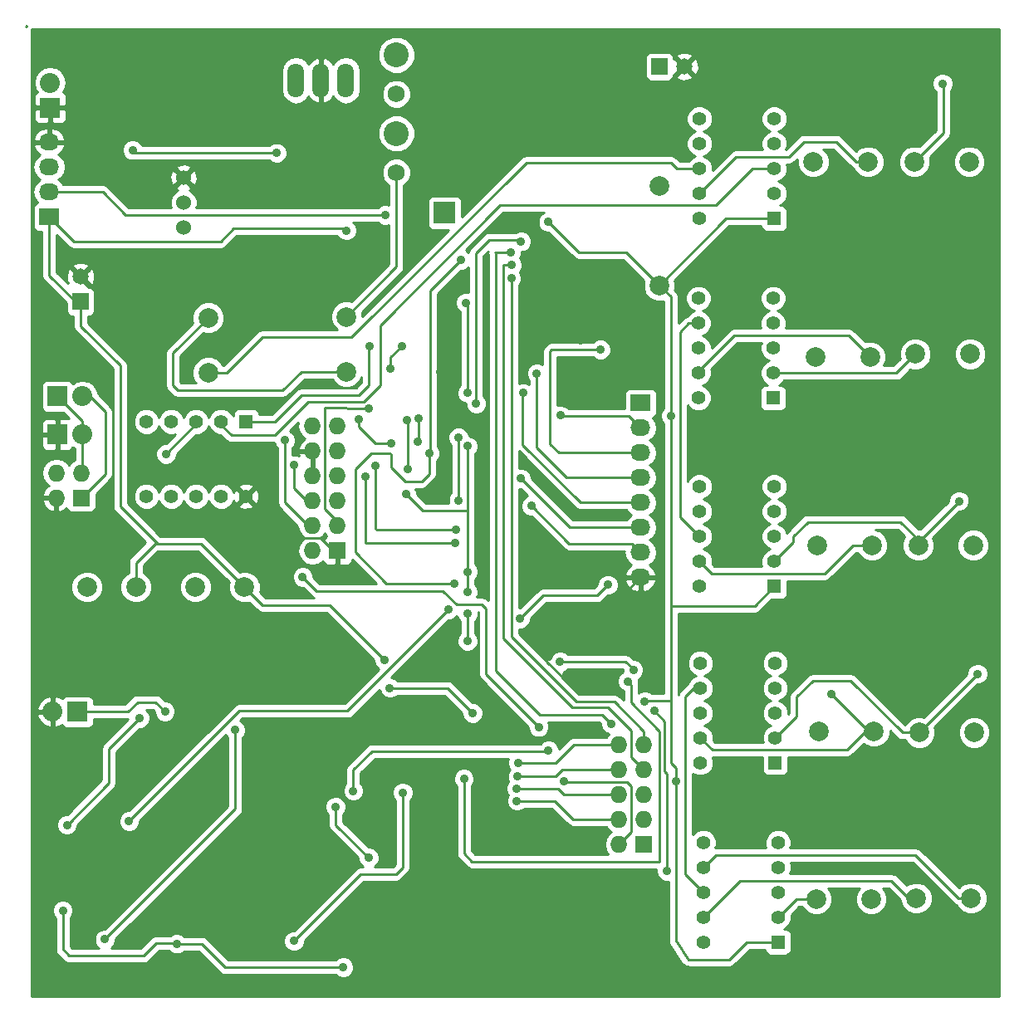
<source format=gbl>
%FSLAX46Y46*%
G04 Gerber Fmt 4.6, Leading zero omitted, Abs format (unit mm)*
G04 Created by KiCad (PCBNEW (2014-10-27 BZR 5228)-product) date 07/01/2015 12:48:53*
%MOMM*%
G01*
G04 APERTURE LIST*
%ADD10C,0.100000*%
%ADD11R,1.651000X1.651000*%
%ADD12C,1.651000*%
%ADD13C,1.998980*%
%ADD14R,2.032000X2.032000*%
%ADD15O,2.032000X2.032000*%
%ADD16R,1.727200X1.727200*%
%ADD17O,1.727200X1.727200*%
%ADD18R,2.235200X2.235200*%
%ADD19R,2.032000X1.727200*%
%ADD20O,2.032000X1.727200*%
%ADD21O,1.699260X3.500120*%
%ADD22C,1.524000*%
%ADD23C,2.540000*%
%ADD24C,1.727200*%
%ADD25R,1.397000X1.397000*%
%ADD26C,1.397000*%
%ADD27C,0.889000*%
%ADD28C,0.254000*%
G04 APERTURE END LIST*
D10*
D11*
X105700000Y-78470000D03*
D12*
X105700000Y-75930000D03*
D11*
X164730000Y-54500000D03*
D12*
X167270000Y-54500000D03*
D13*
X164700000Y-76801260D03*
X164700000Y-66641260D03*
X132804000Y-85592000D03*
X132804000Y-80004000D03*
X118704000Y-85692000D03*
X118704000Y-80104000D03*
X185992000Y-64196000D03*
X180404000Y-64196000D03*
X186192000Y-84096000D03*
X180604000Y-84096000D03*
X186392000Y-103296000D03*
X180804000Y-103296000D03*
X186292000Y-139396000D03*
X180704000Y-139396000D03*
X186592000Y-122296000D03*
X181004000Y-122296000D03*
X196292000Y-64196000D03*
X190704000Y-64196000D03*
X196392000Y-83796000D03*
X190804000Y-83796000D03*
X196692000Y-103296000D03*
X191104000Y-103296000D03*
X196492000Y-139296000D03*
X190904000Y-139296000D03*
X196792000Y-122396000D03*
X191204000Y-122396000D03*
D14*
X103330000Y-88100000D03*
D15*
X105870000Y-88100000D03*
D14*
X103330000Y-92000000D03*
D15*
X105870000Y-92000000D03*
D16*
X131870000Y-103850000D03*
D17*
X129330000Y-103850000D03*
X131870000Y-101310000D03*
X129330000Y-101310000D03*
X131870000Y-98770000D03*
X129330000Y-98770000D03*
X131870000Y-96230000D03*
X129330000Y-96230000D03*
X131870000Y-93690000D03*
X129330000Y-93690000D03*
X131870000Y-91150000D03*
X129330000Y-91150000D03*
D14*
X102600000Y-58670000D03*
D15*
X102600000Y-56130000D03*
D14*
X105371900Y-120281700D03*
D15*
X102831900Y-120281700D03*
D18*
X142800000Y-69400000D03*
D19*
X102500000Y-69810000D03*
D20*
X102500000Y-67270000D03*
X102500000Y-64730000D03*
X102500000Y-62190000D03*
D21*
X130200000Y-55900000D03*
X132740000Y-55900000D03*
X127660000Y-55900000D03*
D13*
X111351060Y-107569000D03*
X106349800Y-107569000D03*
X117414040Y-107569000D03*
X122415300Y-107569000D03*
D16*
X105770000Y-98470000D03*
D17*
X105770000Y-95930000D03*
X103230000Y-98470000D03*
X103230000Y-95930000D03*
D22*
X116200000Y-68360000D03*
X116200000Y-65820000D03*
X116200000Y-70900000D03*
D16*
X163144200Y-133781800D03*
D17*
X160604200Y-133781800D03*
X163144200Y-131241800D03*
X160604200Y-131241800D03*
X163144200Y-128701800D03*
X160604200Y-128701800D03*
X163144200Y-126161800D03*
X160604200Y-126161800D03*
X163144200Y-123621800D03*
X160604200Y-123621800D03*
D19*
X162788600Y-88798400D03*
D20*
X162788600Y-91338400D03*
X162788600Y-93878400D03*
X162788600Y-96418400D03*
X162788600Y-98958400D03*
X162788600Y-101498400D03*
X162788600Y-104038400D03*
X162788600Y-106578400D03*
D23*
X137900000Y-53300000D03*
D24*
X137900000Y-57300000D03*
D23*
X137900000Y-61300000D03*
D24*
X137900000Y-65300000D03*
D25*
X122580000Y-90690000D03*
D26*
X120040000Y-90690000D03*
X117500000Y-90690000D03*
X114960000Y-90690000D03*
X112420000Y-90690000D03*
X112420000Y-98310000D03*
X114960000Y-98310000D03*
X117500000Y-98310000D03*
X120040000Y-98310000D03*
X122580000Y-98310000D03*
D25*
X176410000Y-69980000D03*
D26*
X176410000Y-67440000D03*
X176410000Y-64900000D03*
X176410000Y-62360000D03*
X176410000Y-59820000D03*
X168790000Y-59820000D03*
X168790000Y-62360000D03*
X168790000Y-64900000D03*
X168790000Y-67440000D03*
X168790000Y-69980000D03*
D25*
X176310000Y-88280000D03*
D26*
X176310000Y-85740000D03*
X176310000Y-83200000D03*
X176310000Y-80660000D03*
X176310000Y-78120000D03*
X168690000Y-78120000D03*
X168690000Y-80660000D03*
X168690000Y-83200000D03*
X168690000Y-85740000D03*
X168690000Y-88280000D03*
D25*
X176410000Y-107480000D03*
D26*
X176410000Y-104940000D03*
X176410000Y-102400000D03*
X176410000Y-99860000D03*
X176410000Y-97320000D03*
X168790000Y-97320000D03*
X168790000Y-99860000D03*
X168790000Y-102400000D03*
X168790000Y-104940000D03*
X168790000Y-107480000D03*
D25*
X176510000Y-125480000D03*
D26*
X176510000Y-122940000D03*
X176510000Y-120400000D03*
X176510000Y-117860000D03*
X176510000Y-115320000D03*
X168890000Y-115320000D03*
X168890000Y-117860000D03*
X168890000Y-120400000D03*
X168890000Y-122940000D03*
X168890000Y-125480000D03*
D25*
X176810000Y-143780000D03*
D26*
X176810000Y-141240000D03*
X176810000Y-138700000D03*
X176810000Y-136160000D03*
X176810000Y-133620000D03*
X169190000Y-133620000D03*
X169190000Y-136160000D03*
X169190000Y-138700000D03*
X169190000Y-141240000D03*
X169190000Y-143780000D03*
D27*
X163220400Y-119253000D03*
X166370000Y-127355600D03*
X165862000Y-90106500D03*
X132800000Y-71200000D03*
X153390600Y-70332600D03*
X136677400Y-114998500D03*
X137236200Y-117856000D03*
X145681700Y-120408700D03*
X154584400Y-115163600D03*
X162052000Y-116014500D03*
X120015000Y-128054100D03*
X150990300Y-142113000D03*
X129133600Y-133438900D03*
X121348500Y-143446500D03*
X137134600Y-135318500D03*
X134340600Y-116509800D03*
X142100300Y-120192800D03*
X156641800Y-82448400D03*
X154914600Y-87553800D03*
X145669000Y-115519200D03*
X154965400Y-133197600D03*
X149900000Y-132638800D03*
X154965400Y-123113800D03*
X189661800Y-144907000D03*
X188874400Y-128905000D03*
X184023000Y-109982000D03*
X175971200Y-74041000D03*
X188417200Y-76936600D03*
X193573400Y-75946000D03*
X142400000Y-85648800D03*
X198125000Y-56075000D03*
X180975000Y-56000000D03*
X143700000Y-130600000D03*
X123200000Y-76900000D03*
X153695400Y-97764600D03*
X133692900Y-122936000D03*
X151942800Y-71348600D03*
X152400000Y-73494900D03*
X186791600Y-91744800D03*
X125310900Y-94259400D03*
X152133300Y-102755700D03*
X156032200Y-100050600D03*
X157099000Y-117500400D03*
X125700000Y-63300000D03*
X111000000Y-63000000D03*
X138430000Y-82981800D03*
X137312400Y-85318600D03*
X182270400Y-118516400D03*
X193575000Y-56225000D03*
X195249800Y-98806000D03*
X197154800Y-116408200D03*
X132486400Y-146354800D03*
X103886000Y-140538200D03*
X115506500Y-143941800D03*
X111709200Y-120929400D03*
X104317800Y-131826000D03*
X110642400Y-131445000D03*
X143217900Y-109880400D03*
X135064500Y-135178800D03*
X131711700Y-129971800D03*
X153390600Y-124218700D03*
X133502400Y-128358900D03*
X144780000Y-127127000D03*
X161493200Y-117182900D03*
X165468300Y-136512300D03*
X164172900Y-120192800D03*
X138531600Y-128524000D03*
X127457200Y-143662400D03*
X114300000Y-120243600D03*
X121488200Y-122148600D03*
X108178600Y-143497300D03*
X135200000Y-83000000D03*
X114400000Y-94000000D03*
X154609800Y-90068400D03*
X158699200Y-83362800D03*
X152222200Y-85775800D03*
X150825200Y-87782400D03*
X135039100Y-89395300D03*
X126517400Y-92608400D03*
X127457200Y-95148400D03*
X145135600Y-93192600D03*
X145135600Y-105994200D03*
X136753600Y-69621400D03*
X145161000Y-87782400D03*
X144983200Y-78575000D03*
X138887200Y-98044000D03*
X145135600Y-108102400D03*
X145161000Y-110286800D03*
X145135600Y-113080800D03*
X151638000Y-99288600D03*
X144221200Y-92303600D03*
X144246600Y-98729800D03*
X140106400Y-92735400D03*
X140182600Y-90347800D03*
X137375900Y-92925900D03*
X134048500Y-90462100D03*
X138976100Y-90576400D03*
X139039600Y-95554800D03*
X144475200Y-74193400D03*
X143764000Y-107213400D03*
X141249400Y-93929200D03*
X143916400Y-103047800D03*
X134772400Y-96266000D03*
X143992600Y-101701600D03*
X135722600Y-95239600D03*
X152400000Y-121843800D03*
X128346200Y-106527600D03*
X150596600Y-72313800D03*
X146024600Y-88849200D03*
X150495000Y-110794800D03*
X159461200Y-107340400D03*
X150596600Y-96494600D03*
X154965400Y-127330200D03*
X150190200Y-129362200D03*
X159766000Y-121488200D03*
X149555200Y-73456800D03*
X150164800Y-128117600D03*
X149682200Y-74726800D03*
X150266400Y-126847600D03*
X149606000Y-76073000D03*
X150317200Y-125501400D03*
D28*
X113601500Y-103124000D02*
X113296700Y-103124000D01*
X111351060Y-105069640D02*
X111351060Y-107569000D01*
X113296700Y-103124000D02*
X111351060Y-105069640D01*
X105700000Y-78470000D02*
X105700000Y-80935000D01*
X117970300Y-103124000D02*
X122415300Y-107569000D01*
X113538000Y-103124000D02*
X113601500Y-103124000D01*
X113601500Y-103124000D02*
X117970300Y-103124000D01*
X109728000Y-99314000D02*
X113538000Y-103124000D01*
X109728000Y-84963000D02*
X109728000Y-99314000D01*
X105700000Y-80935000D02*
X109728000Y-84963000D01*
X165862000Y-119176800D02*
X163296600Y-119176800D01*
X163296600Y-119176800D02*
X163220400Y-119253000D01*
X165862000Y-109474000D02*
X165862000Y-119176800D01*
X165862000Y-119176800D02*
X165862000Y-125476000D01*
X165862000Y-125476000D02*
X166370000Y-125984000D01*
X166370000Y-125984000D02*
X166370000Y-127355600D01*
X166370000Y-127355600D02*
X166370000Y-127635000D01*
X166370000Y-143637000D02*
X166370000Y-127635000D01*
X167640000Y-145542000D02*
X166370000Y-143637000D01*
X171831000Y-145542000D02*
X167640000Y-145542000D01*
X173593000Y-143780000D02*
X171831000Y-145542000D01*
X176810000Y-143780000D02*
X173593000Y-143780000D01*
X165862000Y-109474000D02*
X174416000Y-109474000D01*
X174416000Y-109474000D02*
X176410000Y-107480000D01*
X165862000Y-77963260D02*
X164700000Y-76801260D01*
X165862000Y-90106500D02*
X165862000Y-77963260D01*
X165862000Y-109474000D02*
X165862000Y-90297000D01*
X165862000Y-90297000D02*
X165862000Y-90106500D01*
X132800000Y-71200000D02*
X132600000Y-71000000D01*
X132600000Y-71000000D02*
X121300000Y-71000000D01*
X121300000Y-71000000D02*
X120000000Y-72300000D01*
X120000000Y-72300000D02*
X104990000Y-72300000D01*
X104990000Y-72300000D02*
X102500000Y-69810000D01*
X102500000Y-75800000D02*
X102500000Y-69810000D01*
X105170000Y-78470000D02*
X102500000Y-75800000D01*
X105700000Y-78470000D02*
X105170000Y-78470000D01*
X172400000Y-69980000D02*
X171521260Y-69980000D01*
X171521260Y-69980000D02*
X164700000Y-76801260D01*
X176410000Y-69980000D02*
X172400000Y-69980000D01*
X176490000Y-125500000D02*
X176510000Y-125480000D01*
X153390600Y-70332600D02*
X156489400Y-73431400D01*
X156489400Y-73431400D02*
X161330140Y-73431400D01*
X161330140Y-73431400D02*
X164700000Y-76801260D01*
X124256800Y-109410500D02*
X122415300Y-107569000D01*
X131089400Y-109410500D02*
X124256800Y-109410500D01*
X136677400Y-114998500D02*
X131089400Y-109410500D01*
X143129000Y-117856000D02*
X137236200Y-117856000D01*
X145681700Y-120408700D02*
X143129000Y-117856000D01*
X161239200Y-115163600D02*
X162052000Y-115976400D01*
X162052000Y-115976400D02*
X162052000Y-116014500D01*
X154584400Y-115163600D02*
X161239200Y-115163600D01*
X145669000Y-115519200D02*
X145669000Y-115544600D01*
X149900000Y-132638800D02*
X149910800Y-132638800D01*
X142400000Y-85648800D02*
X142417800Y-85648800D01*
X129330000Y-96230000D02*
X129330000Y-93690000D01*
X126860600Y-102590600D02*
X122580000Y-98310000D01*
X130175000Y-102590600D02*
X126860600Y-102590600D01*
X131434400Y-103850000D02*
X130175000Y-102590600D01*
X131870000Y-103850000D02*
X131434400Y-103850000D01*
X155600400Y-117500400D02*
X153238200Y-115138200D01*
X153238200Y-115138200D02*
X153238200Y-114935000D01*
X153238200Y-114935000D02*
X159461200Y-108712000D01*
X159461200Y-108712000D02*
X160655000Y-108712000D01*
X160655000Y-108712000D02*
X162788600Y-106578400D01*
X157099000Y-117500400D02*
X155600400Y-117500400D01*
X111300000Y-63300000D02*
X125700000Y-63300000D01*
X111000000Y-63000000D02*
X111300000Y-63300000D01*
X137900000Y-74908000D02*
X132804000Y-80004000D01*
X137900000Y-65300000D02*
X137900000Y-74908000D01*
X138430000Y-82981800D02*
X137312400Y-84099400D01*
X137312400Y-84099400D02*
X137312400Y-85318600D01*
X128208000Y-85592000D02*
X126300000Y-87500000D01*
X126300000Y-87500000D02*
X115600000Y-87500000D01*
X115600000Y-87500000D02*
X115100000Y-87000000D01*
X115100000Y-87000000D02*
X115100000Y-83708000D01*
X115100000Y-83708000D02*
X118704000Y-80104000D01*
X132804000Y-85592000D02*
X128208000Y-85592000D01*
X120608000Y-85692000D02*
X124200000Y-82100000D01*
X124200000Y-82100000D02*
X133339800Y-82100000D01*
X133339800Y-82100000D02*
X151139800Y-64300000D01*
X151139800Y-64300000D02*
X165900000Y-64300000D01*
X165900000Y-64300000D02*
X166500000Y-64900000D01*
X166500000Y-64900000D02*
X168790000Y-64900000D01*
X118704000Y-85692000D02*
X120608000Y-85692000D01*
X185992000Y-64196000D02*
X184796000Y-64196000D01*
X172530000Y-63700000D02*
X168790000Y-67440000D01*
X177925000Y-63700000D02*
X172530000Y-63700000D01*
X179475000Y-62150000D02*
X177925000Y-63700000D01*
X182750000Y-62150000D02*
X179475000Y-62150000D01*
X184796000Y-64196000D02*
X182750000Y-62150000D01*
X168690000Y-85740000D02*
X168690000Y-85564000D01*
X168690000Y-85564000D02*
X172339000Y-81915000D01*
X172339000Y-81915000D02*
X184011000Y-81915000D01*
X184011000Y-81915000D02*
X186192000Y-84096000D01*
X186392000Y-103296000D02*
X184435200Y-103296000D01*
X170022000Y-106172000D02*
X168790000Y-104940000D01*
X181559200Y-106172000D02*
X170022000Y-106172000D01*
X184435200Y-103296000D02*
X181559200Y-106172000D01*
X186592000Y-122296000D02*
X185704400Y-122296000D01*
X185704400Y-122296000D02*
X183845200Y-124155200D01*
X170105200Y-124155200D02*
X168890000Y-122940000D01*
X183845200Y-124155200D02*
X170105200Y-124155200D01*
X182270400Y-118516400D02*
X186050000Y-122296000D01*
X186050000Y-122296000D02*
X186592000Y-122296000D01*
X196392000Y-83552500D02*
X196392000Y-83796000D01*
X180704000Y-139396000D02*
X178654000Y-139396000D01*
X178654000Y-139396000D02*
X176810000Y-141240000D01*
X196492000Y-139296000D02*
X195226800Y-139296000D01*
X170450600Y-134899400D02*
X169190000Y-136160000D01*
X190830200Y-134899400D02*
X170450600Y-134899400D01*
X195226800Y-139296000D02*
X190830200Y-134899400D01*
X193625000Y-61275000D02*
X190704000Y-64196000D01*
X193625000Y-56275000D02*
X193625000Y-61275000D01*
X193575000Y-56225000D02*
X193625000Y-56275000D01*
X176310000Y-85740000D02*
X188860000Y-85740000D01*
X188860000Y-85740000D02*
X190804000Y-83796000D01*
X191104000Y-103296000D02*
X191104000Y-102712000D01*
X191104000Y-102712000D02*
X189306200Y-100914200D01*
X178358800Y-102991200D02*
X176410000Y-104940000D01*
X178358800Y-102387400D02*
X178358800Y-102991200D01*
X179832000Y-100914200D02*
X178358800Y-102387400D01*
X189306200Y-100914200D02*
X179832000Y-100914200D01*
X195249800Y-98806000D02*
X191104000Y-102951800D01*
X191104000Y-102951800D02*
X191104000Y-103296000D01*
X190904000Y-139296000D02*
X190146800Y-139296000D01*
X190146800Y-139296000D02*
X188366400Y-137515600D01*
X172914400Y-137515600D02*
X169190000Y-141240000D01*
X188366400Y-137515600D02*
X172914400Y-137515600D01*
X191204000Y-122396000D02*
X191204000Y-122359000D01*
X191204000Y-122359000D02*
X197154800Y-116408200D01*
X191204000Y-122396000D02*
X189502800Y-122396000D01*
X178714400Y-120735600D02*
X176510000Y-122940000D01*
X178714400Y-118745000D02*
X178714400Y-120735600D01*
X180340000Y-117119400D02*
X178714400Y-118745000D01*
X184226200Y-117119400D02*
X180340000Y-117119400D01*
X189502800Y-122396000D02*
X184226200Y-117119400D01*
X115506500Y-143941800D02*
X118021100Y-143941800D01*
X120434100Y-146354800D02*
X132486400Y-146354800D01*
X118021100Y-143941800D02*
X120434100Y-146354800D01*
X103886000Y-144513300D02*
X103886000Y-140538200D01*
X104546400Y-145173700D02*
X103886000Y-144513300D01*
X112102900Y-145173700D02*
X104546400Y-145173700D01*
X113436400Y-143840200D02*
X112102900Y-145173700D01*
X115404900Y-143840200D02*
X113436400Y-143840200D01*
X115506500Y-143941800D02*
X115404900Y-143840200D01*
X108585000Y-124053600D02*
X111709200Y-120929400D01*
X108585000Y-127558800D02*
X108585000Y-124053600D01*
X104317800Y-131826000D02*
X108585000Y-127558800D01*
X121894600Y-120192800D02*
X110642400Y-131445000D01*
X132905500Y-120192800D02*
X121894600Y-120192800D01*
X143217900Y-109880400D02*
X132905500Y-120192800D01*
X135064500Y-135178800D02*
X131711700Y-131826000D01*
X131711700Y-131826000D02*
X131711700Y-129971800D01*
X153390600Y-124218700D02*
X153327100Y-124282200D01*
X153327100Y-124282200D02*
X135445500Y-124282200D01*
X135445500Y-124282200D02*
X133502400Y-126225300D01*
X133502400Y-126225300D02*
X133502400Y-128358900D01*
X144780000Y-134721600D02*
X144780000Y-127127000D01*
X145618200Y-135559800D02*
X144780000Y-134721600D01*
X164668200Y-135559800D02*
X145618200Y-135559800D01*
X164731700Y-135623300D02*
X164668200Y-135559800D01*
X164731700Y-122262900D02*
X164731700Y-135623300D01*
X161823400Y-119354600D02*
X164731700Y-122262900D01*
X161823400Y-117513100D02*
X161823400Y-119354600D01*
X161493200Y-117182900D02*
X161823400Y-117513100D01*
X165468300Y-136512300D02*
X165468300Y-126619000D01*
X165239702Y-121259602D02*
X164172900Y-120192800D01*
X165239702Y-126390402D02*
X165239702Y-121259602D01*
X165468300Y-126619000D02*
X165239702Y-126390402D01*
X138531600Y-136169400D02*
X138531600Y-128524000D01*
X137845800Y-136855200D02*
X138531600Y-136169400D01*
X134264400Y-136855200D02*
X137845800Y-136855200D01*
X127457200Y-143662400D02*
X134264400Y-136855200D01*
X105371900Y-120281700D02*
X110528100Y-120281700D01*
X113347500Y-119291100D02*
X114300000Y-120243600D01*
X111518700Y-119291100D02*
X113347500Y-119291100D01*
X110528100Y-120281700D02*
X111518700Y-119291100D01*
X121488200Y-130187700D02*
X121488200Y-122148600D01*
X108178600Y-143497300D02*
X121488200Y-130187700D01*
X135200000Y-83000000D02*
X135100000Y-83100000D01*
X135100000Y-83100000D02*
X135100000Y-87000000D01*
X135100000Y-87000000D02*
X134100000Y-88000000D01*
X134100000Y-88000000D02*
X128200000Y-88000000D01*
X128200000Y-88000000D02*
X125510000Y-90690000D01*
X125510000Y-90690000D02*
X122580000Y-90690000D01*
X134340600Y-88700000D02*
X134540600Y-88700000D01*
X170500000Y-68600000D02*
X174200000Y-64900000D01*
X154447600Y-68600000D02*
X170500000Y-68600000D01*
X174200000Y-64900000D02*
X176410000Y-64900000D01*
X148493800Y-68600000D02*
X154447600Y-68600000D01*
X136245600Y-80848200D02*
X148493800Y-68600000D01*
X136245600Y-86995000D02*
X136245600Y-80848200D01*
X134540600Y-88700000D02*
X136245600Y-86995000D01*
X120040000Y-91040000D02*
X121100000Y-92100000D01*
X121100000Y-92100000D02*
X125500000Y-92100000D01*
X125500000Y-92100000D02*
X128900000Y-88700000D01*
X128900000Y-88700000D02*
X134340600Y-88700000D01*
X134340600Y-88700000D02*
X134347600Y-88700000D01*
X120040000Y-90690000D02*
X120040000Y-91040000D01*
X117500000Y-90900000D02*
X117500000Y-90690000D01*
X114400000Y-94000000D02*
X117500000Y-90900000D01*
X168690000Y-80660000D02*
X167688500Y-80660000D01*
X166814500Y-100424500D02*
X168790000Y-102400000D01*
X166814500Y-81534000D02*
X166814500Y-100424500D01*
X167688500Y-80660000D02*
X166814500Y-81534000D01*
X161594800Y-90144600D02*
X162788600Y-91338400D01*
X154686000Y-90144600D02*
X161594800Y-90144600D01*
X154609800Y-90068400D02*
X154686000Y-90144600D01*
X158699200Y-83362800D02*
X153720800Y-83362800D01*
X153720800Y-83362800D02*
X153568400Y-83515200D01*
X153568400Y-83515200D02*
X153568400Y-93014800D01*
X153568400Y-93014800D02*
X154432000Y-93878400D01*
X154432000Y-93878400D02*
X162788600Y-93878400D01*
X168890000Y-117860000D02*
X168194800Y-117860000D01*
X168194800Y-117860000D02*
X167360600Y-118694200D01*
X167360600Y-136870600D02*
X169190000Y-138700000D01*
X167360600Y-118694200D02*
X167360600Y-136870600D01*
X162788600Y-96418400D02*
X155270200Y-96418400D01*
X152222200Y-93370400D02*
X152222200Y-85775800D01*
X155270200Y-96418400D02*
X152222200Y-93370400D01*
X156692600Y-98958400D02*
X162788600Y-98958400D01*
X150774400Y-93040200D02*
X156692600Y-98958400D01*
X150774400Y-87833200D02*
X150774400Y-93040200D01*
X150825200Y-87782400D02*
X150774400Y-87833200D01*
X105870000Y-95830000D02*
X105770000Y-95930000D01*
X105870000Y-95830000D02*
X105770000Y-95930000D01*
X105870000Y-92000000D02*
X105870000Y-95830000D01*
X105870000Y-90640000D02*
X103330000Y-88100000D01*
X105870000Y-92000000D02*
X105870000Y-90640000D01*
X108200000Y-96040000D02*
X105770000Y-98470000D01*
X108200000Y-89700000D02*
X108200000Y-96040000D01*
X106600000Y-88100000D02*
X108200000Y-89700000D01*
X105870000Y-88100000D02*
X106600000Y-88100000D01*
X130632200Y-89281000D02*
X135039100Y-89395300D01*
X130606800Y-89306400D02*
X130632200Y-89281000D01*
X130606800Y-93116400D02*
X130606800Y-89306400D01*
X130606800Y-99568000D02*
X130606800Y-93116400D01*
X131870000Y-100831200D02*
X130606800Y-99568000D01*
X131870000Y-101310000D02*
X131870000Y-100831200D01*
X129330000Y-101310000D02*
X128869000Y-101310000D01*
X128869000Y-101310000D02*
X126517400Y-98958400D01*
X126517400Y-98958400D02*
X126517400Y-93522800D01*
X126517400Y-93522800D02*
X126517400Y-92608400D01*
X129330000Y-98770000D02*
X128767400Y-98770000D01*
X127457200Y-97459800D02*
X128767400Y-98770000D01*
X127457200Y-97459800D02*
X127457200Y-95148400D01*
X145135600Y-99415600D02*
X145135600Y-99644200D01*
X145135600Y-99745800D02*
X145135600Y-99415600D01*
X145135600Y-105994200D02*
X145135600Y-99745800D01*
X145135600Y-99415600D02*
X145135600Y-93192600D01*
X145135600Y-105968800D02*
X145135600Y-105994200D01*
X107960800Y-67270000D02*
X110312200Y-69621400D01*
X110312200Y-69621400D02*
X136753600Y-69621400D01*
X102500000Y-67270000D02*
X107960800Y-67270000D01*
X145161000Y-78752800D02*
X144983200Y-78575000D01*
X145161000Y-78752800D02*
X145161000Y-87782400D01*
X140589000Y-99745800D02*
X138887200Y-98044000D01*
X145135600Y-99745800D02*
X140589000Y-99745800D01*
X145161000Y-110286800D02*
X145135600Y-110312200D01*
X145135600Y-110312200D02*
X145135600Y-113080800D01*
X145135600Y-105994200D02*
X145135600Y-108102400D01*
X161899600Y-103149400D02*
X162788600Y-104038400D01*
X155498800Y-103149400D02*
X161899600Y-103149400D01*
X151638000Y-99288600D02*
X155498800Y-103149400D01*
X144221200Y-92303600D02*
X144246600Y-92329000D01*
X144246600Y-92329000D02*
X144246600Y-98729800D01*
X140106400Y-92735400D02*
X140182600Y-92659200D01*
X140182600Y-92659200D02*
X140182600Y-90347800D01*
X134048500Y-91211400D02*
X135763000Y-92925900D01*
X135763000Y-92925900D02*
X137375900Y-92925900D01*
X134048500Y-90462100D02*
X134048500Y-91211400D01*
X138976100Y-90576400D02*
X139039600Y-90639900D01*
X139039600Y-90639900D02*
X139039600Y-95554800D01*
X141338300Y-77330300D02*
X141325600Y-77343000D01*
X144475200Y-74193400D02*
X141338300Y-77330300D01*
X143764000Y-107213400D02*
X143738600Y-107188000D01*
X143738600Y-107188000D02*
X136880600Y-107188000D01*
X136880600Y-107188000D02*
X133731000Y-104038400D01*
X133731000Y-104038400D02*
X133731000Y-95529400D01*
X134620000Y-94640400D02*
X134645400Y-94615000D01*
X133731000Y-95529400D02*
X134620000Y-94640400D01*
X141338300Y-77330300D02*
X141338300Y-87922100D01*
X141249400Y-93929200D02*
X141338300Y-93840300D01*
X141338300Y-93840300D02*
X141338300Y-87922100D01*
X137248900Y-93929200D02*
X137388600Y-94068900D01*
X137388600Y-94068900D02*
X137388600Y-95389700D01*
X137388600Y-95389700D02*
X138785600Y-96786700D01*
X138785600Y-96786700D02*
X140500100Y-96786700D01*
X140500100Y-96786700D02*
X141249400Y-96037400D01*
X141249400Y-96037400D02*
X141249400Y-93929200D01*
X134620000Y-94640400D02*
X134658100Y-94640400D01*
X134658100Y-94640400D02*
X135369300Y-93929200D01*
X135369300Y-93929200D02*
X137248900Y-93929200D01*
X134772400Y-103047800D02*
X143916400Y-103047800D01*
X134734300Y-103009700D02*
X134772400Y-103047800D01*
X134721600Y-102997000D02*
X134734300Y-103009700D01*
X134734300Y-96304100D02*
X134772400Y-96266000D01*
X134734300Y-103009700D02*
X134734300Y-96304100D01*
X135864600Y-101701600D02*
X143992600Y-101701600D01*
X135737600Y-101574600D02*
X135864600Y-101701600D01*
X135737600Y-95254600D02*
X135737600Y-101574600D01*
X135722600Y-95239600D02*
X135737600Y-95254600D01*
X147015200Y-116459000D02*
X152400000Y-121843800D01*
X147015200Y-109753400D02*
X147015200Y-116459000D01*
X146634200Y-109372400D02*
X147015200Y-109753400D01*
X144068800Y-109372400D02*
X146634200Y-109372400D01*
X142646400Y-107950000D02*
X144068800Y-109372400D01*
X129768600Y-107950000D02*
X142646400Y-107950000D01*
X128346200Y-106527600D02*
X129768600Y-107950000D01*
X150596600Y-72313800D02*
X150418800Y-72136000D01*
X150418800Y-72136000D02*
X147370800Y-72136000D01*
X147370800Y-72136000D02*
X146024600Y-73482200D01*
X146024600Y-73482200D02*
X146024600Y-88849200D01*
X150495000Y-110794800D02*
X152857200Y-108432600D01*
X152857200Y-108432600D02*
X158369000Y-108432600D01*
X158369000Y-108432600D02*
X159461200Y-107340400D01*
X155600400Y-101498400D02*
X162788600Y-101498400D01*
X150596600Y-96494600D02*
X155600400Y-101498400D01*
X161874200Y-132511800D02*
X160604200Y-133781800D01*
X161874200Y-127863600D02*
X161874200Y-132511800D01*
X161442400Y-127431800D02*
X161874200Y-127863600D01*
X155067000Y-127431800D02*
X161442400Y-127431800D01*
X154965400Y-127330200D02*
X155067000Y-127431800D01*
X160604200Y-131241800D02*
X155930600Y-131241800D01*
X154051000Y-129362200D02*
X150190200Y-129362200D01*
X155930600Y-131241800D02*
X154051000Y-129362200D01*
X158877000Y-120599200D02*
X159766000Y-121488200D01*
X152527000Y-120599200D02*
X158877000Y-120599200D01*
X148031200Y-116103400D02*
X152527000Y-120599200D01*
X148031200Y-73482200D02*
X148031200Y-116103400D01*
X147980400Y-73431400D02*
X148031200Y-73482200D01*
X149529800Y-73431400D02*
X147980400Y-73431400D01*
X149555200Y-73456800D02*
X149529800Y-73431400D01*
X160604200Y-128701800D02*
X154965400Y-128701800D01*
X154381200Y-128117600D02*
X150164800Y-128117600D01*
X154965400Y-128701800D02*
X154381200Y-128117600D01*
X148767800Y-75184000D02*
X148767800Y-74777600D01*
X148818600Y-74726800D02*
X149682200Y-74726800D01*
X148767800Y-74777600D02*
X148818600Y-74726800D01*
X161874200Y-124891800D02*
X163144200Y-126161800D01*
X161874200Y-122199400D02*
X161874200Y-124891800D01*
X159486600Y-119811800D02*
X161874200Y-122199400D01*
X155803600Y-119811800D02*
X159486600Y-119811800D01*
X148767800Y-112776000D02*
X155803600Y-119811800D01*
X148767800Y-75057000D02*
X148767800Y-75184000D01*
X148767800Y-75184000D02*
X148767800Y-112776000D01*
X149682200Y-74726800D02*
X149555200Y-74599800D01*
X160604200Y-126161800D02*
X154813000Y-126161800D01*
X154127200Y-126847600D02*
X150266400Y-126847600D01*
X154813000Y-126161800D02*
X154127200Y-126847600D01*
X163144200Y-123621800D02*
X163144200Y-122250200D01*
X149606000Y-112649000D02*
X149606000Y-76073000D01*
X156210000Y-119253000D02*
X149606000Y-112649000D01*
X160147000Y-119253000D02*
X156210000Y-119253000D01*
X163144200Y-122250200D02*
X160147000Y-119253000D01*
X160604200Y-123621800D02*
X156006800Y-123621800D01*
X154127200Y-125501400D02*
X150317200Y-125501400D01*
X156006800Y-123621800D02*
X154127200Y-125501400D01*
G36*
X100200000Y-50399799D02*
X100100000Y-50400000D01*
X100200000Y-50300000D01*
X100200000Y-50399799D01*
X100200000Y-50399799D01*
G37*
X100200000Y-50399799D02*
X100100000Y-50400000D01*
X100200000Y-50300000D01*
X100200000Y-50399799D01*
G36*
X129477000Y-96357000D02*
X129457000Y-96357000D01*
X129457000Y-96377000D01*
X129203000Y-96377000D01*
X129203000Y-96357000D01*
X129183000Y-96357000D01*
X129183000Y-96103000D01*
X129203000Y-96103000D01*
X129203000Y-95023817D01*
X129203000Y-94896183D01*
X129203000Y-93817000D01*
X127995531Y-93817000D01*
X127875032Y-94049027D01*
X127935556Y-94178165D01*
X127672868Y-94069087D01*
X127279400Y-94068744D01*
X127279400Y-93522800D01*
X127279400Y-93373041D01*
X127432022Y-93220686D01*
X127596713Y-92824068D01*
X127597087Y-92394616D01*
X127433089Y-91997711D01*
X127129686Y-91693778D01*
X127026640Y-91650989D01*
X127899537Y-90778092D01*
X127831400Y-91120641D01*
X127831400Y-91179359D01*
X127945474Y-91752848D01*
X128270330Y-92239029D01*
X128541160Y-92419992D01*
X128123179Y-92801510D01*
X127875032Y-93330973D01*
X127995531Y-93563000D01*
X129203000Y-93563000D01*
X129203000Y-93543000D01*
X129457000Y-93543000D01*
X129457000Y-93563000D01*
X129477000Y-93563000D01*
X129477000Y-93817000D01*
X129457000Y-93817000D01*
X129457000Y-94896183D01*
X129457000Y-95023817D01*
X129457000Y-96103000D01*
X129477000Y-96103000D01*
X129477000Y-96357000D01*
X129477000Y-96357000D01*
G37*
X129477000Y-96357000D02*
X129457000Y-96357000D01*
X129457000Y-96377000D01*
X129203000Y-96377000D01*
X129203000Y-96357000D01*
X129183000Y-96357000D01*
X129183000Y-96103000D01*
X129203000Y-96103000D01*
X129203000Y-95023817D01*
X129203000Y-94896183D01*
X129203000Y-93817000D01*
X127995531Y-93817000D01*
X127875032Y-94049027D01*
X127935556Y-94178165D01*
X127672868Y-94069087D01*
X127279400Y-94068744D01*
X127279400Y-93522800D01*
X127279400Y-93373041D01*
X127432022Y-93220686D01*
X127596713Y-92824068D01*
X127597087Y-92394616D01*
X127433089Y-91997711D01*
X127129686Y-91693778D01*
X127026640Y-91650989D01*
X127899537Y-90778092D01*
X127831400Y-91120641D01*
X127831400Y-91179359D01*
X127945474Y-91752848D01*
X128270330Y-92239029D01*
X128541160Y-92419992D01*
X128123179Y-92801510D01*
X127875032Y-93330973D01*
X127995531Y-93563000D01*
X129203000Y-93563000D01*
X129203000Y-93543000D01*
X129457000Y-93543000D01*
X129457000Y-93563000D01*
X129477000Y-93563000D01*
X129477000Y-93817000D01*
X129457000Y-93817000D01*
X129457000Y-94896183D01*
X129457000Y-95023817D01*
X129457000Y-96103000D01*
X129477000Y-96103000D01*
X129477000Y-96357000D01*
G36*
X130800526Y-102384356D02*
X130646701Y-102448073D01*
X130468073Y-102626702D01*
X130403736Y-102782023D01*
X130389670Y-102760971D01*
X130118827Y-102580000D01*
X130389670Y-102399029D01*
X130600000Y-102084248D01*
X130800526Y-102384356D01*
X130800526Y-102384356D01*
G37*
X130800526Y-102384356D02*
X130646701Y-102448073D01*
X130468073Y-102626702D01*
X130403736Y-102782023D01*
X130389670Y-102760971D01*
X130118827Y-102580000D01*
X130389670Y-102399029D01*
X130600000Y-102084248D01*
X130800526Y-102384356D01*
G36*
X137138000Y-74592369D02*
X133293084Y-78437285D01*
X133130547Y-78369794D01*
X132480306Y-78369226D01*
X131879345Y-78617538D01*
X131419154Y-79076927D01*
X131169794Y-79677453D01*
X131169226Y-80327694D01*
X131417538Y-80928655D01*
X131826169Y-81338000D01*
X124200000Y-81338000D01*
X123908395Y-81396004D01*
X123661185Y-81561185D01*
X120292370Y-84930000D01*
X120157669Y-84930000D01*
X120090462Y-84767345D01*
X119631073Y-84307154D01*
X119030547Y-84057794D01*
X118380306Y-84057226D01*
X117779345Y-84305538D01*
X117319154Y-84764927D01*
X117069794Y-85365453D01*
X117069226Y-86015694D01*
X117317538Y-86616655D01*
X117438671Y-86738000D01*
X115915630Y-86738000D01*
X115862000Y-86684369D01*
X115862000Y-84023630D01*
X118214915Y-81670714D01*
X118377453Y-81738206D01*
X119027694Y-81738774D01*
X119628655Y-81490462D01*
X120088846Y-81031073D01*
X120338206Y-80430547D01*
X120338774Y-79780306D01*
X120090462Y-79179345D01*
X119631073Y-78719154D01*
X119030547Y-78469794D01*
X118380306Y-78469226D01*
X117779345Y-78717538D01*
X117319154Y-79176927D01*
X117069794Y-79777453D01*
X117069226Y-80427694D01*
X117137482Y-80592886D01*
X114561185Y-83169185D01*
X114396004Y-83416395D01*
X114338000Y-83708000D01*
X114338000Y-87000000D01*
X114396004Y-87291605D01*
X114561185Y-87538815D01*
X115061185Y-88038816D01*
X115209376Y-88137834D01*
X115308395Y-88203996D01*
X115308396Y-88203996D01*
X115600000Y-88262000D01*
X126300000Y-88262000D01*
X126300000Y-88261999D01*
X126591604Y-88203996D01*
X126591605Y-88203996D01*
X126838815Y-88038815D01*
X128523630Y-86354000D01*
X131350330Y-86354000D01*
X131417538Y-86516655D01*
X131876927Y-86976846D01*
X132477453Y-87226206D01*
X133127694Y-87226774D01*
X133728655Y-86978462D01*
X134188846Y-86519073D01*
X134338000Y-86159870D01*
X134338000Y-86684369D01*
X133784369Y-87238000D01*
X128200000Y-87238000D01*
X127908395Y-87296004D01*
X127661184Y-87461185D01*
X125194369Y-89928000D01*
X123913500Y-89928000D01*
X123913500Y-89865191D01*
X123816827Y-89631802D01*
X123638199Y-89453173D01*
X123404810Y-89356500D01*
X123152191Y-89356500D01*
X121755191Y-89356500D01*
X121521802Y-89453173D01*
X121343173Y-89631801D01*
X121246500Y-89865190D01*
X121246500Y-90117809D01*
X121246500Y-90117990D01*
X121171146Y-89935620D01*
X120796353Y-89560173D01*
X120306413Y-89356732D01*
X119775914Y-89356269D01*
X119285620Y-89558854D01*
X118910173Y-89933647D01*
X118769906Y-90271446D01*
X118631146Y-89935620D01*
X118256353Y-89560173D01*
X117766413Y-89356732D01*
X117235914Y-89356269D01*
X116745620Y-89558854D01*
X116370173Y-89933647D01*
X116229906Y-90271446D01*
X116091146Y-89935620D01*
X115716353Y-89560173D01*
X115226413Y-89356732D01*
X114695914Y-89356269D01*
X114205620Y-89558854D01*
X113830173Y-89933647D01*
X113689906Y-90271446D01*
X113551146Y-89935620D01*
X113176353Y-89560173D01*
X112686413Y-89356732D01*
X112155914Y-89356269D01*
X111665620Y-89558854D01*
X111290173Y-89933647D01*
X111086732Y-90423587D01*
X111086269Y-90954086D01*
X111288854Y-91444380D01*
X111663647Y-91819827D01*
X112153587Y-92023268D01*
X112684086Y-92023731D01*
X113174380Y-91821146D01*
X113549827Y-91446353D01*
X113690093Y-91108553D01*
X113828854Y-91444380D01*
X114203647Y-91819827D01*
X114693587Y-92023268D01*
X115224086Y-92023731D01*
X115351134Y-91971235D01*
X114401869Y-92920500D01*
X114186216Y-92920313D01*
X113789311Y-93084311D01*
X113485378Y-93387714D01*
X113320687Y-93784332D01*
X113320313Y-94213784D01*
X113484311Y-94610689D01*
X113787714Y-94914622D01*
X114184332Y-95079313D01*
X114613784Y-95079687D01*
X115010689Y-94915689D01*
X115314622Y-94612286D01*
X115479313Y-94215668D01*
X115479502Y-93998127D01*
X117454169Y-92023460D01*
X117764086Y-92023731D01*
X118254380Y-91821146D01*
X118629827Y-91446353D01*
X118770093Y-91108553D01*
X118908854Y-91444380D01*
X119283647Y-91819827D01*
X119773587Y-92023268D01*
X119945787Y-92023418D01*
X120561184Y-92638815D01*
X120561185Y-92638815D01*
X120808395Y-92803996D01*
X121100000Y-92862000D01*
X125454164Y-92862000D01*
X125601711Y-93219089D01*
X125755400Y-93373046D01*
X125755400Y-93522800D01*
X125755400Y-98958400D01*
X125813404Y-99250005D01*
X125978585Y-99497215D01*
X127834049Y-101352680D01*
X127945474Y-101912848D01*
X128270330Y-102399029D01*
X128541172Y-102580000D01*
X128270330Y-102760971D01*
X127945474Y-103247152D01*
X127831400Y-103820641D01*
X127831400Y-103879359D01*
X127945474Y-104452848D01*
X128270330Y-104939029D01*
X128756511Y-105263885D01*
X129330000Y-105377959D01*
X129903489Y-105263885D01*
X130389670Y-104939029D01*
X130403736Y-104917976D01*
X130468073Y-105073298D01*
X130646701Y-105251927D01*
X130880090Y-105348600D01*
X131132709Y-105348600D01*
X131584250Y-105348600D01*
X131743000Y-105189850D01*
X131743000Y-103977000D01*
X131723000Y-103977000D01*
X131723000Y-103723000D01*
X131743000Y-103723000D01*
X131743000Y-103703000D01*
X131997000Y-103703000D01*
X131997000Y-103723000D01*
X132017000Y-103723000D01*
X132017000Y-103977000D01*
X131997000Y-103977000D01*
X131997000Y-105189850D01*
X132155750Y-105348600D01*
X132607291Y-105348600D01*
X132859910Y-105348600D01*
X133093299Y-105251927D01*
X133271927Y-105073298D01*
X133368600Y-104839909D01*
X133368600Y-104753630D01*
X135802969Y-107188000D01*
X130084230Y-107188000D01*
X129425699Y-106529468D01*
X129425887Y-106313816D01*
X129261889Y-105916911D01*
X128958486Y-105612978D01*
X128561868Y-105448287D01*
X128132416Y-105447913D01*
X127735511Y-105611911D01*
X127431578Y-105915314D01*
X127266887Y-106311932D01*
X127266513Y-106741384D01*
X127430511Y-107138289D01*
X127733914Y-107442222D01*
X128130532Y-107606913D01*
X128348072Y-107607102D01*
X129229784Y-108488815D01*
X129229785Y-108488815D01*
X129468769Y-108648500D01*
X124572430Y-108648500D01*
X123982014Y-108058084D01*
X124049506Y-107895547D01*
X124050074Y-107245306D01*
X123925927Y-106944847D01*
X123925927Y-98502520D01*
X123897148Y-97972801D01*
X123749800Y-97617071D01*
X123514188Y-97555417D01*
X123334583Y-97735022D01*
X123334583Y-97375812D01*
X123272929Y-97140200D01*
X122772520Y-96964073D01*
X122242801Y-96992852D01*
X121887071Y-97140200D01*
X121825417Y-97375812D01*
X122580000Y-98130395D01*
X123334583Y-97375812D01*
X123334583Y-97735022D01*
X122759605Y-98310000D01*
X123514188Y-99064583D01*
X123749800Y-99002929D01*
X123925927Y-98502520D01*
X123925927Y-106944847D01*
X123801762Y-106644345D01*
X123342373Y-106184154D01*
X123334583Y-106180919D01*
X123334583Y-99244188D01*
X122580000Y-98489605D01*
X122400395Y-98669210D01*
X122400395Y-98310000D01*
X121645812Y-97555417D01*
X121410200Y-97617071D01*
X121311916Y-97896311D01*
X121171146Y-97555620D01*
X120796353Y-97180173D01*
X120306413Y-96976732D01*
X119775914Y-96976269D01*
X119285620Y-97178854D01*
X118910173Y-97553647D01*
X118769906Y-97891446D01*
X118631146Y-97555620D01*
X118256353Y-97180173D01*
X117766413Y-96976732D01*
X117235914Y-96976269D01*
X116745620Y-97178854D01*
X116370173Y-97553647D01*
X116229906Y-97891446D01*
X116091146Y-97555620D01*
X115716353Y-97180173D01*
X115226413Y-96976732D01*
X114695914Y-96976269D01*
X114205620Y-97178854D01*
X113830173Y-97553647D01*
X113689906Y-97891446D01*
X113551146Y-97555620D01*
X113176353Y-97180173D01*
X112686413Y-96976732D01*
X112155914Y-96976269D01*
X111665620Y-97178854D01*
X111290173Y-97553647D01*
X111086732Y-98043587D01*
X111086269Y-98574086D01*
X111288854Y-99064380D01*
X111663647Y-99439827D01*
X112153587Y-99643268D01*
X112684086Y-99643731D01*
X113174380Y-99441146D01*
X113549827Y-99066353D01*
X113690093Y-98728553D01*
X113828854Y-99064380D01*
X114203647Y-99439827D01*
X114693587Y-99643268D01*
X115224086Y-99643731D01*
X115714380Y-99441146D01*
X116089827Y-99066353D01*
X116230093Y-98728553D01*
X116368854Y-99064380D01*
X116743647Y-99439827D01*
X117233587Y-99643268D01*
X117764086Y-99643731D01*
X118254380Y-99441146D01*
X118629827Y-99066353D01*
X118770093Y-98728553D01*
X118908854Y-99064380D01*
X119283647Y-99439827D01*
X119773587Y-99643268D01*
X120304086Y-99643731D01*
X120794380Y-99441146D01*
X121169827Y-99066353D01*
X121303313Y-98744881D01*
X121410200Y-99002929D01*
X121645812Y-99064583D01*
X122400395Y-98310000D01*
X122400395Y-98669210D01*
X121825417Y-99244188D01*
X121887071Y-99479800D01*
X122387480Y-99655927D01*
X122917199Y-99627148D01*
X123272929Y-99479800D01*
X123334583Y-99244188D01*
X123334583Y-106180919D01*
X122741847Y-105934794D01*
X122091606Y-105934226D01*
X121926413Y-106002482D01*
X118509115Y-102585185D01*
X118261905Y-102420004D01*
X117970300Y-102362000D01*
X113853630Y-102362000D01*
X110490000Y-98998369D01*
X110490000Y-84963000D01*
X110431996Y-84671395D01*
X110266815Y-84424185D01*
X110266815Y-84424184D01*
X107172340Y-81329709D01*
X107172340Y-76152869D01*
X107145553Y-75572465D01*
X106974976Y-75160656D01*
X106726215Y-75083390D01*
X106546610Y-75262995D01*
X106546610Y-74903785D01*
X106469344Y-74655024D01*
X105922869Y-74457660D01*
X105342465Y-74484447D01*
X104930656Y-74655024D01*
X104853390Y-74903785D01*
X105700000Y-75750395D01*
X106546610Y-74903785D01*
X106546610Y-75262995D01*
X105879605Y-75930000D01*
X106726215Y-76776610D01*
X106974976Y-76699344D01*
X107172340Y-76152869D01*
X107172340Y-81329709D01*
X106462000Y-80619369D01*
X106462000Y-79930500D01*
X106651809Y-79930500D01*
X106885198Y-79833827D01*
X107063827Y-79655199D01*
X107160500Y-79421810D01*
X107160500Y-79169191D01*
X107160500Y-77518191D01*
X107063827Y-77284802D01*
X106885199Y-77106173D01*
X106651810Y-77009500D01*
X106530059Y-77009500D01*
X106546610Y-76956215D01*
X105700000Y-76109605D01*
X105685857Y-76123747D01*
X105506252Y-75944142D01*
X105520395Y-75930000D01*
X104673785Y-75083390D01*
X104425024Y-75160656D01*
X104227660Y-75707131D01*
X104254447Y-76287535D01*
X104388289Y-76610658D01*
X103262000Y-75484369D01*
X103262000Y-71649630D01*
X104451185Y-72838816D01*
X104599376Y-72937834D01*
X104698395Y-73003996D01*
X104698396Y-73003996D01*
X104990000Y-73062000D01*
X120000000Y-73062000D01*
X120000000Y-73061999D01*
X120291604Y-73003996D01*
X120291605Y-73003996D01*
X120538815Y-72838815D01*
X121615630Y-71762000D01*
X131864193Y-71762000D01*
X131884311Y-71810689D01*
X132187714Y-72114622D01*
X132584332Y-72279313D01*
X133013784Y-72279687D01*
X133410689Y-72115689D01*
X133714622Y-71812286D01*
X133879313Y-71415668D01*
X133879687Y-70986216D01*
X133715689Y-70589311D01*
X133510137Y-70383400D01*
X135988958Y-70383400D01*
X136141314Y-70536022D01*
X136537932Y-70700713D01*
X136967384Y-70701087D01*
X137138000Y-70630589D01*
X137138000Y-74592369D01*
X137138000Y-74592369D01*
G37*
X137138000Y-74592369D02*
X133293084Y-78437285D01*
X133130547Y-78369794D01*
X132480306Y-78369226D01*
X131879345Y-78617538D01*
X131419154Y-79076927D01*
X131169794Y-79677453D01*
X131169226Y-80327694D01*
X131417538Y-80928655D01*
X131826169Y-81338000D01*
X124200000Y-81338000D01*
X123908395Y-81396004D01*
X123661185Y-81561185D01*
X120292370Y-84930000D01*
X120157669Y-84930000D01*
X120090462Y-84767345D01*
X119631073Y-84307154D01*
X119030547Y-84057794D01*
X118380306Y-84057226D01*
X117779345Y-84305538D01*
X117319154Y-84764927D01*
X117069794Y-85365453D01*
X117069226Y-86015694D01*
X117317538Y-86616655D01*
X117438671Y-86738000D01*
X115915630Y-86738000D01*
X115862000Y-86684369D01*
X115862000Y-84023630D01*
X118214915Y-81670714D01*
X118377453Y-81738206D01*
X119027694Y-81738774D01*
X119628655Y-81490462D01*
X120088846Y-81031073D01*
X120338206Y-80430547D01*
X120338774Y-79780306D01*
X120090462Y-79179345D01*
X119631073Y-78719154D01*
X119030547Y-78469794D01*
X118380306Y-78469226D01*
X117779345Y-78717538D01*
X117319154Y-79176927D01*
X117069794Y-79777453D01*
X117069226Y-80427694D01*
X117137482Y-80592886D01*
X114561185Y-83169185D01*
X114396004Y-83416395D01*
X114338000Y-83708000D01*
X114338000Y-87000000D01*
X114396004Y-87291605D01*
X114561185Y-87538815D01*
X115061185Y-88038816D01*
X115209376Y-88137834D01*
X115308395Y-88203996D01*
X115308396Y-88203996D01*
X115600000Y-88262000D01*
X126300000Y-88262000D01*
X126300000Y-88261999D01*
X126591604Y-88203996D01*
X126591605Y-88203996D01*
X126838815Y-88038815D01*
X128523630Y-86354000D01*
X131350330Y-86354000D01*
X131417538Y-86516655D01*
X131876927Y-86976846D01*
X132477453Y-87226206D01*
X133127694Y-87226774D01*
X133728655Y-86978462D01*
X134188846Y-86519073D01*
X134338000Y-86159870D01*
X134338000Y-86684369D01*
X133784369Y-87238000D01*
X128200000Y-87238000D01*
X127908395Y-87296004D01*
X127661184Y-87461185D01*
X125194369Y-89928000D01*
X123913500Y-89928000D01*
X123913500Y-89865191D01*
X123816827Y-89631802D01*
X123638199Y-89453173D01*
X123404810Y-89356500D01*
X123152191Y-89356500D01*
X121755191Y-89356500D01*
X121521802Y-89453173D01*
X121343173Y-89631801D01*
X121246500Y-89865190D01*
X121246500Y-90117809D01*
X121246500Y-90117990D01*
X121171146Y-89935620D01*
X120796353Y-89560173D01*
X120306413Y-89356732D01*
X119775914Y-89356269D01*
X119285620Y-89558854D01*
X118910173Y-89933647D01*
X118769906Y-90271446D01*
X118631146Y-89935620D01*
X118256353Y-89560173D01*
X117766413Y-89356732D01*
X117235914Y-89356269D01*
X116745620Y-89558854D01*
X116370173Y-89933647D01*
X116229906Y-90271446D01*
X116091146Y-89935620D01*
X115716353Y-89560173D01*
X115226413Y-89356732D01*
X114695914Y-89356269D01*
X114205620Y-89558854D01*
X113830173Y-89933647D01*
X113689906Y-90271446D01*
X113551146Y-89935620D01*
X113176353Y-89560173D01*
X112686413Y-89356732D01*
X112155914Y-89356269D01*
X111665620Y-89558854D01*
X111290173Y-89933647D01*
X111086732Y-90423587D01*
X111086269Y-90954086D01*
X111288854Y-91444380D01*
X111663647Y-91819827D01*
X112153587Y-92023268D01*
X112684086Y-92023731D01*
X113174380Y-91821146D01*
X113549827Y-91446353D01*
X113690093Y-91108553D01*
X113828854Y-91444380D01*
X114203647Y-91819827D01*
X114693587Y-92023268D01*
X115224086Y-92023731D01*
X115351134Y-91971235D01*
X114401869Y-92920500D01*
X114186216Y-92920313D01*
X113789311Y-93084311D01*
X113485378Y-93387714D01*
X113320687Y-93784332D01*
X113320313Y-94213784D01*
X113484311Y-94610689D01*
X113787714Y-94914622D01*
X114184332Y-95079313D01*
X114613784Y-95079687D01*
X115010689Y-94915689D01*
X115314622Y-94612286D01*
X115479313Y-94215668D01*
X115479502Y-93998127D01*
X117454169Y-92023460D01*
X117764086Y-92023731D01*
X118254380Y-91821146D01*
X118629827Y-91446353D01*
X118770093Y-91108553D01*
X118908854Y-91444380D01*
X119283647Y-91819827D01*
X119773587Y-92023268D01*
X119945787Y-92023418D01*
X120561184Y-92638815D01*
X120561185Y-92638815D01*
X120808395Y-92803996D01*
X121100000Y-92862000D01*
X125454164Y-92862000D01*
X125601711Y-93219089D01*
X125755400Y-93373046D01*
X125755400Y-93522800D01*
X125755400Y-98958400D01*
X125813404Y-99250005D01*
X125978585Y-99497215D01*
X127834049Y-101352680D01*
X127945474Y-101912848D01*
X128270330Y-102399029D01*
X128541172Y-102580000D01*
X128270330Y-102760971D01*
X127945474Y-103247152D01*
X127831400Y-103820641D01*
X127831400Y-103879359D01*
X127945474Y-104452848D01*
X128270330Y-104939029D01*
X128756511Y-105263885D01*
X129330000Y-105377959D01*
X129903489Y-105263885D01*
X130389670Y-104939029D01*
X130403736Y-104917976D01*
X130468073Y-105073298D01*
X130646701Y-105251927D01*
X130880090Y-105348600D01*
X131132709Y-105348600D01*
X131584250Y-105348600D01*
X131743000Y-105189850D01*
X131743000Y-103977000D01*
X131723000Y-103977000D01*
X131723000Y-103723000D01*
X131743000Y-103723000D01*
X131743000Y-103703000D01*
X131997000Y-103703000D01*
X131997000Y-103723000D01*
X132017000Y-103723000D01*
X132017000Y-103977000D01*
X131997000Y-103977000D01*
X131997000Y-105189850D01*
X132155750Y-105348600D01*
X132607291Y-105348600D01*
X132859910Y-105348600D01*
X133093299Y-105251927D01*
X133271927Y-105073298D01*
X133368600Y-104839909D01*
X133368600Y-104753630D01*
X135802969Y-107188000D01*
X130084230Y-107188000D01*
X129425699Y-106529468D01*
X129425887Y-106313816D01*
X129261889Y-105916911D01*
X128958486Y-105612978D01*
X128561868Y-105448287D01*
X128132416Y-105447913D01*
X127735511Y-105611911D01*
X127431578Y-105915314D01*
X127266887Y-106311932D01*
X127266513Y-106741384D01*
X127430511Y-107138289D01*
X127733914Y-107442222D01*
X128130532Y-107606913D01*
X128348072Y-107607102D01*
X129229784Y-108488815D01*
X129229785Y-108488815D01*
X129468769Y-108648500D01*
X124572430Y-108648500D01*
X123982014Y-108058084D01*
X124049506Y-107895547D01*
X124050074Y-107245306D01*
X123925927Y-106944847D01*
X123925927Y-98502520D01*
X123897148Y-97972801D01*
X123749800Y-97617071D01*
X123514188Y-97555417D01*
X123334583Y-97735022D01*
X123334583Y-97375812D01*
X123272929Y-97140200D01*
X122772520Y-96964073D01*
X122242801Y-96992852D01*
X121887071Y-97140200D01*
X121825417Y-97375812D01*
X122580000Y-98130395D01*
X123334583Y-97375812D01*
X123334583Y-97735022D01*
X122759605Y-98310000D01*
X123514188Y-99064583D01*
X123749800Y-99002929D01*
X123925927Y-98502520D01*
X123925927Y-106944847D01*
X123801762Y-106644345D01*
X123342373Y-106184154D01*
X123334583Y-106180919D01*
X123334583Y-99244188D01*
X122580000Y-98489605D01*
X122400395Y-98669210D01*
X122400395Y-98310000D01*
X121645812Y-97555417D01*
X121410200Y-97617071D01*
X121311916Y-97896311D01*
X121171146Y-97555620D01*
X120796353Y-97180173D01*
X120306413Y-96976732D01*
X119775914Y-96976269D01*
X119285620Y-97178854D01*
X118910173Y-97553647D01*
X118769906Y-97891446D01*
X118631146Y-97555620D01*
X118256353Y-97180173D01*
X117766413Y-96976732D01*
X117235914Y-96976269D01*
X116745620Y-97178854D01*
X116370173Y-97553647D01*
X116229906Y-97891446D01*
X116091146Y-97555620D01*
X115716353Y-97180173D01*
X115226413Y-96976732D01*
X114695914Y-96976269D01*
X114205620Y-97178854D01*
X113830173Y-97553647D01*
X113689906Y-97891446D01*
X113551146Y-97555620D01*
X113176353Y-97180173D01*
X112686413Y-96976732D01*
X112155914Y-96976269D01*
X111665620Y-97178854D01*
X111290173Y-97553647D01*
X111086732Y-98043587D01*
X111086269Y-98574086D01*
X111288854Y-99064380D01*
X111663647Y-99439827D01*
X112153587Y-99643268D01*
X112684086Y-99643731D01*
X113174380Y-99441146D01*
X113549827Y-99066353D01*
X113690093Y-98728553D01*
X113828854Y-99064380D01*
X114203647Y-99439827D01*
X114693587Y-99643268D01*
X115224086Y-99643731D01*
X115714380Y-99441146D01*
X116089827Y-99066353D01*
X116230093Y-98728553D01*
X116368854Y-99064380D01*
X116743647Y-99439827D01*
X117233587Y-99643268D01*
X117764086Y-99643731D01*
X118254380Y-99441146D01*
X118629827Y-99066353D01*
X118770093Y-98728553D01*
X118908854Y-99064380D01*
X119283647Y-99439827D01*
X119773587Y-99643268D01*
X120304086Y-99643731D01*
X120794380Y-99441146D01*
X121169827Y-99066353D01*
X121303313Y-98744881D01*
X121410200Y-99002929D01*
X121645812Y-99064583D01*
X122400395Y-98310000D01*
X122400395Y-98669210D01*
X121825417Y-99244188D01*
X121887071Y-99479800D01*
X122387480Y-99655927D01*
X122917199Y-99627148D01*
X123272929Y-99479800D01*
X123334583Y-99244188D01*
X123334583Y-106180919D01*
X122741847Y-105934794D01*
X122091606Y-105934226D01*
X121926413Y-106002482D01*
X118509115Y-102585185D01*
X118261905Y-102420004D01*
X117970300Y-102362000D01*
X113853630Y-102362000D01*
X110490000Y-98998369D01*
X110490000Y-84963000D01*
X110431996Y-84671395D01*
X110266815Y-84424185D01*
X110266815Y-84424184D01*
X107172340Y-81329709D01*
X107172340Y-76152869D01*
X107145553Y-75572465D01*
X106974976Y-75160656D01*
X106726215Y-75083390D01*
X106546610Y-75262995D01*
X106546610Y-74903785D01*
X106469344Y-74655024D01*
X105922869Y-74457660D01*
X105342465Y-74484447D01*
X104930656Y-74655024D01*
X104853390Y-74903785D01*
X105700000Y-75750395D01*
X106546610Y-74903785D01*
X106546610Y-75262995D01*
X105879605Y-75930000D01*
X106726215Y-76776610D01*
X106974976Y-76699344D01*
X107172340Y-76152869D01*
X107172340Y-81329709D01*
X106462000Y-80619369D01*
X106462000Y-79930500D01*
X106651809Y-79930500D01*
X106885198Y-79833827D01*
X107063827Y-79655199D01*
X107160500Y-79421810D01*
X107160500Y-79169191D01*
X107160500Y-77518191D01*
X107063827Y-77284802D01*
X106885199Y-77106173D01*
X106651810Y-77009500D01*
X106530059Y-77009500D01*
X106546610Y-76956215D01*
X105700000Y-76109605D01*
X105685857Y-76123747D01*
X105506252Y-75944142D01*
X105520395Y-75930000D01*
X104673785Y-75083390D01*
X104425024Y-75160656D01*
X104227660Y-75707131D01*
X104254447Y-76287535D01*
X104388289Y-76610658D01*
X103262000Y-75484369D01*
X103262000Y-71649630D01*
X104451185Y-72838816D01*
X104599376Y-72937834D01*
X104698395Y-73003996D01*
X104698396Y-73003996D01*
X104990000Y-73062000D01*
X120000000Y-73062000D01*
X120000000Y-73061999D01*
X120291604Y-73003996D01*
X120291605Y-73003996D01*
X120538815Y-72838815D01*
X121615630Y-71762000D01*
X131864193Y-71762000D01*
X131884311Y-71810689D01*
X132187714Y-72114622D01*
X132584332Y-72279313D01*
X133013784Y-72279687D01*
X133410689Y-72115689D01*
X133714622Y-71812286D01*
X133879313Y-71415668D01*
X133879687Y-70986216D01*
X133715689Y-70589311D01*
X133510137Y-70383400D01*
X135988958Y-70383400D01*
X136141314Y-70536022D01*
X136537932Y-70700713D01*
X136967384Y-70701087D01*
X137138000Y-70630589D01*
X137138000Y-74592369D01*
G36*
X147269200Y-108929769D02*
X147173015Y-108833585D01*
X146925805Y-108668404D01*
X146634200Y-108610400D01*
X146093525Y-108610400D01*
X146214913Y-108318068D01*
X146215287Y-107888616D01*
X146051289Y-107491711D01*
X145897600Y-107337753D01*
X145897600Y-106758841D01*
X146050222Y-106606486D01*
X146214913Y-106209868D01*
X146215287Y-105780416D01*
X146051289Y-105383511D01*
X145897600Y-105229553D01*
X145897600Y-99745800D01*
X145897600Y-99644200D01*
X145897600Y-99415600D01*
X145897600Y-93957241D01*
X146050222Y-93804886D01*
X146214913Y-93408268D01*
X146215287Y-92978816D01*
X146051289Y-92581911D01*
X145747886Y-92277978D01*
X145351268Y-92113287D01*
X145300866Y-92113243D01*
X145300887Y-92089816D01*
X145136889Y-91692911D01*
X144833486Y-91388978D01*
X144436868Y-91224287D01*
X144007416Y-91223913D01*
X143610511Y-91387911D01*
X143306578Y-91691314D01*
X143141887Y-92087932D01*
X143141513Y-92517384D01*
X143305511Y-92914289D01*
X143484600Y-93093690D01*
X143484600Y-97965158D01*
X143331978Y-98117514D01*
X143167287Y-98514132D01*
X143166913Y-98943584D01*
X143183529Y-98983800D01*
X140904630Y-98983800D01*
X139966699Y-98045868D01*
X139966887Y-97830216D01*
X139850566Y-97548700D01*
X140500100Y-97548700D01*
X140500100Y-97548699D01*
X140791704Y-97490696D01*
X140791705Y-97490696D01*
X141038915Y-97325515D01*
X141788215Y-96576216D01*
X141788215Y-96576215D01*
X141953396Y-96329005D01*
X142011399Y-96037400D01*
X142011400Y-96037400D01*
X142011400Y-94693841D01*
X142164022Y-94541486D01*
X142328713Y-94144868D01*
X142329087Y-93715416D01*
X142165089Y-93318511D01*
X142100300Y-93253608D01*
X142100300Y-87922100D01*
X142100300Y-77645930D01*
X144473331Y-75272899D01*
X144688984Y-75273087D01*
X145085889Y-75109089D01*
X145262600Y-74932686D01*
X145262600Y-77522150D01*
X145198868Y-77495687D01*
X144769416Y-77495313D01*
X144372511Y-77659311D01*
X144068578Y-77962714D01*
X143903887Y-78359332D01*
X143903513Y-78788784D01*
X144067511Y-79185689D01*
X144370914Y-79489622D01*
X144399000Y-79501284D01*
X144399000Y-87017758D01*
X144246378Y-87170114D01*
X144081687Y-87566732D01*
X144081313Y-87996184D01*
X144245311Y-88393089D01*
X144548714Y-88697022D01*
X144945088Y-88861611D01*
X144944913Y-89062984D01*
X145108911Y-89459889D01*
X145412314Y-89763822D01*
X145808932Y-89928513D01*
X146238384Y-89928887D01*
X146635289Y-89764889D01*
X146939222Y-89461486D01*
X147103913Y-89064868D01*
X147104287Y-88635416D01*
X146940289Y-88238511D01*
X146786600Y-88084553D01*
X146786600Y-73797830D01*
X147234631Y-73349799D01*
X147218400Y-73431400D01*
X147269200Y-73686788D01*
X147269200Y-108929769D01*
X147269200Y-108929769D01*
G37*
X147269200Y-108929769D02*
X147173015Y-108833585D01*
X146925805Y-108668404D01*
X146634200Y-108610400D01*
X146093525Y-108610400D01*
X146214913Y-108318068D01*
X146215287Y-107888616D01*
X146051289Y-107491711D01*
X145897600Y-107337753D01*
X145897600Y-106758841D01*
X146050222Y-106606486D01*
X146214913Y-106209868D01*
X146215287Y-105780416D01*
X146051289Y-105383511D01*
X145897600Y-105229553D01*
X145897600Y-99745800D01*
X145897600Y-99644200D01*
X145897600Y-99415600D01*
X145897600Y-93957241D01*
X146050222Y-93804886D01*
X146214913Y-93408268D01*
X146215287Y-92978816D01*
X146051289Y-92581911D01*
X145747886Y-92277978D01*
X145351268Y-92113287D01*
X145300866Y-92113243D01*
X145300887Y-92089816D01*
X145136889Y-91692911D01*
X144833486Y-91388978D01*
X144436868Y-91224287D01*
X144007416Y-91223913D01*
X143610511Y-91387911D01*
X143306578Y-91691314D01*
X143141887Y-92087932D01*
X143141513Y-92517384D01*
X143305511Y-92914289D01*
X143484600Y-93093690D01*
X143484600Y-97965158D01*
X143331978Y-98117514D01*
X143167287Y-98514132D01*
X143166913Y-98943584D01*
X143183529Y-98983800D01*
X140904630Y-98983800D01*
X139966699Y-98045868D01*
X139966887Y-97830216D01*
X139850566Y-97548700D01*
X140500100Y-97548700D01*
X140500100Y-97548699D01*
X140791704Y-97490696D01*
X140791705Y-97490696D01*
X141038915Y-97325515D01*
X141788215Y-96576216D01*
X141788215Y-96576215D01*
X141953396Y-96329005D01*
X142011399Y-96037400D01*
X142011400Y-96037400D01*
X142011400Y-94693841D01*
X142164022Y-94541486D01*
X142328713Y-94144868D01*
X142329087Y-93715416D01*
X142165089Y-93318511D01*
X142100300Y-93253608D01*
X142100300Y-87922100D01*
X142100300Y-77645930D01*
X144473331Y-75272899D01*
X144688984Y-75273087D01*
X145085889Y-75109089D01*
X145262600Y-74932686D01*
X145262600Y-77522150D01*
X145198868Y-77495687D01*
X144769416Y-77495313D01*
X144372511Y-77659311D01*
X144068578Y-77962714D01*
X143903887Y-78359332D01*
X143903513Y-78788784D01*
X144067511Y-79185689D01*
X144370914Y-79489622D01*
X144399000Y-79501284D01*
X144399000Y-87017758D01*
X144246378Y-87170114D01*
X144081687Y-87566732D01*
X144081313Y-87996184D01*
X144245311Y-88393089D01*
X144548714Y-88697022D01*
X144945088Y-88861611D01*
X144944913Y-89062984D01*
X145108911Y-89459889D01*
X145412314Y-89763822D01*
X145808932Y-89928513D01*
X146238384Y-89928887D01*
X146635289Y-89764889D01*
X146939222Y-89461486D01*
X147103913Y-89064868D01*
X147104287Y-88635416D01*
X146940289Y-88238511D01*
X146786600Y-88084553D01*
X146786600Y-73797830D01*
X147234631Y-73349799D01*
X147218400Y-73431400D01*
X147269200Y-73686788D01*
X147269200Y-108929769D01*
G36*
X161061400Y-119089770D02*
X160685815Y-118714185D01*
X160438605Y-118549004D01*
X160147000Y-118491000D01*
X156525630Y-118491000D01*
X154731327Y-116696696D01*
X154881996Y-116471205D01*
X154938896Y-116185145D01*
X155195089Y-116079289D01*
X155349046Y-115925600D01*
X160923569Y-115925600D01*
X160972533Y-115974564D01*
X160972313Y-116228284D01*
X160972955Y-116229839D01*
X160882511Y-116267211D01*
X160578578Y-116570614D01*
X160413887Y-116967232D01*
X160413513Y-117396684D01*
X160577511Y-117793589D01*
X160880914Y-118097522D01*
X161061400Y-118172466D01*
X161061400Y-119089770D01*
X161061400Y-119089770D01*
G37*
X161061400Y-119089770D02*
X160685815Y-118714185D01*
X160438605Y-118549004D01*
X160147000Y-118491000D01*
X156525630Y-118491000D01*
X154731327Y-116696696D01*
X154881996Y-116471205D01*
X154938896Y-116185145D01*
X155195089Y-116079289D01*
X155349046Y-115925600D01*
X160923569Y-115925600D01*
X160972533Y-115974564D01*
X160972313Y-116228284D01*
X160972955Y-116229839D01*
X160882511Y-116267211D01*
X160578578Y-116570614D01*
X160413887Y-116967232D01*
X160413513Y-117396684D01*
X160577511Y-117793589D01*
X160880914Y-118097522D01*
X161061400Y-118172466D01*
X161061400Y-119089770D01*
G36*
X161858965Y-100228400D02*
X161544185Y-100438730D01*
X161345288Y-100736400D01*
X155916030Y-100736400D01*
X151676099Y-96496469D01*
X151676287Y-96280816D01*
X151512289Y-95883911D01*
X151208886Y-95579978D01*
X150812268Y-95415287D01*
X150382816Y-95414913D01*
X150368000Y-95421034D01*
X150368000Y-93711430D01*
X156153785Y-99497216D01*
X156301976Y-99596234D01*
X156400995Y-99662396D01*
X156400996Y-99662396D01*
X156692600Y-99720400D01*
X161345288Y-99720400D01*
X161544185Y-100018070D01*
X161858965Y-100228400D01*
X161858965Y-100228400D01*
G37*
X161858965Y-100228400D02*
X161544185Y-100438730D01*
X161345288Y-100736400D01*
X155916030Y-100736400D01*
X151676099Y-96496469D01*
X151676287Y-96280816D01*
X151512289Y-95883911D01*
X151208886Y-95579978D01*
X150812268Y-95415287D01*
X150382816Y-95414913D01*
X150368000Y-95421034D01*
X150368000Y-93711430D01*
X156153785Y-99497216D01*
X156301976Y-99596234D01*
X156400995Y-99662396D01*
X156400996Y-99662396D01*
X156692600Y-99720400D01*
X161345288Y-99720400D01*
X161544185Y-100018070D01*
X161858965Y-100228400D01*
G36*
X165100000Y-118414800D02*
X164395958Y-118414800D01*
X164395958Y-106937426D01*
X164274817Y-106705400D01*
X162915600Y-106705400D01*
X162915600Y-107919324D01*
X163150513Y-108063584D01*
X163702920Y-107870354D01*
X164139332Y-107480436D01*
X164393309Y-106953191D01*
X164395958Y-106937426D01*
X164395958Y-118414800D01*
X163908974Y-118414800D01*
X163832686Y-118338378D01*
X163436068Y-118173687D01*
X163006616Y-118173313D01*
X162609711Y-118337311D01*
X162585400Y-118361579D01*
X162585400Y-117513100D01*
X162565822Y-117414680D01*
X162565822Y-117414679D01*
X162572513Y-117398568D01*
X162572887Y-116969116D01*
X162572244Y-116967560D01*
X162662689Y-116930189D01*
X162966622Y-116626786D01*
X163131313Y-116230168D01*
X163131687Y-115800716D01*
X162967689Y-115403811D01*
X162664286Y-115099878D01*
X162661600Y-115098762D01*
X162661600Y-107919324D01*
X162661600Y-106705400D01*
X161302383Y-106705400D01*
X161181242Y-106937426D01*
X161183891Y-106953191D01*
X161437868Y-107480436D01*
X161874280Y-107870354D01*
X162426687Y-108063584D01*
X162661600Y-107919324D01*
X162661600Y-115098762D01*
X162267668Y-114935187D01*
X162088261Y-114935030D01*
X161778015Y-114624785D01*
X161530805Y-114459604D01*
X161239200Y-114401600D01*
X155349041Y-114401600D01*
X155196686Y-114248978D01*
X154800068Y-114084287D01*
X154370616Y-114083913D01*
X153973711Y-114247911D01*
X153669778Y-114551314D01*
X153530486Y-114886764D01*
X153517600Y-114884201D01*
X153225996Y-114942204D01*
X153076634Y-115042004D01*
X150368000Y-112333369D01*
X150368000Y-111874190D01*
X150708784Y-111874487D01*
X151105689Y-111710489D01*
X151409622Y-111407086D01*
X151574313Y-111010468D01*
X151574502Y-110792927D01*
X153172830Y-109194600D01*
X158369000Y-109194600D01*
X158369000Y-109194599D01*
X158660604Y-109136596D01*
X158660605Y-109136596D01*
X158907815Y-108971415D01*
X159459330Y-108419899D01*
X159674984Y-108420087D01*
X160071889Y-108256089D01*
X160375822Y-107952686D01*
X160540513Y-107556068D01*
X160540887Y-107126616D01*
X160376889Y-106729711D01*
X160073486Y-106425778D01*
X159676868Y-106261087D01*
X159247416Y-106260713D01*
X158850511Y-106424711D01*
X158546578Y-106728114D01*
X158381887Y-107124732D01*
X158381697Y-107342272D01*
X158053370Y-107670600D01*
X152857200Y-107670600D01*
X152565595Y-107728604D01*
X152318384Y-107893785D01*
X150496868Y-109715300D01*
X150368000Y-109715188D01*
X150368000Y-97568543D01*
X150380932Y-97573913D01*
X150598472Y-97574102D01*
X151289108Y-98264738D01*
X151027311Y-98372911D01*
X150723378Y-98676314D01*
X150558687Y-99072932D01*
X150558313Y-99502384D01*
X150722311Y-99899289D01*
X151025714Y-100203222D01*
X151422332Y-100367913D01*
X151639872Y-100368102D01*
X154959985Y-103688216D01*
X155108176Y-103787234D01*
X155207195Y-103853396D01*
X155207196Y-103853396D01*
X155498800Y-103911400D01*
X161130516Y-103911400D01*
X161105255Y-104038400D01*
X161219329Y-104611889D01*
X161544185Y-105098070D01*
X161853669Y-105304860D01*
X161437868Y-105676364D01*
X161183891Y-106203609D01*
X161181242Y-106219374D01*
X161302383Y-106451400D01*
X162661600Y-106451400D01*
X162661600Y-106431400D01*
X162915600Y-106431400D01*
X162915600Y-106451400D01*
X164274817Y-106451400D01*
X164395958Y-106219374D01*
X164393309Y-106203609D01*
X164139332Y-105676364D01*
X163723530Y-105304860D01*
X164033015Y-105098070D01*
X164357871Y-104611889D01*
X164471945Y-104038400D01*
X164357871Y-103464911D01*
X164033015Y-102978730D01*
X163718234Y-102768400D01*
X164033015Y-102558070D01*
X164357871Y-102071889D01*
X164471945Y-101498400D01*
X164357871Y-100924911D01*
X164033015Y-100438730D01*
X163718234Y-100228400D01*
X164033015Y-100018070D01*
X164357871Y-99531889D01*
X164471945Y-98958400D01*
X164357871Y-98384911D01*
X164033015Y-97898730D01*
X163718234Y-97688400D01*
X164033015Y-97478070D01*
X164357871Y-96991889D01*
X164471945Y-96418400D01*
X164357871Y-95844911D01*
X164033015Y-95358730D01*
X163718234Y-95148400D01*
X164033015Y-94938070D01*
X164357871Y-94451889D01*
X164471945Y-93878400D01*
X164357871Y-93304911D01*
X164033015Y-92818730D01*
X163718234Y-92608400D01*
X164033015Y-92398070D01*
X164357871Y-91911889D01*
X164471945Y-91338400D01*
X164357871Y-90764911D01*
X164033015Y-90278730D01*
X164010819Y-90263899D01*
X164164298Y-90200327D01*
X164342927Y-90021699D01*
X164439600Y-89788310D01*
X164439600Y-89535691D01*
X164439600Y-87808491D01*
X164342927Y-87575102D01*
X164164299Y-87396473D01*
X163930910Y-87299800D01*
X163678291Y-87299800D01*
X161646291Y-87299800D01*
X161412902Y-87396473D01*
X161234273Y-87575101D01*
X161137600Y-87808490D01*
X161137600Y-88061109D01*
X161137600Y-89382600D01*
X155450508Y-89382600D01*
X155222086Y-89153778D01*
X154825468Y-88989087D01*
X154396016Y-88988713D01*
X154330400Y-89015825D01*
X154330400Y-84124800D01*
X157934558Y-84124800D01*
X158086914Y-84277422D01*
X158483532Y-84442113D01*
X158912984Y-84442487D01*
X159309889Y-84278489D01*
X159613822Y-83975086D01*
X159778513Y-83578468D01*
X159778887Y-83149016D01*
X159614889Y-82752111D01*
X159311486Y-82448178D01*
X158914868Y-82283487D01*
X158485416Y-82283113D01*
X158088511Y-82447111D01*
X157934553Y-82600800D01*
X153720800Y-82600800D01*
X153429195Y-82658804D01*
X153181985Y-82823985D01*
X153029585Y-82976385D01*
X152864404Y-83223595D01*
X152806400Y-83515200D01*
X152806400Y-84849515D01*
X152437868Y-84696487D01*
X152008416Y-84696113D01*
X151611511Y-84860111D01*
X151307578Y-85163514D01*
X151142887Y-85560132D01*
X151142513Y-85989584D01*
X151306511Y-86386489D01*
X151460200Y-86540446D01*
X151460200Y-86890531D01*
X151437486Y-86867778D01*
X151040868Y-86703087D01*
X150611416Y-86702713D01*
X150368000Y-86803290D01*
X150368000Y-76837641D01*
X150520622Y-76685286D01*
X150685313Y-76288668D01*
X150685687Y-75859216D01*
X150521689Y-75462311D01*
X150497577Y-75438157D01*
X150596822Y-75339086D01*
X150761513Y-74942468D01*
X150761887Y-74513016D01*
X150597889Y-74116111D01*
X150493653Y-74011693D01*
X150634513Y-73672468D01*
X150634756Y-73393334D01*
X150810384Y-73393487D01*
X151207289Y-73229489D01*
X151511222Y-72926086D01*
X151675913Y-72529468D01*
X151676287Y-72100016D01*
X151512289Y-71703111D01*
X151208886Y-71399178D01*
X150812268Y-71234487D01*
X150382816Y-71234113D01*
X150044264Y-71374000D01*
X147370800Y-71374000D01*
X147079195Y-71432004D01*
X146831984Y-71597185D01*
X145485785Y-72943385D01*
X145320604Y-73190595D01*
X145267244Y-73458850D01*
X145087486Y-73278778D01*
X144949817Y-73221612D01*
X148809430Y-69362000D01*
X152912805Y-69362000D01*
X152779911Y-69416911D01*
X152475978Y-69720314D01*
X152311287Y-70116932D01*
X152310913Y-70546384D01*
X152474911Y-70943289D01*
X152778314Y-71247222D01*
X153174932Y-71411913D01*
X153392472Y-71412102D01*
X155950585Y-73970215D01*
X156197795Y-74135396D01*
X156197796Y-74135396D01*
X156489400Y-74193400D01*
X161014509Y-74193400D01*
X163133285Y-76312175D01*
X163065794Y-76474713D01*
X163065226Y-77124954D01*
X163313538Y-77725915D01*
X163772927Y-78186106D01*
X164373453Y-78435466D01*
X165023694Y-78436034D01*
X165100000Y-78404505D01*
X165100000Y-89341858D01*
X164947378Y-89494214D01*
X164782687Y-89890832D01*
X164782313Y-90320284D01*
X164946311Y-90717189D01*
X165100000Y-90871146D01*
X165100000Y-109474000D01*
X165100000Y-118414800D01*
X165100000Y-118414800D01*
G37*
X165100000Y-118414800D02*
X164395958Y-118414800D01*
X164395958Y-106937426D01*
X164274817Y-106705400D01*
X162915600Y-106705400D01*
X162915600Y-107919324D01*
X163150513Y-108063584D01*
X163702920Y-107870354D01*
X164139332Y-107480436D01*
X164393309Y-106953191D01*
X164395958Y-106937426D01*
X164395958Y-118414800D01*
X163908974Y-118414800D01*
X163832686Y-118338378D01*
X163436068Y-118173687D01*
X163006616Y-118173313D01*
X162609711Y-118337311D01*
X162585400Y-118361579D01*
X162585400Y-117513100D01*
X162565822Y-117414680D01*
X162565822Y-117414679D01*
X162572513Y-117398568D01*
X162572887Y-116969116D01*
X162572244Y-116967560D01*
X162662689Y-116930189D01*
X162966622Y-116626786D01*
X163131313Y-116230168D01*
X163131687Y-115800716D01*
X162967689Y-115403811D01*
X162664286Y-115099878D01*
X162661600Y-115098762D01*
X162661600Y-107919324D01*
X162661600Y-106705400D01*
X161302383Y-106705400D01*
X161181242Y-106937426D01*
X161183891Y-106953191D01*
X161437868Y-107480436D01*
X161874280Y-107870354D01*
X162426687Y-108063584D01*
X162661600Y-107919324D01*
X162661600Y-115098762D01*
X162267668Y-114935187D01*
X162088261Y-114935030D01*
X161778015Y-114624785D01*
X161530805Y-114459604D01*
X161239200Y-114401600D01*
X155349041Y-114401600D01*
X155196686Y-114248978D01*
X154800068Y-114084287D01*
X154370616Y-114083913D01*
X153973711Y-114247911D01*
X153669778Y-114551314D01*
X153530486Y-114886764D01*
X153517600Y-114884201D01*
X153225996Y-114942204D01*
X153076634Y-115042004D01*
X150368000Y-112333369D01*
X150368000Y-111874190D01*
X150708784Y-111874487D01*
X151105689Y-111710489D01*
X151409622Y-111407086D01*
X151574313Y-111010468D01*
X151574502Y-110792927D01*
X153172830Y-109194600D01*
X158369000Y-109194600D01*
X158369000Y-109194599D01*
X158660604Y-109136596D01*
X158660605Y-109136596D01*
X158907815Y-108971415D01*
X159459330Y-108419899D01*
X159674984Y-108420087D01*
X160071889Y-108256089D01*
X160375822Y-107952686D01*
X160540513Y-107556068D01*
X160540887Y-107126616D01*
X160376889Y-106729711D01*
X160073486Y-106425778D01*
X159676868Y-106261087D01*
X159247416Y-106260713D01*
X158850511Y-106424711D01*
X158546578Y-106728114D01*
X158381887Y-107124732D01*
X158381697Y-107342272D01*
X158053370Y-107670600D01*
X152857200Y-107670600D01*
X152565595Y-107728604D01*
X152318384Y-107893785D01*
X150496868Y-109715300D01*
X150368000Y-109715188D01*
X150368000Y-97568543D01*
X150380932Y-97573913D01*
X150598472Y-97574102D01*
X151289108Y-98264738D01*
X151027311Y-98372911D01*
X150723378Y-98676314D01*
X150558687Y-99072932D01*
X150558313Y-99502384D01*
X150722311Y-99899289D01*
X151025714Y-100203222D01*
X151422332Y-100367913D01*
X151639872Y-100368102D01*
X154959985Y-103688216D01*
X155108176Y-103787234D01*
X155207195Y-103853396D01*
X155207196Y-103853396D01*
X155498800Y-103911400D01*
X161130516Y-103911400D01*
X161105255Y-104038400D01*
X161219329Y-104611889D01*
X161544185Y-105098070D01*
X161853669Y-105304860D01*
X161437868Y-105676364D01*
X161183891Y-106203609D01*
X161181242Y-106219374D01*
X161302383Y-106451400D01*
X162661600Y-106451400D01*
X162661600Y-106431400D01*
X162915600Y-106431400D01*
X162915600Y-106451400D01*
X164274817Y-106451400D01*
X164395958Y-106219374D01*
X164393309Y-106203609D01*
X164139332Y-105676364D01*
X163723530Y-105304860D01*
X164033015Y-105098070D01*
X164357871Y-104611889D01*
X164471945Y-104038400D01*
X164357871Y-103464911D01*
X164033015Y-102978730D01*
X163718234Y-102768400D01*
X164033015Y-102558070D01*
X164357871Y-102071889D01*
X164471945Y-101498400D01*
X164357871Y-100924911D01*
X164033015Y-100438730D01*
X163718234Y-100228400D01*
X164033015Y-100018070D01*
X164357871Y-99531889D01*
X164471945Y-98958400D01*
X164357871Y-98384911D01*
X164033015Y-97898730D01*
X163718234Y-97688400D01*
X164033015Y-97478070D01*
X164357871Y-96991889D01*
X164471945Y-96418400D01*
X164357871Y-95844911D01*
X164033015Y-95358730D01*
X163718234Y-95148400D01*
X164033015Y-94938070D01*
X164357871Y-94451889D01*
X164471945Y-93878400D01*
X164357871Y-93304911D01*
X164033015Y-92818730D01*
X163718234Y-92608400D01*
X164033015Y-92398070D01*
X164357871Y-91911889D01*
X164471945Y-91338400D01*
X164357871Y-90764911D01*
X164033015Y-90278730D01*
X164010819Y-90263899D01*
X164164298Y-90200327D01*
X164342927Y-90021699D01*
X164439600Y-89788310D01*
X164439600Y-89535691D01*
X164439600Y-87808491D01*
X164342927Y-87575102D01*
X164164299Y-87396473D01*
X163930910Y-87299800D01*
X163678291Y-87299800D01*
X161646291Y-87299800D01*
X161412902Y-87396473D01*
X161234273Y-87575101D01*
X161137600Y-87808490D01*
X161137600Y-88061109D01*
X161137600Y-89382600D01*
X155450508Y-89382600D01*
X155222086Y-89153778D01*
X154825468Y-88989087D01*
X154396016Y-88988713D01*
X154330400Y-89015825D01*
X154330400Y-84124800D01*
X157934558Y-84124800D01*
X158086914Y-84277422D01*
X158483532Y-84442113D01*
X158912984Y-84442487D01*
X159309889Y-84278489D01*
X159613822Y-83975086D01*
X159778513Y-83578468D01*
X159778887Y-83149016D01*
X159614889Y-82752111D01*
X159311486Y-82448178D01*
X158914868Y-82283487D01*
X158485416Y-82283113D01*
X158088511Y-82447111D01*
X157934553Y-82600800D01*
X153720800Y-82600800D01*
X153429195Y-82658804D01*
X153181985Y-82823985D01*
X153029585Y-82976385D01*
X152864404Y-83223595D01*
X152806400Y-83515200D01*
X152806400Y-84849515D01*
X152437868Y-84696487D01*
X152008416Y-84696113D01*
X151611511Y-84860111D01*
X151307578Y-85163514D01*
X151142887Y-85560132D01*
X151142513Y-85989584D01*
X151306511Y-86386489D01*
X151460200Y-86540446D01*
X151460200Y-86890531D01*
X151437486Y-86867778D01*
X151040868Y-86703087D01*
X150611416Y-86702713D01*
X150368000Y-86803290D01*
X150368000Y-76837641D01*
X150520622Y-76685286D01*
X150685313Y-76288668D01*
X150685687Y-75859216D01*
X150521689Y-75462311D01*
X150497577Y-75438157D01*
X150596822Y-75339086D01*
X150761513Y-74942468D01*
X150761887Y-74513016D01*
X150597889Y-74116111D01*
X150493653Y-74011693D01*
X150634513Y-73672468D01*
X150634756Y-73393334D01*
X150810384Y-73393487D01*
X151207289Y-73229489D01*
X151511222Y-72926086D01*
X151675913Y-72529468D01*
X151676287Y-72100016D01*
X151512289Y-71703111D01*
X151208886Y-71399178D01*
X150812268Y-71234487D01*
X150382816Y-71234113D01*
X150044264Y-71374000D01*
X147370800Y-71374000D01*
X147079195Y-71432004D01*
X146831984Y-71597185D01*
X145485785Y-72943385D01*
X145320604Y-73190595D01*
X145267244Y-73458850D01*
X145087486Y-73278778D01*
X144949817Y-73221612D01*
X148809430Y-69362000D01*
X152912805Y-69362000D01*
X152779911Y-69416911D01*
X152475978Y-69720314D01*
X152311287Y-70116932D01*
X152310913Y-70546384D01*
X152474911Y-70943289D01*
X152778314Y-71247222D01*
X153174932Y-71411913D01*
X153392472Y-71412102D01*
X155950585Y-73970215D01*
X156197795Y-74135396D01*
X156197796Y-74135396D01*
X156489400Y-74193400D01*
X161014509Y-74193400D01*
X163133285Y-76312175D01*
X163065794Y-76474713D01*
X163065226Y-77124954D01*
X163313538Y-77725915D01*
X163772927Y-78186106D01*
X164373453Y-78435466D01*
X165023694Y-78436034D01*
X165100000Y-78404505D01*
X165100000Y-89341858D01*
X164947378Y-89494214D01*
X164782687Y-89890832D01*
X164782313Y-90320284D01*
X164946311Y-90717189D01*
X165100000Y-90871146D01*
X165100000Y-109474000D01*
X165100000Y-118414800D01*
G36*
X199315000Y-149315000D02*
X198426774Y-149315000D01*
X198426774Y-122072306D01*
X198326774Y-121830287D01*
X198326774Y-102972306D01*
X198078462Y-102371345D01*
X198026774Y-102319566D01*
X198026774Y-83472306D01*
X197926774Y-83230287D01*
X197926774Y-63872306D01*
X197678462Y-63271345D01*
X197219073Y-62811154D01*
X196618547Y-62561794D01*
X195968306Y-62561226D01*
X195367345Y-62809538D01*
X194907154Y-63268927D01*
X194657794Y-63869453D01*
X194657226Y-64519694D01*
X194905538Y-65120655D01*
X195364927Y-65580846D01*
X195965453Y-65830206D01*
X196615694Y-65830774D01*
X197216655Y-65582462D01*
X197676846Y-65123073D01*
X197926206Y-64522547D01*
X197926774Y-63872306D01*
X197926774Y-83230287D01*
X197778462Y-82871345D01*
X197319073Y-82411154D01*
X196718547Y-82161794D01*
X196068306Y-82161226D01*
X195467345Y-82409538D01*
X195007154Y-82868927D01*
X194757794Y-83469453D01*
X194757226Y-84119694D01*
X195005538Y-84720655D01*
X195464927Y-85180846D01*
X196065453Y-85430206D01*
X196715694Y-85430774D01*
X197316655Y-85182462D01*
X197776846Y-84723073D01*
X198026206Y-84122547D01*
X198026774Y-83472306D01*
X198026774Y-102319566D01*
X197619073Y-101911154D01*
X197018547Y-101661794D01*
X196368306Y-101661226D01*
X195767345Y-101909538D01*
X195307154Y-102368927D01*
X195057794Y-102969453D01*
X195057226Y-103619694D01*
X195305538Y-104220655D01*
X195764927Y-104680846D01*
X196365453Y-104930206D01*
X197015694Y-104930774D01*
X197616655Y-104682462D01*
X198076846Y-104223073D01*
X198326206Y-103622547D01*
X198326774Y-102972306D01*
X198326774Y-121830287D01*
X198234487Y-121606935D01*
X198234487Y-116194416D01*
X198070489Y-115797511D01*
X197767086Y-115493578D01*
X197370468Y-115328887D01*
X196941016Y-115328513D01*
X196544111Y-115492511D01*
X196240178Y-115795914D01*
X196075487Y-116192532D01*
X196075297Y-116410072D01*
X191666940Y-120818429D01*
X191530547Y-120761794D01*
X190880306Y-120761226D01*
X190279345Y-121009538D01*
X189819154Y-121468927D01*
X189770508Y-121586077D01*
X184765015Y-116580585D01*
X184517805Y-116415404D01*
X184226200Y-116357400D01*
X180340000Y-116357400D01*
X180048396Y-116415403D01*
X179801185Y-116580584D01*
X178175585Y-118206185D01*
X178010404Y-118453395D01*
X177952400Y-118745000D01*
X177952400Y-120419969D01*
X177843387Y-120528981D01*
X177843731Y-120135914D01*
X177641146Y-119645620D01*
X177266353Y-119270173D01*
X176928553Y-119129906D01*
X177264380Y-118991146D01*
X177639827Y-118616353D01*
X177843268Y-118126413D01*
X177843731Y-117595914D01*
X177641146Y-117105620D01*
X177266353Y-116730173D01*
X176928553Y-116589906D01*
X177264380Y-116451146D01*
X177639827Y-116076353D01*
X177843268Y-115586413D01*
X177843731Y-115055914D01*
X177641146Y-114565620D01*
X177266353Y-114190173D01*
X176776413Y-113986732D01*
X176245914Y-113986269D01*
X175755620Y-114188854D01*
X175380173Y-114563647D01*
X175176732Y-115053587D01*
X175176269Y-115584086D01*
X175378854Y-116074380D01*
X175753647Y-116449827D01*
X176091446Y-116590093D01*
X175755620Y-116728854D01*
X175380173Y-117103647D01*
X175176732Y-117593587D01*
X175176269Y-118124086D01*
X175378854Y-118614380D01*
X175753647Y-118989827D01*
X176091446Y-119130093D01*
X175755620Y-119268854D01*
X175380173Y-119643647D01*
X175176732Y-120133587D01*
X175176269Y-120664086D01*
X175378854Y-121154380D01*
X175753647Y-121529827D01*
X176091446Y-121670093D01*
X175755620Y-121808854D01*
X175380173Y-122183647D01*
X175176732Y-122673587D01*
X175176269Y-123204086D01*
X175254409Y-123393200D01*
X170420830Y-123393200D01*
X170223277Y-123195646D01*
X170223731Y-122675914D01*
X170021146Y-122185620D01*
X169646353Y-121810173D01*
X169308553Y-121669906D01*
X169644380Y-121531146D01*
X170019827Y-121156353D01*
X170223268Y-120666413D01*
X170223731Y-120135914D01*
X170021146Y-119645620D01*
X169646353Y-119270173D01*
X169308553Y-119129906D01*
X169644380Y-118991146D01*
X170019827Y-118616353D01*
X170223268Y-118126413D01*
X170223731Y-117595914D01*
X170021146Y-117105620D01*
X169646353Y-116730173D01*
X169308553Y-116589906D01*
X169644380Y-116451146D01*
X170019827Y-116076353D01*
X170223268Y-115586413D01*
X170223731Y-115055914D01*
X170021146Y-114565620D01*
X169646353Y-114190173D01*
X169156413Y-113986732D01*
X168625914Y-113986269D01*
X168135620Y-114188854D01*
X167760173Y-114563647D01*
X167556732Y-115053587D01*
X167556269Y-115584086D01*
X167758854Y-116074380D01*
X168133647Y-116449827D01*
X168471446Y-116590093D01*
X168135620Y-116728854D01*
X167760173Y-117103647D01*
X167675164Y-117308369D01*
X167655985Y-117321185D01*
X166821785Y-118155385D01*
X166656604Y-118402595D01*
X166624000Y-118566505D01*
X166624000Y-110236000D01*
X174416000Y-110236000D01*
X174416000Y-110235999D01*
X174707604Y-110177996D01*
X174707605Y-110177996D01*
X174954815Y-110012815D01*
X176154130Y-108813500D01*
X177234809Y-108813500D01*
X177468198Y-108716827D01*
X177646827Y-108538199D01*
X177743500Y-108304810D01*
X177743500Y-108052191D01*
X177743500Y-106934000D01*
X181559200Y-106934000D01*
X181559200Y-106933999D01*
X181850804Y-106875996D01*
X181850805Y-106875996D01*
X182098015Y-106710815D01*
X184750830Y-104058000D01*
X184938330Y-104058000D01*
X185005538Y-104220655D01*
X185464927Y-104680846D01*
X186065453Y-104930206D01*
X186715694Y-104930774D01*
X187316655Y-104682462D01*
X187776846Y-104223073D01*
X188026206Y-103622547D01*
X188026774Y-102972306D01*
X187778462Y-102371345D01*
X187319073Y-101911154D01*
X186753240Y-101676200D01*
X188990570Y-101676200D01*
X189708633Y-102394263D01*
X189469794Y-102969453D01*
X189469226Y-103619694D01*
X189717538Y-104220655D01*
X190176927Y-104680846D01*
X190777453Y-104930206D01*
X191427694Y-104930774D01*
X192028655Y-104682462D01*
X192488846Y-104223073D01*
X192738206Y-103622547D01*
X192738774Y-102972306D01*
X192569879Y-102563550D01*
X195247931Y-99885499D01*
X195463584Y-99885687D01*
X195860489Y-99721689D01*
X196164422Y-99418286D01*
X196329113Y-99021668D01*
X196329487Y-98592216D01*
X196165489Y-98195311D01*
X195862086Y-97891378D01*
X195465468Y-97726687D01*
X195036016Y-97726313D01*
X194654687Y-97883875D01*
X194654687Y-56011216D01*
X194490689Y-55614311D01*
X194187286Y-55310378D01*
X193790668Y-55145687D01*
X193361216Y-55145313D01*
X192964311Y-55309311D01*
X192660378Y-55612714D01*
X192495687Y-56009332D01*
X192495313Y-56438784D01*
X192659311Y-56835689D01*
X192863000Y-57039733D01*
X192863000Y-60959370D01*
X191193084Y-62629285D01*
X191030547Y-62561794D01*
X190380306Y-62561226D01*
X189779345Y-62809538D01*
X189319154Y-63268927D01*
X189069794Y-63869453D01*
X189069226Y-64519694D01*
X189317538Y-65120655D01*
X189776927Y-65580846D01*
X190377453Y-65830206D01*
X191027694Y-65830774D01*
X191628655Y-65582462D01*
X192088846Y-65123073D01*
X192338206Y-64522547D01*
X192338774Y-63872306D01*
X192270517Y-63707112D01*
X194163815Y-61813815D01*
X194328996Y-61566605D01*
X194328996Y-61566604D01*
X194387000Y-61275000D01*
X194387000Y-56939729D01*
X194489622Y-56837286D01*
X194654313Y-56440668D01*
X194654687Y-56011216D01*
X194654687Y-97883875D01*
X194639111Y-97890311D01*
X194335178Y-98193714D01*
X194170487Y-98590332D01*
X194170297Y-98807871D01*
X191316475Y-101661694D01*
X191131162Y-101661532D01*
X189845015Y-100375385D01*
X189597805Y-100210204D01*
X189306200Y-100152200D01*
X179832000Y-100152200D01*
X179540395Y-100210204D01*
X179293184Y-100375385D01*
X177819985Y-101848585D01*
X177699509Y-102028889D01*
X177541146Y-101645620D01*
X177166353Y-101270173D01*
X176828553Y-101129906D01*
X177164380Y-100991146D01*
X177539827Y-100616353D01*
X177743268Y-100126413D01*
X177743731Y-99595914D01*
X177541146Y-99105620D01*
X177166353Y-98730173D01*
X176828553Y-98589906D01*
X177164380Y-98451146D01*
X177539827Y-98076353D01*
X177743268Y-97586413D01*
X177743731Y-97055914D01*
X177541146Y-96565620D01*
X177166353Y-96190173D01*
X176676413Y-95986732D01*
X176145914Y-95986269D01*
X175655620Y-96188854D01*
X175280173Y-96563647D01*
X175076732Y-97053587D01*
X175076269Y-97584086D01*
X175278854Y-98074380D01*
X175653647Y-98449827D01*
X175991446Y-98590093D01*
X175655620Y-98728854D01*
X175280173Y-99103647D01*
X175076732Y-99593587D01*
X175076269Y-100124086D01*
X175278854Y-100614380D01*
X175653647Y-100989827D01*
X175991446Y-101130093D01*
X175655620Y-101268854D01*
X175280173Y-101643647D01*
X175076732Y-102133587D01*
X175076269Y-102664086D01*
X175278854Y-103154380D01*
X175653647Y-103529827D01*
X175991446Y-103670093D01*
X175655620Y-103808854D01*
X175280173Y-104183647D01*
X175076732Y-104673587D01*
X175076269Y-105204086D01*
X175161350Y-105410000D01*
X170337630Y-105410000D01*
X170123277Y-105195647D01*
X170123731Y-104675914D01*
X169921146Y-104185620D01*
X169546353Y-103810173D01*
X169208553Y-103669906D01*
X169544380Y-103531146D01*
X169919827Y-103156353D01*
X170123268Y-102666413D01*
X170123731Y-102135914D01*
X169921146Y-101645620D01*
X169546353Y-101270173D01*
X169208553Y-101129906D01*
X169544380Y-100991146D01*
X169919827Y-100616353D01*
X170123268Y-100126413D01*
X170123731Y-99595914D01*
X169921146Y-99105620D01*
X169546353Y-98730173D01*
X169208553Y-98589906D01*
X169544380Y-98451146D01*
X169919827Y-98076353D01*
X170123268Y-97586413D01*
X170123731Y-97055914D01*
X169921146Y-96565620D01*
X169546353Y-96190173D01*
X169056413Y-95986732D01*
X168525914Y-95986269D01*
X168035620Y-96188854D01*
X167660173Y-96563647D01*
X167576500Y-96765153D01*
X167576500Y-89052056D01*
X167933647Y-89409827D01*
X168423587Y-89613268D01*
X168954086Y-89613731D01*
X169444380Y-89411146D01*
X169819827Y-89036353D01*
X170023268Y-88546413D01*
X170023731Y-88015914D01*
X169821146Y-87525620D01*
X169446353Y-87150173D01*
X169108553Y-87009906D01*
X169444380Y-86871146D01*
X169819827Y-86496353D01*
X170023268Y-86006413D01*
X170023731Y-85475914D01*
X169974606Y-85357023D01*
X172654630Y-82677000D01*
X175083276Y-82677000D01*
X174976732Y-82933587D01*
X174976269Y-83464086D01*
X175178854Y-83954380D01*
X175553647Y-84329827D01*
X175891446Y-84470093D01*
X175555620Y-84608854D01*
X175180173Y-84983647D01*
X174976732Y-85473587D01*
X174976269Y-86004086D01*
X175178854Y-86494380D01*
X175553647Y-86869827D01*
X175738295Y-86946500D01*
X175485191Y-86946500D01*
X175251802Y-87043173D01*
X175073173Y-87221801D01*
X174976500Y-87455190D01*
X174976500Y-87707809D01*
X174976500Y-89104809D01*
X175073173Y-89338198D01*
X175251801Y-89516827D01*
X175485190Y-89613500D01*
X175737809Y-89613500D01*
X177134809Y-89613500D01*
X177368198Y-89516827D01*
X177546827Y-89338199D01*
X177643500Y-89104810D01*
X177643500Y-88852191D01*
X177643500Y-87455191D01*
X177546827Y-87221802D01*
X177368199Y-87043173D01*
X177134810Y-86946500D01*
X176882191Y-86946500D01*
X176882009Y-86946500D01*
X177064380Y-86871146D01*
X177434170Y-86502000D01*
X188860000Y-86502000D01*
X188860000Y-86501999D01*
X189151604Y-86443996D01*
X189151605Y-86443996D01*
X189398815Y-86278815D01*
X190314915Y-85362714D01*
X190477453Y-85430206D01*
X191127694Y-85430774D01*
X191728655Y-85182462D01*
X192188846Y-84723073D01*
X192438206Y-84122547D01*
X192438774Y-83472306D01*
X192190462Y-82871345D01*
X191731073Y-82411154D01*
X191130547Y-82161794D01*
X190480306Y-82161226D01*
X189879345Y-82409538D01*
X189419154Y-82868927D01*
X189169794Y-83469453D01*
X189169226Y-84119694D01*
X189237482Y-84284887D01*
X188544370Y-84978000D01*
X187595561Y-84978000D01*
X187826206Y-84422547D01*
X187826774Y-83772306D01*
X187578462Y-83171345D01*
X187119073Y-82711154D01*
X186518547Y-82461794D01*
X185868306Y-82461226D01*
X185703112Y-82529482D01*
X184549815Y-81376185D01*
X184302605Y-81211004D01*
X184011000Y-81153000D01*
X177549180Y-81153000D01*
X177643268Y-80926413D01*
X177643731Y-80395914D01*
X177441146Y-79905620D01*
X177066353Y-79530173D01*
X176728553Y-79389906D01*
X177064380Y-79251146D01*
X177439827Y-78876353D01*
X177643268Y-78386413D01*
X177643731Y-77855914D01*
X177441146Y-77365620D01*
X177066353Y-76990173D01*
X176576413Y-76786732D01*
X176045914Y-76786269D01*
X175555620Y-76988854D01*
X175180173Y-77363647D01*
X174976732Y-77853587D01*
X174976269Y-78384086D01*
X175178854Y-78874380D01*
X175553647Y-79249827D01*
X175891446Y-79390093D01*
X175555620Y-79528854D01*
X175180173Y-79903647D01*
X174976732Y-80393587D01*
X174976269Y-80924086D01*
X175070854Y-81153000D01*
X172339000Y-81153000D01*
X172047395Y-81211004D01*
X171800184Y-81376185D01*
X170023541Y-83152827D01*
X170023731Y-82935914D01*
X169821146Y-82445620D01*
X169446353Y-82070173D01*
X169108553Y-81929906D01*
X169444380Y-81791146D01*
X169819827Y-81416353D01*
X170023268Y-80926413D01*
X170023731Y-80395914D01*
X169821146Y-79905620D01*
X169446353Y-79530173D01*
X169108553Y-79389906D01*
X169444380Y-79251146D01*
X169819827Y-78876353D01*
X170023268Y-78386413D01*
X170023731Y-77855914D01*
X169821146Y-77365620D01*
X169446353Y-76990173D01*
X168956413Y-76786732D01*
X168425914Y-76786269D01*
X167935620Y-76988854D01*
X167560173Y-77363647D01*
X167356732Y-77853587D01*
X167356269Y-78384086D01*
X167558854Y-78874380D01*
X167933647Y-79249827D01*
X168271446Y-79390093D01*
X167935620Y-79528854D01*
X167560173Y-79903647D01*
X167551175Y-79925315D01*
X167396895Y-79956004D01*
X167297876Y-80022165D01*
X167149685Y-80121184D01*
X166624000Y-80646869D01*
X166624000Y-77963260D01*
X166565996Y-77671655D01*
X166400815Y-77424445D01*
X166266714Y-77290344D01*
X166334206Y-77127807D01*
X166334774Y-76477566D01*
X166266517Y-76312372D01*
X171836890Y-70742000D01*
X172400000Y-70742000D01*
X175076500Y-70742000D01*
X175076500Y-70804809D01*
X175173173Y-71038198D01*
X175351801Y-71216827D01*
X175585190Y-71313500D01*
X175837809Y-71313500D01*
X177234809Y-71313500D01*
X177468198Y-71216827D01*
X177646827Y-71038199D01*
X177743500Y-70804810D01*
X177743500Y-70552191D01*
X177743500Y-69155191D01*
X177646827Y-68921802D01*
X177468199Y-68743173D01*
X177234810Y-68646500D01*
X176982191Y-68646500D01*
X176982009Y-68646500D01*
X177164380Y-68571146D01*
X177539827Y-68196353D01*
X177743268Y-67706413D01*
X177743731Y-67175914D01*
X177541146Y-66685620D01*
X177166353Y-66310173D01*
X176828553Y-66169906D01*
X177164380Y-66031146D01*
X177539827Y-65656353D01*
X177743268Y-65166413D01*
X177743731Y-64635914D01*
X177671871Y-64462000D01*
X177925000Y-64462000D01*
X177925000Y-64461999D01*
X178216604Y-64403996D01*
X178216605Y-64403996D01*
X178463815Y-64238815D01*
X178769738Y-63932891D01*
X178769226Y-64519694D01*
X179017538Y-65120655D01*
X179476927Y-65580846D01*
X180077453Y-65830206D01*
X180727694Y-65830774D01*
X181328655Y-65582462D01*
X181788846Y-65123073D01*
X182038206Y-64522547D01*
X182038774Y-63872306D01*
X181790462Y-63271345D01*
X181431743Y-62912000D01*
X182434370Y-62912000D01*
X184257185Y-64734815D01*
X184504395Y-64899996D01*
X184504396Y-64899996D01*
X184515256Y-64902156D01*
X184605538Y-65120655D01*
X185064927Y-65580846D01*
X185665453Y-65830206D01*
X186315694Y-65830774D01*
X186916655Y-65582462D01*
X187376846Y-65123073D01*
X187626206Y-64522547D01*
X187626774Y-63872306D01*
X187378462Y-63271345D01*
X186919073Y-62811154D01*
X186318547Y-62561794D01*
X185668306Y-62561226D01*
X185067345Y-62809538D01*
X184777003Y-63099373D01*
X183288815Y-61611185D01*
X183041605Y-61446004D01*
X182750000Y-61388000D01*
X179475000Y-61388000D01*
X179183395Y-61446004D01*
X178936185Y-61611185D01*
X177617092Y-62930277D01*
X177743268Y-62626413D01*
X177743731Y-62095914D01*
X177541146Y-61605620D01*
X177166353Y-61230173D01*
X176828553Y-61089906D01*
X177164380Y-60951146D01*
X177539827Y-60576353D01*
X177743268Y-60086413D01*
X177743731Y-59555914D01*
X177541146Y-59065620D01*
X177166353Y-58690173D01*
X176676413Y-58486732D01*
X176145914Y-58486269D01*
X175655620Y-58688854D01*
X175280173Y-59063647D01*
X175076732Y-59553587D01*
X175076269Y-60084086D01*
X175278854Y-60574380D01*
X175653647Y-60949827D01*
X175991446Y-61090093D01*
X175655620Y-61228854D01*
X175280173Y-61603647D01*
X175076732Y-62093587D01*
X175076269Y-62624086D01*
X175205975Y-62938000D01*
X172530000Y-62938000D01*
X172238395Y-62996004D01*
X172139376Y-63062165D01*
X171991185Y-63161184D01*
X170123387Y-65028981D01*
X170123731Y-64635914D01*
X169921146Y-64145620D01*
X169546353Y-63770173D01*
X169208553Y-63629906D01*
X169544380Y-63491146D01*
X169919827Y-63116353D01*
X170123268Y-62626413D01*
X170123731Y-62095914D01*
X169921146Y-61605620D01*
X169546353Y-61230173D01*
X169208553Y-61089906D01*
X169544380Y-60951146D01*
X169919827Y-60576353D01*
X170123268Y-60086413D01*
X170123731Y-59555914D01*
X169921146Y-59065620D01*
X169546353Y-58690173D01*
X169056413Y-58486732D01*
X168742340Y-58486457D01*
X168742340Y-54722869D01*
X168715553Y-54142465D01*
X168544976Y-53730656D01*
X168296215Y-53653390D01*
X168116610Y-53832995D01*
X168116610Y-53473785D01*
X168039344Y-53225024D01*
X167492869Y-53027660D01*
X166912465Y-53054447D01*
X166500656Y-53225024D01*
X166423390Y-53473785D01*
X167270000Y-54320395D01*
X168116610Y-53473785D01*
X168116610Y-53832995D01*
X167449605Y-54500000D01*
X168296215Y-55346610D01*
X168544976Y-55269344D01*
X168742340Y-54722869D01*
X168742340Y-58486457D01*
X168525914Y-58486269D01*
X168116610Y-58655389D01*
X168116610Y-55526215D01*
X167270000Y-54679605D01*
X167090395Y-54859210D01*
X167090395Y-54500000D01*
X166243785Y-53653390D01*
X166190500Y-53669940D01*
X166190500Y-53548191D01*
X166093827Y-53314802D01*
X165915199Y-53136173D01*
X165681810Y-53039500D01*
X165429191Y-53039500D01*
X163778191Y-53039500D01*
X163544802Y-53136173D01*
X163366173Y-53314801D01*
X163269500Y-53548190D01*
X163269500Y-53800809D01*
X163269500Y-55451809D01*
X163366173Y-55685198D01*
X163544801Y-55863827D01*
X163778190Y-55960500D01*
X164030809Y-55960500D01*
X165681809Y-55960500D01*
X165915198Y-55863827D01*
X166093827Y-55685199D01*
X166190500Y-55451810D01*
X166190500Y-55330059D01*
X166243785Y-55346610D01*
X167090395Y-54500000D01*
X167090395Y-54859210D01*
X166423390Y-55526215D01*
X166500656Y-55774976D01*
X167047131Y-55972340D01*
X167627535Y-55945553D01*
X168039344Y-55774976D01*
X168116610Y-55526215D01*
X168116610Y-58655389D01*
X168035620Y-58688854D01*
X167660173Y-59063647D01*
X167456732Y-59553587D01*
X167456269Y-60084086D01*
X167658854Y-60574380D01*
X168033647Y-60949827D01*
X168371446Y-61090093D01*
X168035620Y-61228854D01*
X167660173Y-61603647D01*
X167456732Y-62093587D01*
X167456269Y-62624086D01*
X167658854Y-63114380D01*
X168033647Y-63489827D01*
X168371446Y-63630093D01*
X168035620Y-63768854D01*
X167665829Y-64138000D01*
X166815630Y-64138000D01*
X166438815Y-63761185D01*
X166191605Y-63596004D01*
X165900000Y-63538000D01*
X151139800Y-63538000D01*
X150848195Y-63596004D01*
X150600984Y-63761185D01*
X144552600Y-69809569D01*
X144552600Y-68156091D01*
X144455927Y-67922702D01*
X144277299Y-67744073D01*
X144043910Y-67647400D01*
X143791291Y-67647400D01*
X141556091Y-67647400D01*
X141322702Y-67744073D01*
X141144073Y-67922701D01*
X141047400Y-68156090D01*
X141047400Y-68408709D01*
X141047400Y-70643909D01*
X141144073Y-70877298D01*
X141322701Y-71055927D01*
X141556090Y-71152600D01*
X141808709Y-71152600D01*
X143209569Y-71152600D01*
X139805330Y-74556839D01*
X139805330Y-60922735D01*
X139805330Y-52922735D01*
X139515922Y-52222314D01*
X138980505Y-51685961D01*
X138280590Y-51395332D01*
X137522735Y-51394670D01*
X136822314Y-51684078D01*
X136285961Y-52219495D01*
X135995332Y-52919410D01*
X135994670Y-53677265D01*
X136284078Y-54377686D01*
X136819495Y-54914039D01*
X137519410Y-55204668D01*
X138277265Y-55205330D01*
X138977686Y-54915922D01*
X139514039Y-54380505D01*
X139804668Y-53680590D01*
X139805330Y-52922735D01*
X139805330Y-60922735D01*
X139515922Y-60222314D01*
X139398859Y-60105046D01*
X139398859Y-57003218D01*
X139171192Y-56452220D01*
X138749997Y-56030290D01*
X138199398Y-55801661D01*
X137603218Y-55801141D01*
X137052220Y-56028808D01*
X136630290Y-56450003D01*
X136401661Y-57000602D01*
X136401141Y-57596782D01*
X136628808Y-58147780D01*
X137050003Y-58569710D01*
X137600602Y-58798339D01*
X138196782Y-58798859D01*
X138747780Y-58571192D01*
X139169710Y-58149997D01*
X139398339Y-57599398D01*
X139398859Y-57003218D01*
X139398859Y-60105046D01*
X138980505Y-59685961D01*
X138280590Y-59395332D01*
X137522735Y-59394670D01*
X136822314Y-59684078D01*
X136285961Y-60219495D01*
X135995332Y-60919410D01*
X135994670Y-61677265D01*
X136284078Y-62377686D01*
X136819495Y-62914039D01*
X137519410Y-63204668D01*
X138277265Y-63205330D01*
X138977686Y-62915922D01*
X139514039Y-62380505D01*
X139804668Y-61680590D01*
X139805330Y-60922735D01*
X139805330Y-74556839D01*
X134438561Y-79923608D01*
X134438774Y-79680306D01*
X134370517Y-79515112D01*
X138438815Y-75446816D01*
X138438815Y-75446815D01*
X138603996Y-75199605D01*
X138661999Y-74908000D01*
X138662000Y-74908000D01*
X138662000Y-66606635D01*
X138747780Y-66571192D01*
X139169710Y-66149997D01*
X139398339Y-65599398D01*
X139398859Y-65003218D01*
X139171192Y-64452220D01*
X138749997Y-64030290D01*
X138199398Y-63801661D01*
X137603218Y-63801141D01*
X137052220Y-64028808D01*
X136630290Y-64450003D01*
X136401661Y-65000602D01*
X136401141Y-65596782D01*
X136628808Y-66147780D01*
X137050003Y-66569710D01*
X137138000Y-66606249D01*
X137138000Y-68612150D01*
X136969268Y-68542087D01*
X136539816Y-68541713D01*
X136142911Y-68705711D01*
X135988953Y-68859400D01*
X134224630Y-68859400D01*
X134224630Y-56847156D01*
X134224630Y-54952844D01*
X134111619Y-54384701D01*
X133789792Y-53903052D01*
X133308143Y-53581225D01*
X132740000Y-53468214D01*
X132171857Y-53581225D01*
X131690208Y-53903052D01*
X131464483Y-54240872D01*
X131159989Y-53859976D01*
X130650810Y-53579351D01*
X130556832Y-53558460D01*
X130327000Y-53679786D01*
X130327000Y-55773000D01*
X130347000Y-55773000D01*
X130347000Y-56027000D01*
X130327000Y-56027000D01*
X130327000Y-58120214D01*
X130556832Y-58241540D01*
X130650810Y-58220649D01*
X131159989Y-57940024D01*
X131464483Y-57559127D01*
X131690208Y-57896948D01*
X132171857Y-58218775D01*
X132740000Y-58331786D01*
X133308143Y-58218775D01*
X133789792Y-57896948D01*
X134111619Y-57415299D01*
X134224630Y-56847156D01*
X134224630Y-68859400D01*
X130073000Y-68859400D01*
X130073000Y-58120214D01*
X130073000Y-56027000D01*
X130053000Y-56027000D01*
X130053000Y-55773000D01*
X130073000Y-55773000D01*
X130073000Y-53679786D01*
X129843168Y-53558460D01*
X129749190Y-53579351D01*
X129240011Y-53859976D01*
X128935516Y-54240872D01*
X128709792Y-53903052D01*
X128228143Y-53581225D01*
X127660000Y-53468214D01*
X127091857Y-53581225D01*
X126610208Y-53903052D01*
X126288381Y-54384701D01*
X126175370Y-54952844D01*
X126175370Y-56847156D01*
X126288381Y-57415299D01*
X126610208Y-57896948D01*
X127091857Y-58218775D01*
X127660000Y-58331786D01*
X128228143Y-58218775D01*
X128709792Y-57896948D01*
X128935516Y-57559127D01*
X129240011Y-57940024D01*
X129749190Y-58220649D01*
X129843168Y-58241540D01*
X130073000Y-58120214D01*
X130073000Y-68859400D01*
X126779687Y-68859400D01*
X126779687Y-63086216D01*
X126615689Y-62689311D01*
X126312286Y-62385378D01*
X125915668Y-62220687D01*
X125486216Y-62220313D01*
X125089311Y-62384311D01*
X124935353Y-62538000D01*
X111977126Y-62538000D01*
X111915689Y-62389311D01*
X111612286Y-62085378D01*
X111215668Y-61920687D01*
X110786216Y-61920313D01*
X110389311Y-62084311D01*
X110085378Y-62387714D01*
X109920687Y-62784332D01*
X109920313Y-63213784D01*
X110084311Y-63610689D01*
X110387714Y-63914622D01*
X110784332Y-64079313D01*
X111213784Y-64079687D01*
X111270696Y-64056171D01*
X111300000Y-64062000D01*
X124935358Y-64062000D01*
X125087714Y-64214622D01*
X125484332Y-64379313D01*
X125913784Y-64379687D01*
X126310689Y-64215689D01*
X126614622Y-63912286D01*
X126779313Y-63515668D01*
X126779687Y-63086216D01*
X126779687Y-68859400D01*
X117609144Y-68859400D01*
X117609144Y-66027698D01*
X117581362Y-65472632D01*
X117422397Y-65088857D01*
X117180213Y-65019392D01*
X117000608Y-65198997D01*
X117000608Y-64839787D01*
X116931143Y-64597603D01*
X116407698Y-64410856D01*
X115852632Y-64438638D01*
X115468857Y-64597603D01*
X115399392Y-64839787D01*
X116200000Y-65640395D01*
X117000608Y-64839787D01*
X117000608Y-65198997D01*
X116379605Y-65820000D01*
X117180213Y-66620608D01*
X117422397Y-66551143D01*
X117609144Y-66027698D01*
X117609144Y-68859400D01*
X117505280Y-68859400D01*
X117596757Y-68639100D01*
X117597242Y-68083339D01*
X117385010Y-67569697D01*
X116992370Y-67176371D01*
X116800272Y-67096605D01*
X116931143Y-67042397D01*
X117000608Y-66800213D01*
X116200000Y-65999605D01*
X116020395Y-66179210D01*
X116020395Y-65820000D01*
X115219787Y-65019392D01*
X114977603Y-65088857D01*
X114790856Y-65612302D01*
X114818638Y-66167368D01*
X114977603Y-66551143D01*
X115219787Y-66620608D01*
X116020395Y-65820000D01*
X116020395Y-66179210D01*
X115399392Y-66800213D01*
X115468857Y-67042397D01*
X115609317Y-67092508D01*
X115409697Y-67174990D01*
X115016371Y-67567630D01*
X114803243Y-68080900D01*
X114802758Y-68636661D01*
X114894791Y-68859400D01*
X110627830Y-68859400D01*
X108499615Y-66731185D01*
X108252405Y-66566004D01*
X107960800Y-66508000D01*
X104251000Y-66508000D01*
X104251000Y-59812309D01*
X104251000Y-58955750D01*
X104251000Y-58384250D01*
X104251000Y-57527691D01*
X104154327Y-57294302D01*
X103975699Y-57115673D01*
X103924628Y-57094518D01*
X104125325Y-56794155D01*
X104251000Y-56162345D01*
X104251000Y-56097655D01*
X104125325Y-55465845D01*
X103767433Y-54930222D01*
X103231810Y-54572330D01*
X102600000Y-54446655D01*
X101968190Y-54572330D01*
X101432567Y-54930222D01*
X101074675Y-55465845D01*
X100949000Y-56097655D01*
X100949000Y-56162345D01*
X101074675Y-56794155D01*
X101275371Y-57094518D01*
X101224301Y-57115673D01*
X101045673Y-57294302D01*
X100949000Y-57527691D01*
X100949000Y-58384250D01*
X101107750Y-58543000D01*
X102473000Y-58543000D01*
X102473000Y-58523000D01*
X102727000Y-58523000D01*
X102727000Y-58543000D01*
X104092250Y-58543000D01*
X104251000Y-58384250D01*
X104251000Y-58955750D01*
X104092250Y-58797000D01*
X102727000Y-58797000D01*
X102727000Y-60162250D01*
X102885750Y-60321000D01*
X103489691Y-60321000D01*
X103742310Y-60321000D01*
X103975699Y-60224327D01*
X104154327Y-60045698D01*
X104251000Y-59812309D01*
X104251000Y-66508000D01*
X103943311Y-66508000D01*
X103744415Y-66210330D01*
X103429634Y-66000000D01*
X103744415Y-65789670D01*
X104069271Y-65303489D01*
X104183345Y-64730000D01*
X104069271Y-64156511D01*
X103744415Y-63670330D01*
X103434930Y-63463539D01*
X103850732Y-63092036D01*
X104104709Y-62564791D01*
X104107358Y-62549026D01*
X104107358Y-61830974D01*
X104104709Y-61815209D01*
X103850732Y-61287964D01*
X103414320Y-60898046D01*
X102861913Y-60704816D01*
X102627000Y-60849076D01*
X102627000Y-62063000D01*
X103986217Y-62063000D01*
X104107358Y-61830974D01*
X104107358Y-62549026D01*
X103986217Y-62317000D01*
X102627000Y-62317000D01*
X102627000Y-62337000D01*
X102473000Y-62337000D01*
X102473000Y-60162250D01*
X102473000Y-58797000D01*
X101107750Y-58797000D01*
X100949000Y-58955750D01*
X100949000Y-59812309D01*
X101045673Y-60045698D01*
X101224301Y-60224327D01*
X101457690Y-60321000D01*
X101710309Y-60321000D01*
X102314250Y-60321000D01*
X102473000Y-60162250D01*
X102473000Y-62337000D01*
X102373000Y-62337000D01*
X102373000Y-62317000D01*
X102373000Y-62063000D01*
X102373000Y-60849076D01*
X102138087Y-60704816D01*
X101585680Y-60898046D01*
X101149268Y-61287964D01*
X100895291Y-61815209D01*
X100892642Y-61830974D01*
X101013783Y-62063000D01*
X102373000Y-62063000D01*
X102373000Y-62317000D01*
X101013783Y-62317000D01*
X100892642Y-62549026D01*
X100895291Y-62564791D01*
X101149268Y-63092036D01*
X101565069Y-63463539D01*
X101255585Y-63670330D01*
X100930729Y-64156511D01*
X100816655Y-64730000D01*
X100930729Y-65303489D01*
X101255585Y-65789670D01*
X101570365Y-66000000D01*
X101255585Y-66210330D01*
X100930729Y-66696511D01*
X100816655Y-67270000D01*
X100930729Y-67843489D01*
X101255585Y-68329670D01*
X101277780Y-68344500D01*
X101124302Y-68408073D01*
X100945673Y-68586701D01*
X100849000Y-68820090D01*
X100849000Y-69072709D01*
X100849000Y-70799909D01*
X100945673Y-71033298D01*
X101124301Y-71211927D01*
X101357690Y-71308600D01*
X101610309Y-71308600D01*
X101738000Y-71308600D01*
X101738000Y-75800000D01*
X101796004Y-76091605D01*
X101961185Y-76338815D01*
X104239500Y-78617130D01*
X104239500Y-79421809D01*
X104336173Y-79655198D01*
X104514801Y-79833827D01*
X104748190Y-79930500D01*
X104938000Y-79930500D01*
X104938000Y-80935000D01*
X104996004Y-81226605D01*
X105161185Y-81473815D01*
X108966000Y-85278630D01*
X108966000Y-99314000D01*
X109024004Y-99605605D01*
X109189185Y-99852815D01*
X112339719Y-103003350D01*
X110812245Y-104530825D01*
X110647064Y-104778035D01*
X110589060Y-105069640D01*
X110589060Y-106115330D01*
X110426405Y-106182538D01*
X109966214Y-106641927D01*
X109716854Y-107242453D01*
X109716286Y-107892694D01*
X109964598Y-108493655D01*
X110423987Y-108953846D01*
X111024513Y-109203206D01*
X111674754Y-109203774D01*
X112275715Y-108955462D01*
X112735906Y-108496073D01*
X112985266Y-107895547D01*
X112985834Y-107245306D01*
X112737522Y-106644345D01*
X112278133Y-106184154D01*
X112113060Y-106115609D01*
X112113060Y-105385270D01*
X113612330Y-103886000D01*
X117654669Y-103886000D01*
X120848585Y-107079915D01*
X120781094Y-107242453D01*
X120780526Y-107892694D01*
X121028838Y-108493655D01*
X121488227Y-108953846D01*
X122088753Y-109203206D01*
X122738994Y-109203774D01*
X122904187Y-109135517D01*
X123717984Y-109949315D01*
X123717985Y-109949315D01*
X123965195Y-110114496D01*
X124256800Y-110172500D01*
X130773769Y-110172500D01*
X135597900Y-114996631D01*
X135597713Y-115212284D01*
X135761711Y-115609189D01*
X136065114Y-115913122D01*
X136095097Y-115925572D01*
X132589870Y-119430800D01*
X121894600Y-119430800D01*
X121602995Y-119488804D01*
X121355785Y-119653985D01*
X119048814Y-121960955D01*
X119048814Y-107245306D01*
X118800502Y-106644345D01*
X118341113Y-106184154D01*
X117740587Y-105934794D01*
X117090346Y-105934226D01*
X116489385Y-106182538D01*
X116029194Y-106641927D01*
X115779834Y-107242453D01*
X115779266Y-107892694D01*
X116027578Y-108493655D01*
X116486967Y-108953846D01*
X117087493Y-109203206D01*
X117737734Y-109203774D01*
X118338695Y-108955462D01*
X118798886Y-108496073D01*
X119048246Y-107895547D01*
X119048814Y-107245306D01*
X119048814Y-121960955D01*
X115379687Y-125630082D01*
X115379687Y-120029816D01*
X115215689Y-119632911D01*
X114912286Y-119328978D01*
X114515668Y-119164287D01*
X114298127Y-119164097D01*
X113886315Y-118752285D01*
X113639105Y-118587104D01*
X113347500Y-118529100D01*
X111518700Y-118529100D01*
X111227095Y-118587104D01*
X110979885Y-118752285D01*
X110212470Y-119519700D01*
X108962000Y-119519700D01*
X108962000Y-96040000D01*
X108962000Y-89700000D01*
X108903996Y-89408396D01*
X108903996Y-89408395D01*
X108837834Y-89309376D01*
X108738816Y-89161185D01*
X107522484Y-87944854D01*
X107427670Y-87468190D01*
X107069778Y-86932567D01*
X106534155Y-86574675D01*
X105902345Y-86449000D01*
X105837655Y-86449000D01*
X105205845Y-86574675D01*
X104905480Y-86775371D01*
X104884327Y-86724302D01*
X104705699Y-86545673D01*
X104472310Y-86449000D01*
X104219691Y-86449000D01*
X102187691Y-86449000D01*
X101954302Y-86545673D01*
X101775673Y-86724301D01*
X101679000Y-86957690D01*
X101679000Y-87210309D01*
X101679000Y-89242309D01*
X101775673Y-89475698D01*
X101954301Y-89654327D01*
X102187690Y-89751000D01*
X102440309Y-89751000D01*
X103903369Y-89751000D01*
X104521918Y-90369548D01*
X104472309Y-90349000D01*
X103615750Y-90349000D01*
X103457000Y-90507750D01*
X103457000Y-91873000D01*
X103477000Y-91873000D01*
X103477000Y-92127000D01*
X103457000Y-92127000D01*
X103457000Y-93492250D01*
X103615750Y-93651000D01*
X104472309Y-93651000D01*
X104705698Y-93554327D01*
X104884327Y-93375699D01*
X104905481Y-93324628D01*
X105108000Y-93459947D01*
X105108000Y-94584998D01*
X104680971Y-94870330D01*
X104500000Y-95141172D01*
X104319029Y-94870330D01*
X103832848Y-94545474D01*
X103259359Y-94431400D01*
X103203000Y-94431400D01*
X103203000Y-93492250D01*
X103203000Y-92127000D01*
X103203000Y-91873000D01*
X103203000Y-90507750D01*
X103044250Y-90349000D01*
X102187691Y-90349000D01*
X101954302Y-90445673D01*
X101775673Y-90624301D01*
X101679000Y-90857690D01*
X101679000Y-91110309D01*
X101679000Y-91714250D01*
X101837750Y-91873000D01*
X103203000Y-91873000D01*
X103203000Y-92127000D01*
X101837750Y-92127000D01*
X101679000Y-92285750D01*
X101679000Y-92889691D01*
X101679000Y-93142310D01*
X101775673Y-93375699D01*
X101954302Y-93554327D01*
X102187691Y-93651000D01*
X103044250Y-93651000D01*
X103203000Y-93492250D01*
X103203000Y-94431400D01*
X103200641Y-94431400D01*
X102627152Y-94545474D01*
X102140971Y-94870330D01*
X101816115Y-95356511D01*
X101702041Y-95930000D01*
X101816115Y-96503489D01*
X102140971Y-96989670D01*
X102464228Y-97205663D01*
X102341510Y-97263179D01*
X101947312Y-97695053D01*
X101775042Y-98110974D01*
X101896183Y-98343000D01*
X103103000Y-98343000D01*
X103103000Y-98323000D01*
X103357000Y-98323000D01*
X103357000Y-98343000D01*
X103377000Y-98343000D01*
X103377000Y-98597000D01*
X103357000Y-98597000D01*
X103357000Y-99804469D01*
X103589027Y-99924968D01*
X104118490Y-99676821D01*
X104285471Y-99493880D01*
X104368073Y-99693298D01*
X104546701Y-99871927D01*
X104780090Y-99968600D01*
X105032709Y-99968600D01*
X106759909Y-99968600D01*
X106993298Y-99871927D01*
X107171927Y-99693299D01*
X107268600Y-99459910D01*
X107268600Y-99207291D01*
X107268600Y-98049030D01*
X108738815Y-96578815D01*
X108903996Y-96331605D01*
X108903996Y-96331604D01*
X108962000Y-96040000D01*
X108962000Y-119519700D01*
X107984574Y-119519700D01*
X107984574Y-107245306D01*
X107736262Y-106644345D01*
X107276873Y-106184154D01*
X106676347Y-105934794D01*
X106026106Y-105934226D01*
X105425145Y-106182538D01*
X104964954Y-106641927D01*
X104715594Y-107242453D01*
X104715026Y-107892694D01*
X104963338Y-108493655D01*
X105422727Y-108953846D01*
X106023253Y-109203206D01*
X106673494Y-109203774D01*
X107274455Y-108955462D01*
X107734646Y-108496073D01*
X107984006Y-107895547D01*
X107984574Y-107245306D01*
X107984574Y-119519700D01*
X107022900Y-119519700D01*
X107022900Y-119139391D01*
X106926227Y-118906002D01*
X106747599Y-118727373D01*
X106514210Y-118630700D01*
X106261591Y-118630700D01*
X104229591Y-118630700D01*
X103996202Y-118727373D01*
X103817573Y-118906001D01*
X103801206Y-118945512D01*
X103800279Y-118944512D01*
X103214846Y-118675717D01*
X103103000Y-118727551D01*
X103103000Y-99804469D01*
X103103000Y-98597000D01*
X101896183Y-98597000D01*
X101775042Y-98829026D01*
X101947312Y-99244947D01*
X102341510Y-99676821D01*
X102870973Y-99924968D01*
X103103000Y-99804469D01*
X103103000Y-118727551D01*
X102958900Y-118794333D01*
X102958900Y-120154700D01*
X102978900Y-120154700D01*
X102978900Y-120408700D01*
X102958900Y-120408700D01*
X102958900Y-121769067D01*
X103214846Y-121887683D01*
X103800279Y-121618888D01*
X103801207Y-121617887D01*
X103817573Y-121657398D01*
X103996201Y-121836027D01*
X104229590Y-121932700D01*
X104482209Y-121932700D01*
X106514209Y-121932700D01*
X106747598Y-121836027D01*
X106926227Y-121657399D01*
X107022900Y-121424010D01*
X107022900Y-121171391D01*
X107022900Y-121043700D01*
X110517269Y-121043700D01*
X108046185Y-123514785D01*
X107881004Y-123761995D01*
X107823000Y-124053600D01*
X107823000Y-127243170D01*
X104319669Y-130746500D01*
X104104016Y-130746313D01*
X103707111Y-130910311D01*
X103403178Y-131213714D01*
X103238487Y-131610332D01*
X103238113Y-132039784D01*
X103402111Y-132436689D01*
X103705514Y-132740622D01*
X104102132Y-132905313D01*
X104531584Y-132905687D01*
X104928489Y-132741689D01*
X105232422Y-132438286D01*
X105397113Y-132041668D01*
X105397302Y-131824127D01*
X109123815Y-128097615D01*
X109288996Y-127850405D01*
X109346999Y-127558800D01*
X109347000Y-127558800D01*
X109347000Y-124369230D01*
X111707330Y-122008899D01*
X111922984Y-122009087D01*
X112319889Y-121845089D01*
X112623822Y-121541686D01*
X112788513Y-121145068D01*
X112788887Y-120715616D01*
X112624889Y-120318711D01*
X112359741Y-120053100D01*
X113031869Y-120053100D01*
X113220500Y-120241731D01*
X113220313Y-120457384D01*
X113384311Y-120854289D01*
X113687714Y-121158222D01*
X114084332Y-121322913D01*
X114513784Y-121323287D01*
X114910689Y-121159289D01*
X115214622Y-120855886D01*
X115379313Y-120459268D01*
X115379687Y-120029816D01*
X115379687Y-125630082D01*
X110644269Y-130365500D01*
X110428616Y-130365313D01*
X110031711Y-130529311D01*
X109727778Y-130832714D01*
X109563087Y-131229332D01*
X109562713Y-131658784D01*
X109726711Y-132055689D01*
X110030114Y-132359622D01*
X110426732Y-132524313D01*
X110856184Y-132524687D01*
X111253089Y-132360689D01*
X111557022Y-132057286D01*
X111721713Y-131660668D01*
X111721902Y-131443127D01*
X120523750Y-122641279D01*
X120572511Y-122759289D01*
X120726200Y-122913246D01*
X120726200Y-129872070D01*
X108180469Y-142417800D01*
X107964816Y-142417613D01*
X107567911Y-142581611D01*
X107263978Y-142885014D01*
X107099287Y-143281632D01*
X107098913Y-143711084D01*
X107262911Y-144107989D01*
X107566092Y-144411700D01*
X104862030Y-144411700D01*
X104648000Y-144197669D01*
X104648000Y-141302841D01*
X104800622Y-141150486D01*
X104965313Y-140753868D01*
X104965687Y-140324416D01*
X104801689Y-139927511D01*
X104498286Y-139623578D01*
X104101668Y-139458887D01*
X103672216Y-139458513D01*
X103275311Y-139622511D01*
X102971378Y-139925914D01*
X102806687Y-140322532D01*
X102806313Y-140751984D01*
X102970311Y-141148889D01*
X103124000Y-141302846D01*
X103124000Y-144513300D01*
X103182004Y-144804905D01*
X103347185Y-145052115D01*
X104007585Y-145712516D01*
X104155776Y-145811534D01*
X104254795Y-145877696D01*
X104254796Y-145877696D01*
X104546400Y-145935700D01*
X112102900Y-145935700D01*
X112102900Y-145935699D01*
X112394504Y-145877696D01*
X112394505Y-145877696D01*
X112641715Y-145712515D01*
X113752030Y-144602200D01*
X114640435Y-144602200D01*
X114894214Y-144856422D01*
X115290832Y-145021113D01*
X115720284Y-145021487D01*
X116117189Y-144857489D01*
X116271146Y-144703800D01*
X117705469Y-144703800D01*
X119895284Y-146893615D01*
X119895285Y-146893615D01*
X120142495Y-147058796D01*
X120434100Y-147116800D01*
X131721758Y-147116800D01*
X131874114Y-147269422D01*
X132270732Y-147434113D01*
X132700184Y-147434487D01*
X133097089Y-147270489D01*
X133401022Y-146967086D01*
X133565713Y-146570468D01*
X133566087Y-146141016D01*
X133402089Y-145744111D01*
X133098686Y-145440178D01*
X132702068Y-145275487D01*
X132272616Y-145275113D01*
X131875711Y-145439111D01*
X131721753Y-145592800D01*
X120749730Y-145592800D01*
X118559915Y-143402985D01*
X118312705Y-143237804D01*
X118021100Y-143179800D01*
X116271141Y-143179800D01*
X116118786Y-143027178D01*
X115722168Y-142862487D01*
X115292716Y-142862113D01*
X114895811Y-143026111D01*
X114843631Y-143078200D01*
X113436400Y-143078200D01*
X113144795Y-143136204D01*
X113045776Y-143202365D01*
X112897585Y-143301384D01*
X111787269Y-144411700D01*
X108790580Y-144411700D01*
X109093222Y-144109586D01*
X109257913Y-143712968D01*
X109258102Y-143495427D01*
X122027015Y-130726515D01*
X122192196Y-130479305D01*
X122192196Y-130479304D01*
X122250200Y-130187700D01*
X122250200Y-122913241D01*
X122402822Y-122760886D01*
X122567513Y-122364268D01*
X122567887Y-121934816D01*
X122403889Y-121537911D01*
X122100486Y-121233978D01*
X121980764Y-121184265D01*
X122210229Y-120954800D01*
X132905500Y-120954800D01*
X132905500Y-120954799D01*
X133197104Y-120896796D01*
X133197105Y-120896796D01*
X133444315Y-120731615D01*
X136156556Y-118019373D01*
X136156513Y-118069784D01*
X136320511Y-118466689D01*
X136623914Y-118770622D01*
X137020532Y-118935313D01*
X137449984Y-118935687D01*
X137846889Y-118771689D01*
X138000846Y-118618000D01*
X142813370Y-118618000D01*
X144602200Y-120406830D01*
X144602013Y-120622484D01*
X144766011Y-121019389D01*
X145069414Y-121323322D01*
X145466032Y-121488013D01*
X145895484Y-121488387D01*
X146292389Y-121324389D01*
X146596322Y-121020986D01*
X146761013Y-120624368D01*
X146761387Y-120194916D01*
X146597389Y-119798011D01*
X146293986Y-119494078D01*
X145897368Y-119329387D01*
X145679827Y-119329197D01*
X143667815Y-117317185D01*
X143420605Y-117152004D01*
X143129000Y-117094000D01*
X138000841Y-117094000D01*
X137848486Y-116941378D01*
X137451868Y-116776687D01*
X137399288Y-116776641D01*
X143216030Y-110959899D01*
X143431684Y-110960087D01*
X143828589Y-110796089D01*
X144093956Y-110531184D01*
X144245311Y-110897489D01*
X144373600Y-111026002D01*
X144373600Y-112316158D01*
X144220978Y-112468514D01*
X144056287Y-112865132D01*
X144055913Y-113294584D01*
X144219911Y-113691489D01*
X144523314Y-113995422D01*
X144919932Y-114160113D01*
X145349384Y-114160487D01*
X145746289Y-113996489D01*
X146050222Y-113693086D01*
X146214913Y-113296468D01*
X146215287Y-112867016D01*
X146051289Y-112470111D01*
X145897600Y-112316153D01*
X145897600Y-111076797D01*
X146075622Y-110899086D01*
X146240313Y-110502468D01*
X146240633Y-110134400D01*
X146253200Y-110134400D01*
X146253200Y-116459000D01*
X146311204Y-116750605D01*
X146476385Y-116997815D01*
X151320500Y-121841931D01*
X151320313Y-122057584D01*
X151484311Y-122454489D01*
X151787714Y-122758422D01*
X152184332Y-122923113D01*
X152613784Y-122923487D01*
X153010689Y-122759489D01*
X153314622Y-122456086D01*
X153479313Y-122059468D01*
X153479687Y-121630016D01*
X153368614Y-121361200D01*
X158561370Y-121361200D01*
X158686500Y-121486330D01*
X158686313Y-121701984D01*
X158850311Y-122098889D01*
X159153714Y-122402822D01*
X159527618Y-122558081D01*
X159326016Y-122859800D01*
X156006800Y-122859800D01*
X155715195Y-122917804D01*
X155616176Y-122983965D01*
X155467985Y-123082984D01*
X154470220Y-124080748D01*
X154470287Y-124004916D01*
X154306289Y-123608011D01*
X154002886Y-123304078D01*
X153606268Y-123139387D01*
X153176816Y-123139013D01*
X152779911Y-123303011D01*
X152562342Y-123520200D01*
X135445500Y-123520200D01*
X135153895Y-123578204D01*
X134906684Y-123743385D01*
X132963585Y-125686485D01*
X132798404Y-125933695D01*
X132740400Y-126225300D01*
X132740400Y-127594258D01*
X132587778Y-127746614D01*
X132423087Y-128143232D01*
X132422713Y-128572684D01*
X132586711Y-128969589D01*
X132890114Y-129273522D01*
X133286732Y-129438213D01*
X133716184Y-129438587D01*
X134113089Y-129274589D01*
X134417022Y-128971186D01*
X134581713Y-128574568D01*
X134582087Y-128145116D01*
X134418089Y-127748211D01*
X134264400Y-127594253D01*
X134264400Y-126540930D01*
X135761130Y-125044200D01*
X149338180Y-125044200D01*
X149237887Y-125285732D01*
X149237513Y-125715184D01*
X149401511Y-126112089D01*
X149438300Y-126148942D01*
X149351778Y-126235314D01*
X149187087Y-126631932D01*
X149186713Y-127061384D01*
X149335109Y-127420530D01*
X149250178Y-127505314D01*
X149085487Y-127901932D01*
X149085113Y-128331384D01*
X149249111Y-128728289D01*
X149274144Y-128753366D01*
X149110887Y-129146532D01*
X149110513Y-129575984D01*
X149274511Y-129972889D01*
X149577914Y-130276822D01*
X149974532Y-130441513D01*
X150403984Y-130441887D01*
X150800889Y-130277889D01*
X150954846Y-130124200D01*
X153735369Y-130124200D01*
X155391785Y-131780616D01*
X155539976Y-131879634D01*
X155638995Y-131945796D01*
X155638996Y-131945796D01*
X155930600Y-132003800D01*
X159326016Y-132003800D01*
X159544530Y-132330829D01*
X159815372Y-132511800D01*
X159544530Y-132692771D01*
X159219674Y-133178952D01*
X159105600Y-133752441D01*
X159105600Y-133811159D01*
X159219674Y-134384648D01*
X159495733Y-134797800D01*
X145933830Y-134797800D01*
X145542000Y-134405969D01*
X145542000Y-127891641D01*
X145694622Y-127739286D01*
X145859313Y-127342668D01*
X145859687Y-126913216D01*
X145695689Y-126516311D01*
X145392286Y-126212378D01*
X144995668Y-126047687D01*
X144566216Y-126047313D01*
X144169311Y-126211311D01*
X143865378Y-126514714D01*
X143700687Y-126911332D01*
X143700313Y-127340784D01*
X143864311Y-127737689D01*
X144018000Y-127891646D01*
X144018000Y-134721600D01*
X144076004Y-135013205D01*
X144241185Y-135260415D01*
X145079385Y-136098616D01*
X145227576Y-136197634D01*
X145326595Y-136263796D01*
X145326596Y-136263796D01*
X145618200Y-136321800D01*
X164388965Y-136321800D01*
X164388613Y-136726084D01*
X164552611Y-137122989D01*
X164856014Y-137426922D01*
X165252632Y-137591613D01*
X165608000Y-137591922D01*
X165608000Y-143637000D01*
X165622565Y-143710223D01*
X165622487Y-143784877D01*
X165651285Y-143854608D01*
X165666004Y-143928605D01*
X165707480Y-143990678D01*
X165735978Y-144059682D01*
X167005978Y-145964681D01*
X167059269Y-146018084D01*
X167101185Y-146080815D01*
X167163257Y-146122290D01*
X167215993Y-146175137D01*
X167285665Y-146204081D01*
X167348395Y-146245996D01*
X167421617Y-146260560D01*
X167490560Y-146289202D01*
X167566002Y-146289280D01*
X167640000Y-146304000D01*
X171831000Y-146304000D01*
X171831000Y-146303999D01*
X172122604Y-146245996D01*
X172122605Y-146245996D01*
X172369815Y-146080815D01*
X173908630Y-144542000D01*
X175476500Y-144542000D01*
X175476500Y-144604809D01*
X175573173Y-144838198D01*
X175751801Y-145016827D01*
X175985190Y-145113500D01*
X176237809Y-145113500D01*
X177634809Y-145113500D01*
X177868198Y-145016827D01*
X178046827Y-144838199D01*
X178143500Y-144604810D01*
X178143500Y-144352191D01*
X178143500Y-142955191D01*
X178046827Y-142721802D01*
X177868199Y-142543173D01*
X177634810Y-142446500D01*
X177382191Y-142446500D01*
X177382009Y-142446500D01*
X177564380Y-142371146D01*
X177939827Y-141996353D01*
X178143268Y-141506413D01*
X178143724Y-140983906D01*
X178969630Y-140158000D01*
X179250330Y-140158000D01*
X179317538Y-140320655D01*
X179776927Y-140780846D01*
X180377453Y-141030206D01*
X181027694Y-141030774D01*
X181628655Y-140782462D01*
X182088846Y-140323073D01*
X182338206Y-139722547D01*
X182338774Y-139072306D01*
X182090462Y-138471345D01*
X181897054Y-138277600D01*
X185098815Y-138277600D01*
X184907154Y-138468927D01*
X184657794Y-139069453D01*
X184657226Y-139719694D01*
X184905538Y-140320655D01*
X185364927Y-140780846D01*
X185965453Y-141030206D01*
X186615694Y-141030774D01*
X187216655Y-140782462D01*
X187676846Y-140323073D01*
X187926206Y-139722547D01*
X187926774Y-139072306D01*
X187678462Y-138471345D01*
X187485054Y-138277600D01*
X188050770Y-138277600D01*
X189269333Y-139496163D01*
X189269226Y-139619694D01*
X189517538Y-140220655D01*
X189976927Y-140680846D01*
X190577453Y-140930206D01*
X191227694Y-140930774D01*
X191828655Y-140682462D01*
X192288846Y-140223073D01*
X192538206Y-139622547D01*
X192538774Y-138972306D01*
X192290462Y-138371345D01*
X191831073Y-137911154D01*
X191230547Y-137661794D01*
X190580306Y-137661226D01*
X189979345Y-137909538D01*
X189908594Y-137980164D01*
X188905215Y-136976785D01*
X188658005Y-136811604D01*
X188366400Y-136753600D01*
X178007407Y-136753600D01*
X178143268Y-136426413D01*
X178143731Y-135895914D01*
X178046831Y-135661400D01*
X190514569Y-135661400D01*
X194687984Y-139834815D01*
X194687985Y-139834815D01*
X194935195Y-139999996D01*
X195021452Y-140017153D01*
X195021453Y-140017153D01*
X195105538Y-140220655D01*
X195564927Y-140680846D01*
X196165453Y-140930206D01*
X196815694Y-140930774D01*
X197416655Y-140682462D01*
X197876846Y-140223073D01*
X198126206Y-139622547D01*
X198126774Y-138972306D01*
X197878462Y-138371345D01*
X197419073Y-137911154D01*
X196818547Y-137661794D01*
X196168306Y-137661226D01*
X195567345Y-137909538D01*
X195242373Y-138233942D01*
X191369015Y-134360585D01*
X191121805Y-134195404D01*
X190830200Y-134137400D01*
X178039049Y-134137400D01*
X178143268Y-133886413D01*
X178143731Y-133355914D01*
X177941146Y-132865620D01*
X177566353Y-132490173D01*
X177076413Y-132286732D01*
X176545914Y-132286269D01*
X176055620Y-132488854D01*
X175680173Y-132863647D01*
X175476732Y-133353587D01*
X175476269Y-133884086D01*
X175580936Y-134137400D01*
X170450600Y-134137400D01*
X170416208Y-134144240D01*
X170523268Y-133886413D01*
X170523731Y-133355914D01*
X170321146Y-132865620D01*
X169946353Y-132490173D01*
X169456413Y-132286732D01*
X168925914Y-132286269D01*
X168435620Y-132488854D01*
X168122600Y-132801328D01*
X168122600Y-126598760D01*
X168133647Y-126609827D01*
X168623587Y-126813268D01*
X169154086Y-126813731D01*
X169644380Y-126611146D01*
X170019827Y-126236353D01*
X170223268Y-125746413D01*
X170223731Y-125215914D01*
X170099866Y-124916139D01*
X170105200Y-124917200D01*
X175176500Y-124917200D01*
X175176500Y-126304809D01*
X175273173Y-126538198D01*
X175451801Y-126716827D01*
X175685190Y-126813500D01*
X175937809Y-126813500D01*
X177334809Y-126813500D01*
X177568198Y-126716827D01*
X177746827Y-126538199D01*
X177843500Y-126304810D01*
X177843500Y-126052191D01*
X177843500Y-124917200D01*
X183845200Y-124917200D01*
X183845200Y-124917199D01*
X184136804Y-124859196D01*
X184136805Y-124859196D01*
X184384015Y-124694015D01*
X185531172Y-123546857D01*
X185664927Y-123680846D01*
X186265453Y-123930206D01*
X186915694Y-123930774D01*
X187516655Y-123682462D01*
X187976846Y-123223073D01*
X188226206Y-122622547D01*
X188226577Y-122197408D01*
X188963984Y-122934815D01*
X188963985Y-122934815D01*
X189211195Y-123099996D01*
X189502800Y-123158000D01*
X189750330Y-123158000D01*
X189817538Y-123320655D01*
X190276927Y-123780846D01*
X190877453Y-124030206D01*
X191527694Y-124030774D01*
X192128655Y-123782462D01*
X192588846Y-123323073D01*
X192838206Y-122722547D01*
X192838774Y-122072306D01*
X192759699Y-121880930D01*
X197152930Y-117487699D01*
X197368584Y-117487887D01*
X197765489Y-117323889D01*
X198069422Y-117020486D01*
X198234113Y-116623868D01*
X198234487Y-116194416D01*
X198234487Y-121606935D01*
X198178462Y-121471345D01*
X197719073Y-121011154D01*
X197118547Y-120761794D01*
X196468306Y-120761226D01*
X195867345Y-121009538D01*
X195407154Y-121468927D01*
X195157794Y-122069453D01*
X195157226Y-122719694D01*
X195405538Y-123320655D01*
X195864927Y-123780846D01*
X196465453Y-124030206D01*
X197115694Y-124030774D01*
X197716655Y-123782462D01*
X198176846Y-123323073D01*
X198426206Y-122722547D01*
X198426774Y-122072306D01*
X198426774Y-149315000D01*
X139611287Y-149315000D01*
X139611287Y-128310216D01*
X139447289Y-127913311D01*
X139143886Y-127609378D01*
X138747268Y-127444687D01*
X138317816Y-127444313D01*
X137920911Y-127608311D01*
X137616978Y-127911714D01*
X137452287Y-128308332D01*
X137451913Y-128737784D01*
X137615911Y-129134689D01*
X137769600Y-129288646D01*
X137769600Y-135853769D01*
X137530169Y-136093200D01*
X135676480Y-136093200D01*
X135979122Y-135791086D01*
X136143813Y-135394468D01*
X136144187Y-134965016D01*
X135980189Y-134568111D01*
X135676786Y-134264178D01*
X135280168Y-134099487D01*
X135062628Y-134099297D01*
X132473700Y-131510369D01*
X132473700Y-130736441D01*
X132626322Y-130584086D01*
X132791013Y-130187468D01*
X132791387Y-129758016D01*
X132627389Y-129361111D01*
X132323986Y-129057178D01*
X131927368Y-128892487D01*
X131497916Y-128892113D01*
X131101011Y-129056111D01*
X130797078Y-129359514D01*
X130632387Y-129756132D01*
X130632013Y-130185584D01*
X130796011Y-130582489D01*
X130949700Y-130736446D01*
X130949700Y-131826000D01*
X131007704Y-132117605D01*
X131172885Y-132364815D01*
X133985000Y-135176931D01*
X133984813Y-135392584D01*
X134148811Y-135789489D01*
X134451992Y-136093200D01*
X134264400Y-136093200D01*
X133972796Y-136151203D01*
X133725585Y-136316384D01*
X127459069Y-142582900D01*
X127243416Y-142582713D01*
X126846511Y-142746711D01*
X126542578Y-143050114D01*
X126377887Y-143446732D01*
X126377513Y-143876184D01*
X126541511Y-144273089D01*
X126844914Y-144577022D01*
X127241532Y-144741713D01*
X127670984Y-144742087D01*
X128067889Y-144578089D01*
X128371822Y-144274686D01*
X128536513Y-143878068D01*
X128536702Y-143660527D01*
X134580030Y-137617200D01*
X137845800Y-137617200D01*
X137845800Y-137617199D01*
X138137404Y-137559196D01*
X138137405Y-137559196D01*
X138384615Y-137394015D01*
X139070415Y-136708215D01*
X139070416Y-136708215D01*
X139169434Y-136560023D01*
X139235596Y-136461005D01*
X139235596Y-136461004D01*
X139293600Y-136169400D01*
X139293600Y-129288641D01*
X139446222Y-129136286D01*
X139610913Y-128739668D01*
X139611287Y-128310216D01*
X139611287Y-149315000D01*
X102704900Y-149315000D01*
X102704900Y-121769067D01*
X102704900Y-120408700D01*
X102704900Y-120154700D01*
X102704900Y-118794333D01*
X102448954Y-118675717D01*
X101863521Y-118944512D01*
X101425515Y-119416882D01*
X101225925Y-119898756D01*
X101345064Y-120154700D01*
X102704900Y-120154700D01*
X102704900Y-120408700D01*
X101345064Y-120408700D01*
X101225925Y-120664644D01*
X101425515Y-121146518D01*
X101863521Y-121618888D01*
X102448954Y-121887683D01*
X102704900Y-121769067D01*
X102704900Y-149315000D01*
X100685000Y-149315000D01*
X100685000Y-50685000D01*
X199315000Y-50685000D01*
X199315000Y-149315000D01*
X199315000Y-149315000D01*
G37*
X199315000Y-149315000D02*
X198426774Y-149315000D01*
X198426774Y-122072306D01*
X198326774Y-121830287D01*
X198326774Y-102972306D01*
X198078462Y-102371345D01*
X198026774Y-102319566D01*
X198026774Y-83472306D01*
X197926774Y-83230287D01*
X197926774Y-63872306D01*
X197678462Y-63271345D01*
X197219073Y-62811154D01*
X196618547Y-62561794D01*
X195968306Y-62561226D01*
X195367345Y-62809538D01*
X194907154Y-63268927D01*
X194657794Y-63869453D01*
X194657226Y-64519694D01*
X194905538Y-65120655D01*
X195364927Y-65580846D01*
X195965453Y-65830206D01*
X196615694Y-65830774D01*
X197216655Y-65582462D01*
X197676846Y-65123073D01*
X197926206Y-64522547D01*
X197926774Y-63872306D01*
X197926774Y-83230287D01*
X197778462Y-82871345D01*
X197319073Y-82411154D01*
X196718547Y-82161794D01*
X196068306Y-82161226D01*
X195467345Y-82409538D01*
X195007154Y-82868927D01*
X194757794Y-83469453D01*
X194757226Y-84119694D01*
X195005538Y-84720655D01*
X195464927Y-85180846D01*
X196065453Y-85430206D01*
X196715694Y-85430774D01*
X197316655Y-85182462D01*
X197776846Y-84723073D01*
X198026206Y-84122547D01*
X198026774Y-83472306D01*
X198026774Y-102319566D01*
X197619073Y-101911154D01*
X197018547Y-101661794D01*
X196368306Y-101661226D01*
X195767345Y-101909538D01*
X195307154Y-102368927D01*
X195057794Y-102969453D01*
X195057226Y-103619694D01*
X195305538Y-104220655D01*
X195764927Y-104680846D01*
X196365453Y-104930206D01*
X197015694Y-104930774D01*
X197616655Y-104682462D01*
X198076846Y-104223073D01*
X198326206Y-103622547D01*
X198326774Y-102972306D01*
X198326774Y-121830287D01*
X198234487Y-121606935D01*
X198234487Y-116194416D01*
X198070489Y-115797511D01*
X197767086Y-115493578D01*
X197370468Y-115328887D01*
X196941016Y-115328513D01*
X196544111Y-115492511D01*
X196240178Y-115795914D01*
X196075487Y-116192532D01*
X196075297Y-116410072D01*
X191666940Y-120818429D01*
X191530547Y-120761794D01*
X190880306Y-120761226D01*
X190279345Y-121009538D01*
X189819154Y-121468927D01*
X189770508Y-121586077D01*
X184765015Y-116580585D01*
X184517805Y-116415404D01*
X184226200Y-116357400D01*
X180340000Y-116357400D01*
X180048396Y-116415403D01*
X179801185Y-116580584D01*
X178175585Y-118206185D01*
X178010404Y-118453395D01*
X177952400Y-118745000D01*
X177952400Y-120419969D01*
X177843387Y-120528981D01*
X177843731Y-120135914D01*
X177641146Y-119645620D01*
X177266353Y-119270173D01*
X176928553Y-119129906D01*
X177264380Y-118991146D01*
X177639827Y-118616353D01*
X177843268Y-118126413D01*
X177843731Y-117595914D01*
X177641146Y-117105620D01*
X177266353Y-116730173D01*
X176928553Y-116589906D01*
X177264380Y-116451146D01*
X177639827Y-116076353D01*
X177843268Y-115586413D01*
X177843731Y-115055914D01*
X177641146Y-114565620D01*
X177266353Y-114190173D01*
X176776413Y-113986732D01*
X176245914Y-113986269D01*
X175755620Y-114188854D01*
X175380173Y-114563647D01*
X175176732Y-115053587D01*
X175176269Y-115584086D01*
X175378854Y-116074380D01*
X175753647Y-116449827D01*
X176091446Y-116590093D01*
X175755620Y-116728854D01*
X175380173Y-117103647D01*
X175176732Y-117593587D01*
X175176269Y-118124086D01*
X175378854Y-118614380D01*
X175753647Y-118989827D01*
X176091446Y-119130093D01*
X175755620Y-119268854D01*
X175380173Y-119643647D01*
X175176732Y-120133587D01*
X175176269Y-120664086D01*
X175378854Y-121154380D01*
X175753647Y-121529827D01*
X176091446Y-121670093D01*
X175755620Y-121808854D01*
X175380173Y-122183647D01*
X175176732Y-122673587D01*
X175176269Y-123204086D01*
X175254409Y-123393200D01*
X170420830Y-123393200D01*
X170223277Y-123195646D01*
X170223731Y-122675914D01*
X170021146Y-122185620D01*
X169646353Y-121810173D01*
X169308553Y-121669906D01*
X169644380Y-121531146D01*
X170019827Y-121156353D01*
X170223268Y-120666413D01*
X170223731Y-120135914D01*
X170021146Y-119645620D01*
X169646353Y-119270173D01*
X169308553Y-119129906D01*
X169644380Y-118991146D01*
X170019827Y-118616353D01*
X170223268Y-118126413D01*
X170223731Y-117595914D01*
X170021146Y-117105620D01*
X169646353Y-116730173D01*
X169308553Y-116589906D01*
X169644380Y-116451146D01*
X170019827Y-116076353D01*
X170223268Y-115586413D01*
X170223731Y-115055914D01*
X170021146Y-114565620D01*
X169646353Y-114190173D01*
X169156413Y-113986732D01*
X168625914Y-113986269D01*
X168135620Y-114188854D01*
X167760173Y-114563647D01*
X167556732Y-115053587D01*
X167556269Y-115584086D01*
X167758854Y-116074380D01*
X168133647Y-116449827D01*
X168471446Y-116590093D01*
X168135620Y-116728854D01*
X167760173Y-117103647D01*
X167675164Y-117308369D01*
X167655985Y-117321185D01*
X166821785Y-118155385D01*
X166656604Y-118402595D01*
X166624000Y-118566505D01*
X166624000Y-110236000D01*
X174416000Y-110236000D01*
X174416000Y-110235999D01*
X174707604Y-110177996D01*
X174707605Y-110177996D01*
X174954815Y-110012815D01*
X176154130Y-108813500D01*
X177234809Y-108813500D01*
X177468198Y-108716827D01*
X177646827Y-108538199D01*
X177743500Y-108304810D01*
X177743500Y-108052191D01*
X177743500Y-106934000D01*
X181559200Y-106934000D01*
X181559200Y-106933999D01*
X181850804Y-106875996D01*
X181850805Y-106875996D01*
X182098015Y-106710815D01*
X184750830Y-104058000D01*
X184938330Y-104058000D01*
X185005538Y-104220655D01*
X185464927Y-104680846D01*
X186065453Y-104930206D01*
X186715694Y-104930774D01*
X187316655Y-104682462D01*
X187776846Y-104223073D01*
X188026206Y-103622547D01*
X188026774Y-102972306D01*
X187778462Y-102371345D01*
X187319073Y-101911154D01*
X186753240Y-101676200D01*
X188990570Y-101676200D01*
X189708633Y-102394263D01*
X189469794Y-102969453D01*
X189469226Y-103619694D01*
X189717538Y-104220655D01*
X190176927Y-104680846D01*
X190777453Y-104930206D01*
X191427694Y-104930774D01*
X192028655Y-104682462D01*
X192488846Y-104223073D01*
X192738206Y-103622547D01*
X192738774Y-102972306D01*
X192569879Y-102563550D01*
X195247931Y-99885499D01*
X195463584Y-99885687D01*
X195860489Y-99721689D01*
X196164422Y-99418286D01*
X196329113Y-99021668D01*
X196329487Y-98592216D01*
X196165489Y-98195311D01*
X195862086Y-97891378D01*
X195465468Y-97726687D01*
X195036016Y-97726313D01*
X194654687Y-97883875D01*
X194654687Y-56011216D01*
X194490689Y-55614311D01*
X194187286Y-55310378D01*
X193790668Y-55145687D01*
X193361216Y-55145313D01*
X192964311Y-55309311D01*
X192660378Y-55612714D01*
X192495687Y-56009332D01*
X192495313Y-56438784D01*
X192659311Y-56835689D01*
X192863000Y-57039733D01*
X192863000Y-60959370D01*
X191193084Y-62629285D01*
X191030547Y-62561794D01*
X190380306Y-62561226D01*
X189779345Y-62809538D01*
X189319154Y-63268927D01*
X189069794Y-63869453D01*
X189069226Y-64519694D01*
X189317538Y-65120655D01*
X189776927Y-65580846D01*
X190377453Y-65830206D01*
X191027694Y-65830774D01*
X191628655Y-65582462D01*
X192088846Y-65123073D01*
X192338206Y-64522547D01*
X192338774Y-63872306D01*
X192270517Y-63707112D01*
X194163815Y-61813815D01*
X194328996Y-61566605D01*
X194328996Y-61566604D01*
X194387000Y-61275000D01*
X194387000Y-56939729D01*
X194489622Y-56837286D01*
X194654313Y-56440668D01*
X194654687Y-56011216D01*
X194654687Y-97883875D01*
X194639111Y-97890311D01*
X194335178Y-98193714D01*
X194170487Y-98590332D01*
X194170297Y-98807871D01*
X191316475Y-101661694D01*
X191131162Y-101661532D01*
X189845015Y-100375385D01*
X189597805Y-100210204D01*
X189306200Y-100152200D01*
X179832000Y-100152200D01*
X179540395Y-100210204D01*
X179293184Y-100375385D01*
X177819985Y-101848585D01*
X177699509Y-102028889D01*
X177541146Y-101645620D01*
X177166353Y-101270173D01*
X176828553Y-101129906D01*
X177164380Y-100991146D01*
X177539827Y-100616353D01*
X177743268Y-100126413D01*
X177743731Y-99595914D01*
X177541146Y-99105620D01*
X177166353Y-98730173D01*
X176828553Y-98589906D01*
X177164380Y-98451146D01*
X177539827Y-98076353D01*
X177743268Y-97586413D01*
X177743731Y-97055914D01*
X177541146Y-96565620D01*
X177166353Y-96190173D01*
X176676413Y-95986732D01*
X176145914Y-95986269D01*
X175655620Y-96188854D01*
X175280173Y-96563647D01*
X175076732Y-97053587D01*
X175076269Y-97584086D01*
X175278854Y-98074380D01*
X175653647Y-98449827D01*
X175991446Y-98590093D01*
X175655620Y-98728854D01*
X175280173Y-99103647D01*
X175076732Y-99593587D01*
X175076269Y-100124086D01*
X175278854Y-100614380D01*
X175653647Y-100989827D01*
X175991446Y-101130093D01*
X175655620Y-101268854D01*
X175280173Y-101643647D01*
X175076732Y-102133587D01*
X175076269Y-102664086D01*
X175278854Y-103154380D01*
X175653647Y-103529827D01*
X175991446Y-103670093D01*
X175655620Y-103808854D01*
X175280173Y-104183647D01*
X175076732Y-104673587D01*
X175076269Y-105204086D01*
X175161350Y-105410000D01*
X170337630Y-105410000D01*
X170123277Y-105195647D01*
X170123731Y-104675914D01*
X169921146Y-104185620D01*
X169546353Y-103810173D01*
X169208553Y-103669906D01*
X169544380Y-103531146D01*
X169919827Y-103156353D01*
X170123268Y-102666413D01*
X170123731Y-102135914D01*
X169921146Y-101645620D01*
X169546353Y-101270173D01*
X169208553Y-101129906D01*
X169544380Y-100991146D01*
X169919827Y-100616353D01*
X170123268Y-100126413D01*
X170123731Y-99595914D01*
X169921146Y-99105620D01*
X169546353Y-98730173D01*
X169208553Y-98589906D01*
X169544380Y-98451146D01*
X169919827Y-98076353D01*
X170123268Y-97586413D01*
X170123731Y-97055914D01*
X169921146Y-96565620D01*
X169546353Y-96190173D01*
X169056413Y-95986732D01*
X168525914Y-95986269D01*
X168035620Y-96188854D01*
X167660173Y-96563647D01*
X167576500Y-96765153D01*
X167576500Y-89052056D01*
X167933647Y-89409827D01*
X168423587Y-89613268D01*
X168954086Y-89613731D01*
X169444380Y-89411146D01*
X169819827Y-89036353D01*
X170023268Y-88546413D01*
X170023731Y-88015914D01*
X169821146Y-87525620D01*
X169446353Y-87150173D01*
X169108553Y-87009906D01*
X169444380Y-86871146D01*
X169819827Y-86496353D01*
X170023268Y-86006413D01*
X170023731Y-85475914D01*
X169974606Y-85357023D01*
X172654630Y-82677000D01*
X175083276Y-82677000D01*
X174976732Y-82933587D01*
X174976269Y-83464086D01*
X175178854Y-83954380D01*
X175553647Y-84329827D01*
X175891446Y-84470093D01*
X175555620Y-84608854D01*
X175180173Y-84983647D01*
X174976732Y-85473587D01*
X174976269Y-86004086D01*
X175178854Y-86494380D01*
X175553647Y-86869827D01*
X175738295Y-86946500D01*
X175485191Y-86946500D01*
X175251802Y-87043173D01*
X175073173Y-87221801D01*
X174976500Y-87455190D01*
X174976500Y-87707809D01*
X174976500Y-89104809D01*
X175073173Y-89338198D01*
X175251801Y-89516827D01*
X175485190Y-89613500D01*
X175737809Y-89613500D01*
X177134809Y-89613500D01*
X177368198Y-89516827D01*
X177546827Y-89338199D01*
X177643500Y-89104810D01*
X177643500Y-88852191D01*
X177643500Y-87455191D01*
X177546827Y-87221802D01*
X177368199Y-87043173D01*
X177134810Y-86946500D01*
X176882191Y-86946500D01*
X176882009Y-86946500D01*
X177064380Y-86871146D01*
X177434170Y-86502000D01*
X188860000Y-86502000D01*
X188860000Y-86501999D01*
X189151604Y-86443996D01*
X189151605Y-86443996D01*
X189398815Y-86278815D01*
X190314915Y-85362714D01*
X190477453Y-85430206D01*
X191127694Y-85430774D01*
X191728655Y-85182462D01*
X192188846Y-84723073D01*
X192438206Y-84122547D01*
X192438774Y-83472306D01*
X192190462Y-82871345D01*
X191731073Y-82411154D01*
X191130547Y-82161794D01*
X190480306Y-82161226D01*
X189879345Y-82409538D01*
X189419154Y-82868927D01*
X189169794Y-83469453D01*
X189169226Y-84119694D01*
X189237482Y-84284887D01*
X188544370Y-84978000D01*
X187595561Y-84978000D01*
X187826206Y-84422547D01*
X187826774Y-83772306D01*
X187578462Y-83171345D01*
X187119073Y-82711154D01*
X186518547Y-82461794D01*
X185868306Y-82461226D01*
X185703112Y-82529482D01*
X184549815Y-81376185D01*
X184302605Y-81211004D01*
X184011000Y-81153000D01*
X177549180Y-81153000D01*
X177643268Y-80926413D01*
X177643731Y-80395914D01*
X177441146Y-79905620D01*
X177066353Y-79530173D01*
X176728553Y-79389906D01*
X177064380Y-79251146D01*
X177439827Y-78876353D01*
X177643268Y-78386413D01*
X177643731Y-77855914D01*
X177441146Y-77365620D01*
X177066353Y-76990173D01*
X176576413Y-76786732D01*
X176045914Y-76786269D01*
X175555620Y-76988854D01*
X175180173Y-77363647D01*
X174976732Y-77853587D01*
X174976269Y-78384086D01*
X175178854Y-78874380D01*
X175553647Y-79249827D01*
X175891446Y-79390093D01*
X175555620Y-79528854D01*
X175180173Y-79903647D01*
X174976732Y-80393587D01*
X174976269Y-80924086D01*
X175070854Y-81153000D01*
X172339000Y-81153000D01*
X172047395Y-81211004D01*
X171800184Y-81376185D01*
X170023541Y-83152827D01*
X170023731Y-82935914D01*
X169821146Y-82445620D01*
X169446353Y-82070173D01*
X169108553Y-81929906D01*
X169444380Y-81791146D01*
X169819827Y-81416353D01*
X170023268Y-80926413D01*
X170023731Y-80395914D01*
X169821146Y-79905620D01*
X169446353Y-79530173D01*
X169108553Y-79389906D01*
X169444380Y-79251146D01*
X169819827Y-78876353D01*
X170023268Y-78386413D01*
X170023731Y-77855914D01*
X169821146Y-77365620D01*
X169446353Y-76990173D01*
X168956413Y-76786732D01*
X168425914Y-76786269D01*
X167935620Y-76988854D01*
X167560173Y-77363647D01*
X167356732Y-77853587D01*
X167356269Y-78384086D01*
X167558854Y-78874380D01*
X167933647Y-79249827D01*
X168271446Y-79390093D01*
X167935620Y-79528854D01*
X167560173Y-79903647D01*
X167551175Y-79925315D01*
X167396895Y-79956004D01*
X167297876Y-80022165D01*
X167149685Y-80121184D01*
X166624000Y-80646869D01*
X166624000Y-77963260D01*
X166565996Y-77671655D01*
X166400815Y-77424445D01*
X166266714Y-77290344D01*
X166334206Y-77127807D01*
X166334774Y-76477566D01*
X166266517Y-76312372D01*
X171836890Y-70742000D01*
X172400000Y-70742000D01*
X175076500Y-70742000D01*
X175076500Y-70804809D01*
X175173173Y-71038198D01*
X175351801Y-71216827D01*
X175585190Y-71313500D01*
X175837809Y-71313500D01*
X177234809Y-71313500D01*
X177468198Y-71216827D01*
X177646827Y-71038199D01*
X177743500Y-70804810D01*
X177743500Y-70552191D01*
X177743500Y-69155191D01*
X177646827Y-68921802D01*
X177468199Y-68743173D01*
X177234810Y-68646500D01*
X176982191Y-68646500D01*
X176982009Y-68646500D01*
X177164380Y-68571146D01*
X177539827Y-68196353D01*
X177743268Y-67706413D01*
X177743731Y-67175914D01*
X177541146Y-66685620D01*
X177166353Y-66310173D01*
X176828553Y-66169906D01*
X177164380Y-66031146D01*
X177539827Y-65656353D01*
X177743268Y-65166413D01*
X177743731Y-64635914D01*
X177671871Y-64462000D01*
X177925000Y-64462000D01*
X177925000Y-64461999D01*
X178216604Y-64403996D01*
X178216605Y-64403996D01*
X178463815Y-64238815D01*
X178769738Y-63932891D01*
X178769226Y-64519694D01*
X179017538Y-65120655D01*
X179476927Y-65580846D01*
X180077453Y-65830206D01*
X180727694Y-65830774D01*
X181328655Y-65582462D01*
X181788846Y-65123073D01*
X182038206Y-64522547D01*
X182038774Y-63872306D01*
X181790462Y-63271345D01*
X181431743Y-62912000D01*
X182434370Y-62912000D01*
X184257185Y-64734815D01*
X184504395Y-64899996D01*
X184504396Y-64899996D01*
X184515256Y-64902156D01*
X184605538Y-65120655D01*
X185064927Y-65580846D01*
X185665453Y-65830206D01*
X186315694Y-65830774D01*
X186916655Y-65582462D01*
X187376846Y-65123073D01*
X187626206Y-64522547D01*
X187626774Y-63872306D01*
X187378462Y-63271345D01*
X186919073Y-62811154D01*
X186318547Y-62561794D01*
X185668306Y-62561226D01*
X185067345Y-62809538D01*
X184777003Y-63099373D01*
X183288815Y-61611185D01*
X183041605Y-61446004D01*
X182750000Y-61388000D01*
X179475000Y-61388000D01*
X179183395Y-61446004D01*
X178936185Y-61611185D01*
X177617092Y-62930277D01*
X177743268Y-62626413D01*
X177743731Y-62095914D01*
X177541146Y-61605620D01*
X177166353Y-61230173D01*
X176828553Y-61089906D01*
X177164380Y-60951146D01*
X177539827Y-60576353D01*
X177743268Y-60086413D01*
X177743731Y-59555914D01*
X177541146Y-59065620D01*
X177166353Y-58690173D01*
X176676413Y-58486732D01*
X176145914Y-58486269D01*
X175655620Y-58688854D01*
X175280173Y-59063647D01*
X175076732Y-59553587D01*
X175076269Y-60084086D01*
X175278854Y-60574380D01*
X175653647Y-60949827D01*
X175991446Y-61090093D01*
X175655620Y-61228854D01*
X175280173Y-61603647D01*
X175076732Y-62093587D01*
X175076269Y-62624086D01*
X175205975Y-62938000D01*
X172530000Y-62938000D01*
X172238395Y-62996004D01*
X172139376Y-63062165D01*
X171991185Y-63161184D01*
X170123387Y-65028981D01*
X170123731Y-64635914D01*
X169921146Y-64145620D01*
X169546353Y-63770173D01*
X169208553Y-63629906D01*
X169544380Y-63491146D01*
X169919827Y-63116353D01*
X170123268Y-62626413D01*
X170123731Y-62095914D01*
X169921146Y-61605620D01*
X169546353Y-61230173D01*
X169208553Y-61089906D01*
X169544380Y-60951146D01*
X169919827Y-60576353D01*
X170123268Y-60086413D01*
X170123731Y-59555914D01*
X169921146Y-59065620D01*
X169546353Y-58690173D01*
X169056413Y-58486732D01*
X168742340Y-58486457D01*
X168742340Y-54722869D01*
X168715553Y-54142465D01*
X168544976Y-53730656D01*
X168296215Y-53653390D01*
X168116610Y-53832995D01*
X168116610Y-53473785D01*
X168039344Y-53225024D01*
X167492869Y-53027660D01*
X166912465Y-53054447D01*
X166500656Y-53225024D01*
X166423390Y-53473785D01*
X167270000Y-54320395D01*
X168116610Y-53473785D01*
X168116610Y-53832995D01*
X167449605Y-54500000D01*
X168296215Y-55346610D01*
X168544976Y-55269344D01*
X168742340Y-54722869D01*
X168742340Y-58486457D01*
X168525914Y-58486269D01*
X168116610Y-58655389D01*
X168116610Y-55526215D01*
X167270000Y-54679605D01*
X167090395Y-54859210D01*
X167090395Y-54500000D01*
X166243785Y-53653390D01*
X166190500Y-53669940D01*
X166190500Y-53548191D01*
X166093827Y-53314802D01*
X165915199Y-53136173D01*
X165681810Y-53039500D01*
X165429191Y-53039500D01*
X163778191Y-53039500D01*
X163544802Y-53136173D01*
X163366173Y-53314801D01*
X163269500Y-53548190D01*
X163269500Y-53800809D01*
X163269500Y-55451809D01*
X163366173Y-55685198D01*
X163544801Y-55863827D01*
X163778190Y-55960500D01*
X164030809Y-55960500D01*
X165681809Y-55960500D01*
X165915198Y-55863827D01*
X166093827Y-55685199D01*
X166190500Y-55451810D01*
X166190500Y-55330059D01*
X166243785Y-55346610D01*
X167090395Y-54500000D01*
X167090395Y-54859210D01*
X166423390Y-55526215D01*
X166500656Y-55774976D01*
X167047131Y-55972340D01*
X167627535Y-55945553D01*
X168039344Y-55774976D01*
X168116610Y-55526215D01*
X168116610Y-58655389D01*
X168035620Y-58688854D01*
X167660173Y-59063647D01*
X167456732Y-59553587D01*
X167456269Y-60084086D01*
X167658854Y-60574380D01*
X168033647Y-60949827D01*
X168371446Y-61090093D01*
X168035620Y-61228854D01*
X167660173Y-61603647D01*
X167456732Y-62093587D01*
X167456269Y-62624086D01*
X167658854Y-63114380D01*
X168033647Y-63489827D01*
X168371446Y-63630093D01*
X168035620Y-63768854D01*
X167665829Y-64138000D01*
X166815630Y-64138000D01*
X166438815Y-63761185D01*
X166191605Y-63596004D01*
X165900000Y-63538000D01*
X151139800Y-63538000D01*
X150848195Y-63596004D01*
X150600984Y-63761185D01*
X144552600Y-69809569D01*
X144552600Y-68156091D01*
X144455927Y-67922702D01*
X144277299Y-67744073D01*
X144043910Y-67647400D01*
X143791291Y-67647400D01*
X141556091Y-67647400D01*
X141322702Y-67744073D01*
X141144073Y-67922701D01*
X141047400Y-68156090D01*
X141047400Y-68408709D01*
X141047400Y-70643909D01*
X141144073Y-70877298D01*
X141322701Y-71055927D01*
X141556090Y-71152600D01*
X141808709Y-71152600D01*
X143209569Y-71152600D01*
X139805330Y-74556839D01*
X139805330Y-60922735D01*
X139805330Y-52922735D01*
X139515922Y-52222314D01*
X138980505Y-51685961D01*
X138280590Y-51395332D01*
X137522735Y-51394670D01*
X136822314Y-51684078D01*
X136285961Y-52219495D01*
X135995332Y-52919410D01*
X135994670Y-53677265D01*
X136284078Y-54377686D01*
X136819495Y-54914039D01*
X137519410Y-55204668D01*
X138277265Y-55205330D01*
X138977686Y-54915922D01*
X139514039Y-54380505D01*
X139804668Y-53680590D01*
X139805330Y-52922735D01*
X139805330Y-60922735D01*
X139515922Y-60222314D01*
X139398859Y-60105046D01*
X139398859Y-57003218D01*
X139171192Y-56452220D01*
X138749997Y-56030290D01*
X138199398Y-55801661D01*
X137603218Y-55801141D01*
X137052220Y-56028808D01*
X136630290Y-56450003D01*
X136401661Y-57000602D01*
X136401141Y-57596782D01*
X136628808Y-58147780D01*
X137050003Y-58569710D01*
X137600602Y-58798339D01*
X138196782Y-58798859D01*
X138747780Y-58571192D01*
X139169710Y-58149997D01*
X139398339Y-57599398D01*
X139398859Y-57003218D01*
X139398859Y-60105046D01*
X138980505Y-59685961D01*
X138280590Y-59395332D01*
X137522735Y-59394670D01*
X136822314Y-59684078D01*
X136285961Y-60219495D01*
X135995332Y-60919410D01*
X135994670Y-61677265D01*
X136284078Y-62377686D01*
X136819495Y-62914039D01*
X137519410Y-63204668D01*
X138277265Y-63205330D01*
X138977686Y-62915922D01*
X139514039Y-62380505D01*
X139804668Y-61680590D01*
X139805330Y-60922735D01*
X139805330Y-74556839D01*
X134438561Y-79923608D01*
X134438774Y-79680306D01*
X134370517Y-79515112D01*
X138438815Y-75446816D01*
X138438815Y-75446815D01*
X138603996Y-75199605D01*
X138661999Y-74908000D01*
X138662000Y-74908000D01*
X138662000Y-66606635D01*
X138747780Y-66571192D01*
X139169710Y-66149997D01*
X139398339Y-65599398D01*
X139398859Y-65003218D01*
X139171192Y-64452220D01*
X138749997Y-64030290D01*
X138199398Y-63801661D01*
X137603218Y-63801141D01*
X137052220Y-64028808D01*
X136630290Y-64450003D01*
X136401661Y-65000602D01*
X136401141Y-65596782D01*
X136628808Y-66147780D01*
X137050003Y-66569710D01*
X137138000Y-66606249D01*
X137138000Y-68612150D01*
X136969268Y-68542087D01*
X136539816Y-68541713D01*
X136142911Y-68705711D01*
X135988953Y-68859400D01*
X134224630Y-68859400D01*
X134224630Y-56847156D01*
X134224630Y-54952844D01*
X134111619Y-54384701D01*
X133789792Y-53903052D01*
X133308143Y-53581225D01*
X132740000Y-53468214D01*
X132171857Y-53581225D01*
X131690208Y-53903052D01*
X131464483Y-54240872D01*
X131159989Y-53859976D01*
X130650810Y-53579351D01*
X130556832Y-53558460D01*
X130327000Y-53679786D01*
X130327000Y-55773000D01*
X130347000Y-55773000D01*
X130347000Y-56027000D01*
X130327000Y-56027000D01*
X130327000Y-58120214D01*
X130556832Y-58241540D01*
X130650810Y-58220649D01*
X131159989Y-57940024D01*
X131464483Y-57559127D01*
X131690208Y-57896948D01*
X132171857Y-58218775D01*
X132740000Y-58331786D01*
X133308143Y-58218775D01*
X133789792Y-57896948D01*
X134111619Y-57415299D01*
X134224630Y-56847156D01*
X134224630Y-68859400D01*
X130073000Y-68859400D01*
X130073000Y-58120214D01*
X130073000Y-56027000D01*
X130053000Y-56027000D01*
X130053000Y-55773000D01*
X130073000Y-55773000D01*
X130073000Y-53679786D01*
X129843168Y-53558460D01*
X129749190Y-53579351D01*
X129240011Y-53859976D01*
X128935516Y-54240872D01*
X128709792Y-53903052D01*
X128228143Y-53581225D01*
X127660000Y-53468214D01*
X127091857Y-53581225D01*
X126610208Y-53903052D01*
X126288381Y-54384701D01*
X126175370Y-54952844D01*
X126175370Y-56847156D01*
X126288381Y-57415299D01*
X126610208Y-57896948D01*
X127091857Y-58218775D01*
X127660000Y-58331786D01*
X128228143Y-58218775D01*
X128709792Y-57896948D01*
X128935516Y-57559127D01*
X129240011Y-57940024D01*
X129749190Y-58220649D01*
X129843168Y-58241540D01*
X130073000Y-58120214D01*
X130073000Y-68859400D01*
X126779687Y-68859400D01*
X126779687Y-63086216D01*
X126615689Y-62689311D01*
X126312286Y-62385378D01*
X125915668Y-62220687D01*
X125486216Y-62220313D01*
X125089311Y-62384311D01*
X124935353Y-62538000D01*
X111977126Y-62538000D01*
X111915689Y-62389311D01*
X111612286Y-62085378D01*
X111215668Y-61920687D01*
X110786216Y-61920313D01*
X110389311Y-62084311D01*
X110085378Y-62387714D01*
X109920687Y-62784332D01*
X109920313Y-63213784D01*
X110084311Y-63610689D01*
X110387714Y-63914622D01*
X110784332Y-64079313D01*
X111213784Y-64079687D01*
X111270696Y-64056171D01*
X111300000Y-64062000D01*
X124935358Y-64062000D01*
X125087714Y-64214622D01*
X125484332Y-64379313D01*
X125913784Y-64379687D01*
X126310689Y-64215689D01*
X126614622Y-63912286D01*
X126779313Y-63515668D01*
X126779687Y-63086216D01*
X126779687Y-68859400D01*
X117609144Y-68859400D01*
X117609144Y-66027698D01*
X117581362Y-65472632D01*
X117422397Y-65088857D01*
X117180213Y-65019392D01*
X117000608Y-65198997D01*
X117000608Y-64839787D01*
X116931143Y-64597603D01*
X116407698Y-64410856D01*
X115852632Y-64438638D01*
X115468857Y-64597603D01*
X115399392Y-64839787D01*
X116200000Y-65640395D01*
X117000608Y-64839787D01*
X117000608Y-65198997D01*
X116379605Y-65820000D01*
X117180213Y-66620608D01*
X117422397Y-66551143D01*
X117609144Y-66027698D01*
X117609144Y-68859400D01*
X117505280Y-68859400D01*
X117596757Y-68639100D01*
X117597242Y-68083339D01*
X117385010Y-67569697D01*
X116992370Y-67176371D01*
X116800272Y-67096605D01*
X116931143Y-67042397D01*
X117000608Y-66800213D01*
X116200000Y-65999605D01*
X116020395Y-66179210D01*
X116020395Y-65820000D01*
X115219787Y-65019392D01*
X114977603Y-65088857D01*
X114790856Y-65612302D01*
X114818638Y-66167368D01*
X114977603Y-66551143D01*
X115219787Y-66620608D01*
X116020395Y-65820000D01*
X116020395Y-66179210D01*
X115399392Y-66800213D01*
X115468857Y-67042397D01*
X115609317Y-67092508D01*
X115409697Y-67174990D01*
X115016371Y-67567630D01*
X114803243Y-68080900D01*
X114802758Y-68636661D01*
X114894791Y-68859400D01*
X110627830Y-68859400D01*
X108499615Y-66731185D01*
X108252405Y-66566004D01*
X107960800Y-66508000D01*
X104251000Y-66508000D01*
X104251000Y-59812309D01*
X104251000Y-58955750D01*
X104251000Y-58384250D01*
X104251000Y-57527691D01*
X104154327Y-57294302D01*
X103975699Y-57115673D01*
X103924628Y-57094518D01*
X104125325Y-56794155D01*
X104251000Y-56162345D01*
X104251000Y-56097655D01*
X104125325Y-55465845D01*
X103767433Y-54930222D01*
X103231810Y-54572330D01*
X102600000Y-54446655D01*
X101968190Y-54572330D01*
X101432567Y-54930222D01*
X101074675Y-55465845D01*
X100949000Y-56097655D01*
X100949000Y-56162345D01*
X101074675Y-56794155D01*
X101275371Y-57094518D01*
X101224301Y-57115673D01*
X101045673Y-57294302D01*
X100949000Y-57527691D01*
X100949000Y-58384250D01*
X101107750Y-58543000D01*
X102473000Y-58543000D01*
X102473000Y-58523000D01*
X102727000Y-58523000D01*
X102727000Y-58543000D01*
X104092250Y-58543000D01*
X104251000Y-58384250D01*
X104251000Y-58955750D01*
X104092250Y-58797000D01*
X102727000Y-58797000D01*
X102727000Y-60162250D01*
X102885750Y-60321000D01*
X103489691Y-60321000D01*
X103742310Y-60321000D01*
X103975699Y-60224327D01*
X104154327Y-60045698D01*
X104251000Y-59812309D01*
X104251000Y-66508000D01*
X103943311Y-66508000D01*
X103744415Y-66210330D01*
X103429634Y-66000000D01*
X103744415Y-65789670D01*
X104069271Y-65303489D01*
X104183345Y-64730000D01*
X104069271Y-64156511D01*
X103744415Y-63670330D01*
X103434930Y-63463539D01*
X103850732Y-63092036D01*
X104104709Y-62564791D01*
X104107358Y-62549026D01*
X104107358Y-61830974D01*
X104104709Y-61815209D01*
X103850732Y-61287964D01*
X103414320Y-60898046D01*
X102861913Y-60704816D01*
X102627000Y-60849076D01*
X102627000Y-62063000D01*
X103986217Y-62063000D01*
X104107358Y-61830974D01*
X104107358Y-62549026D01*
X103986217Y-62317000D01*
X102627000Y-62317000D01*
X102627000Y-62337000D01*
X102473000Y-62337000D01*
X102473000Y-60162250D01*
X102473000Y-58797000D01*
X101107750Y-58797000D01*
X100949000Y-58955750D01*
X100949000Y-59812309D01*
X101045673Y-60045698D01*
X101224301Y-60224327D01*
X101457690Y-60321000D01*
X101710309Y-60321000D01*
X102314250Y-60321000D01*
X102473000Y-60162250D01*
X102473000Y-62337000D01*
X102373000Y-62337000D01*
X102373000Y-62317000D01*
X102373000Y-62063000D01*
X102373000Y-60849076D01*
X102138087Y-60704816D01*
X101585680Y-60898046D01*
X101149268Y-61287964D01*
X100895291Y-61815209D01*
X100892642Y-61830974D01*
X101013783Y-62063000D01*
X102373000Y-62063000D01*
X102373000Y-62317000D01*
X101013783Y-62317000D01*
X100892642Y-62549026D01*
X100895291Y-62564791D01*
X101149268Y-63092036D01*
X101565069Y-63463539D01*
X101255585Y-63670330D01*
X100930729Y-64156511D01*
X100816655Y-64730000D01*
X100930729Y-65303489D01*
X101255585Y-65789670D01*
X101570365Y-66000000D01*
X101255585Y-66210330D01*
X100930729Y-66696511D01*
X100816655Y-67270000D01*
X100930729Y-67843489D01*
X101255585Y-68329670D01*
X101277780Y-68344500D01*
X101124302Y-68408073D01*
X100945673Y-68586701D01*
X100849000Y-68820090D01*
X100849000Y-69072709D01*
X100849000Y-70799909D01*
X100945673Y-71033298D01*
X101124301Y-71211927D01*
X101357690Y-71308600D01*
X101610309Y-71308600D01*
X101738000Y-71308600D01*
X101738000Y-75800000D01*
X101796004Y-76091605D01*
X101961185Y-76338815D01*
X104239500Y-78617130D01*
X104239500Y-79421809D01*
X104336173Y-79655198D01*
X104514801Y-79833827D01*
X104748190Y-79930500D01*
X104938000Y-79930500D01*
X104938000Y-80935000D01*
X104996004Y-81226605D01*
X105161185Y-81473815D01*
X108966000Y-85278630D01*
X108966000Y-99314000D01*
X109024004Y-99605605D01*
X109189185Y-99852815D01*
X112339719Y-103003350D01*
X110812245Y-104530825D01*
X110647064Y-104778035D01*
X110589060Y-105069640D01*
X110589060Y-106115330D01*
X110426405Y-106182538D01*
X109966214Y-106641927D01*
X109716854Y-107242453D01*
X109716286Y-107892694D01*
X109964598Y-108493655D01*
X110423987Y-108953846D01*
X111024513Y-109203206D01*
X111674754Y-109203774D01*
X112275715Y-108955462D01*
X112735906Y-108496073D01*
X112985266Y-107895547D01*
X112985834Y-107245306D01*
X112737522Y-106644345D01*
X112278133Y-106184154D01*
X112113060Y-106115609D01*
X112113060Y-105385270D01*
X113612330Y-103886000D01*
X117654669Y-103886000D01*
X120848585Y-107079915D01*
X120781094Y-107242453D01*
X120780526Y-107892694D01*
X121028838Y-108493655D01*
X121488227Y-108953846D01*
X122088753Y-109203206D01*
X122738994Y-109203774D01*
X122904187Y-109135517D01*
X123717984Y-109949315D01*
X123717985Y-109949315D01*
X123965195Y-110114496D01*
X124256800Y-110172500D01*
X130773769Y-110172500D01*
X135597900Y-114996631D01*
X135597713Y-115212284D01*
X135761711Y-115609189D01*
X136065114Y-115913122D01*
X136095097Y-115925572D01*
X132589870Y-119430800D01*
X121894600Y-119430800D01*
X121602995Y-119488804D01*
X121355785Y-119653985D01*
X119048814Y-121960955D01*
X119048814Y-107245306D01*
X118800502Y-106644345D01*
X118341113Y-106184154D01*
X117740587Y-105934794D01*
X117090346Y-105934226D01*
X116489385Y-106182538D01*
X116029194Y-106641927D01*
X115779834Y-107242453D01*
X115779266Y-107892694D01*
X116027578Y-108493655D01*
X116486967Y-108953846D01*
X117087493Y-109203206D01*
X117737734Y-109203774D01*
X118338695Y-108955462D01*
X118798886Y-108496073D01*
X119048246Y-107895547D01*
X119048814Y-107245306D01*
X119048814Y-121960955D01*
X115379687Y-125630082D01*
X115379687Y-120029816D01*
X115215689Y-119632911D01*
X114912286Y-119328978D01*
X114515668Y-119164287D01*
X114298127Y-119164097D01*
X113886315Y-118752285D01*
X113639105Y-118587104D01*
X113347500Y-118529100D01*
X111518700Y-118529100D01*
X111227095Y-118587104D01*
X110979885Y-118752285D01*
X110212470Y-119519700D01*
X108962000Y-119519700D01*
X108962000Y-96040000D01*
X108962000Y-89700000D01*
X108903996Y-89408396D01*
X108903996Y-89408395D01*
X108837834Y-89309376D01*
X108738816Y-89161185D01*
X107522484Y-87944854D01*
X107427670Y-87468190D01*
X107069778Y-86932567D01*
X106534155Y-86574675D01*
X105902345Y-86449000D01*
X105837655Y-86449000D01*
X105205845Y-86574675D01*
X104905480Y-86775371D01*
X104884327Y-86724302D01*
X104705699Y-86545673D01*
X104472310Y-86449000D01*
X104219691Y-86449000D01*
X102187691Y-86449000D01*
X101954302Y-86545673D01*
X101775673Y-86724301D01*
X101679000Y-86957690D01*
X101679000Y-87210309D01*
X101679000Y-89242309D01*
X101775673Y-89475698D01*
X101954301Y-89654327D01*
X102187690Y-89751000D01*
X102440309Y-89751000D01*
X103903369Y-89751000D01*
X104521918Y-90369548D01*
X104472309Y-90349000D01*
X103615750Y-90349000D01*
X103457000Y-90507750D01*
X103457000Y-91873000D01*
X103477000Y-91873000D01*
X103477000Y-92127000D01*
X103457000Y-92127000D01*
X103457000Y-93492250D01*
X103615750Y-93651000D01*
X104472309Y-93651000D01*
X104705698Y-93554327D01*
X104884327Y-93375699D01*
X104905481Y-93324628D01*
X105108000Y-93459947D01*
X105108000Y-94584998D01*
X104680971Y-94870330D01*
X104500000Y-95141172D01*
X104319029Y-94870330D01*
X103832848Y-94545474D01*
X103259359Y-94431400D01*
X103203000Y-94431400D01*
X103203000Y-93492250D01*
X103203000Y-92127000D01*
X103203000Y-91873000D01*
X103203000Y-90507750D01*
X103044250Y-90349000D01*
X102187691Y-90349000D01*
X101954302Y-90445673D01*
X101775673Y-90624301D01*
X101679000Y-90857690D01*
X101679000Y-91110309D01*
X101679000Y-91714250D01*
X101837750Y-91873000D01*
X103203000Y-91873000D01*
X103203000Y-92127000D01*
X101837750Y-92127000D01*
X101679000Y-92285750D01*
X101679000Y-92889691D01*
X101679000Y-93142310D01*
X101775673Y-93375699D01*
X101954302Y-93554327D01*
X102187691Y-93651000D01*
X103044250Y-93651000D01*
X103203000Y-93492250D01*
X103203000Y-94431400D01*
X103200641Y-94431400D01*
X102627152Y-94545474D01*
X102140971Y-94870330D01*
X101816115Y-95356511D01*
X101702041Y-95930000D01*
X101816115Y-96503489D01*
X102140971Y-96989670D01*
X102464228Y-97205663D01*
X102341510Y-97263179D01*
X101947312Y-97695053D01*
X101775042Y-98110974D01*
X101896183Y-98343000D01*
X103103000Y-98343000D01*
X103103000Y-98323000D01*
X103357000Y-98323000D01*
X103357000Y-98343000D01*
X103377000Y-98343000D01*
X103377000Y-98597000D01*
X103357000Y-98597000D01*
X103357000Y-99804469D01*
X103589027Y-99924968D01*
X104118490Y-99676821D01*
X104285471Y-99493880D01*
X104368073Y-99693298D01*
X104546701Y-99871927D01*
X104780090Y-99968600D01*
X105032709Y-99968600D01*
X106759909Y-99968600D01*
X106993298Y-99871927D01*
X107171927Y-99693299D01*
X107268600Y-99459910D01*
X107268600Y-99207291D01*
X107268600Y-98049030D01*
X108738815Y-96578815D01*
X108903996Y-96331605D01*
X108903996Y-96331604D01*
X108962000Y-96040000D01*
X108962000Y-119519700D01*
X107984574Y-119519700D01*
X107984574Y-107245306D01*
X107736262Y-106644345D01*
X107276873Y-106184154D01*
X106676347Y-105934794D01*
X106026106Y-105934226D01*
X105425145Y-106182538D01*
X104964954Y-106641927D01*
X104715594Y-107242453D01*
X104715026Y-107892694D01*
X104963338Y-108493655D01*
X105422727Y-108953846D01*
X106023253Y-109203206D01*
X106673494Y-109203774D01*
X107274455Y-108955462D01*
X107734646Y-108496073D01*
X107984006Y-107895547D01*
X107984574Y-107245306D01*
X107984574Y-119519700D01*
X107022900Y-119519700D01*
X107022900Y-119139391D01*
X106926227Y-118906002D01*
X106747599Y-118727373D01*
X106514210Y-118630700D01*
X106261591Y-118630700D01*
X104229591Y-118630700D01*
X103996202Y-118727373D01*
X103817573Y-118906001D01*
X103801206Y-118945512D01*
X103800279Y-118944512D01*
X103214846Y-118675717D01*
X103103000Y-118727551D01*
X103103000Y-99804469D01*
X103103000Y-98597000D01*
X101896183Y-98597000D01*
X101775042Y-98829026D01*
X101947312Y-99244947D01*
X102341510Y-99676821D01*
X102870973Y-99924968D01*
X103103000Y-99804469D01*
X103103000Y-118727551D01*
X102958900Y-118794333D01*
X102958900Y-120154700D01*
X102978900Y-120154700D01*
X102978900Y-120408700D01*
X102958900Y-120408700D01*
X102958900Y-121769067D01*
X103214846Y-121887683D01*
X103800279Y-121618888D01*
X103801207Y-121617887D01*
X103817573Y-121657398D01*
X103996201Y-121836027D01*
X104229590Y-121932700D01*
X104482209Y-121932700D01*
X106514209Y-121932700D01*
X106747598Y-121836027D01*
X106926227Y-121657399D01*
X107022900Y-121424010D01*
X107022900Y-121171391D01*
X107022900Y-121043700D01*
X110517269Y-121043700D01*
X108046185Y-123514785D01*
X107881004Y-123761995D01*
X107823000Y-124053600D01*
X107823000Y-127243170D01*
X104319669Y-130746500D01*
X104104016Y-130746313D01*
X103707111Y-130910311D01*
X103403178Y-131213714D01*
X103238487Y-131610332D01*
X103238113Y-132039784D01*
X103402111Y-132436689D01*
X103705514Y-132740622D01*
X104102132Y-132905313D01*
X104531584Y-132905687D01*
X104928489Y-132741689D01*
X105232422Y-132438286D01*
X105397113Y-132041668D01*
X105397302Y-131824127D01*
X109123815Y-128097615D01*
X109288996Y-127850405D01*
X109346999Y-127558800D01*
X109347000Y-127558800D01*
X109347000Y-124369230D01*
X111707330Y-122008899D01*
X111922984Y-122009087D01*
X112319889Y-121845089D01*
X112623822Y-121541686D01*
X112788513Y-121145068D01*
X112788887Y-120715616D01*
X112624889Y-120318711D01*
X112359741Y-120053100D01*
X113031869Y-120053100D01*
X113220500Y-120241731D01*
X113220313Y-120457384D01*
X113384311Y-120854289D01*
X113687714Y-121158222D01*
X114084332Y-121322913D01*
X114513784Y-121323287D01*
X114910689Y-121159289D01*
X115214622Y-120855886D01*
X115379313Y-120459268D01*
X115379687Y-120029816D01*
X115379687Y-125630082D01*
X110644269Y-130365500D01*
X110428616Y-130365313D01*
X110031711Y-130529311D01*
X109727778Y-130832714D01*
X109563087Y-131229332D01*
X109562713Y-131658784D01*
X109726711Y-132055689D01*
X110030114Y-132359622D01*
X110426732Y-132524313D01*
X110856184Y-132524687D01*
X111253089Y-132360689D01*
X111557022Y-132057286D01*
X111721713Y-131660668D01*
X111721902Y-131443127D01*
X120523750Y-122641279D01*
X120572511Y-122759289D01*
X120726200Y-122913246D01*
X120726200Y-129872070D01*
X108180469Y-142417800D01*
X107964816Y-142417613D01*
X107567911Y-142581611D01*
X107263978Y-142885014D01*
X107099287Y-143281632D01*
X107098913Y-143711084D01*
X107262911Y-144107989D01*
X107566092Y-144411700D01*
X104862030Y-144411700D01*
X104648000Y-144197669D01*
X104648000Y-141302841D01*
X104800622Y-141150486D01*
X104965313Y-140753868D01*
X104965687Y-140324416D01*
X104801689Y-139927511D01*
X104498286Y-139623578D01*
X104101668Y-139458887D01*
X103672216Y-139458513D01*
X103275311Y-139622511D01*
X102971378Y-139925914D01*
X102806687Y-140322532D01*
X102806313Y-140751984D01*
X102970311Y-141148889D01*
X103124000Y-141302846D01*
X103124000Y-144513300D01*
X103182004Y-144804905D01*
X103347185Y-145052115D01*
X104007585Y-145712516D01*
X104155776Y-145811534D01*
X104254795Y-145877696D01*
X104254796Y-145877696D01*
X104546400Y-145935700D01*
X112102900Y-145935700D01*
X112102900Y-145935699D01*
X112394504Y-145877696D01*
X112394505Y-145877696D01*
X112641715Y-145712515D01*
X113752030Y-144602200D01*
X114640435Y-144602200D01*
X114894214Y-144856422D01*
X115290832Y-145021113D01*
X115720284Y-145021487D01*
X116117189Y-144857489D01*
X116271146Y-144703800D01*
X117705469Y-144703800D01*
X119895284Y-146893615D01*
X119895285Y-146893615D01*
X120142495Y-147058796D01*
X120434100Y-147116800D01*
X131721758Y-147116800D01*
X131874114Y-147269422D01*
X132270732Y-147434113D01*
X132700184Y-147434487D01*
X133097089Y-147270489D01*
X133401022Y-146967086D01*
X133565713Y-146570468D01*
X133566087Y-146141016D01*
X133402089Y-145744111D01*
X133098686Y-145440178D01*
X132702068Y-145275487D01*
X132272616Y-145275113D01*
X131875711Y-145439111D01*
X131721753Y-145592800D01*
X120749730Y-145592800D01*
X118559915Y-143402985D01*
X118312705Y-143237804D01*
X118021100Y-143179800D01*
X116271141Y-143179800D01*
X116118786Y-143027178D01*
X115722168Y-142862487D01*
X115292716Y-142862113D01*
X114895811Y-143026111D01*
X114843631Y-143078200D01*
X113436400Y-143078200D01*
X113144795Y-143136204D01*
X113045776Y-143202365D01*
X112897585Y-143301384D01*
X111787269Y-144411700D01*
X108790580Y-144411700D01*
X109093222Y-144109586D01*
X109257913Y-143712968D01*
X109258102Y-143495427D01*
X122027015Y-130726515D01*
X122192196Y-130479305D01*
X122192196Y-130479304D01*
X122250200Y-130187700D01*
X122250200Y-122913241D01*
X122402822Y-122760886D01*
X122567513Y-122364268D01*
X122567887Y-121934816D01*
X122403889Y-121537911D01*
X122100486Y-121233978D01*
X121980764Y-121184265D01*
X122210229Y-120954800D01*
X132905500Y-120954800D01*
X132905500Y-120954799D01*
X133197104Y-120896796D01*
X133197105Y-120896796D01*
X133444315Y-120731615D01*
X136156556Y-118019373D01*
X136156513Y-118069784D01*
X136320511Y-118466689D01*
X136623914Y-118770622D01*
X137020532Y-118935313D01*
X137449984Y-118935687D01*
X137846889Y-118771689D01*
X138000846Y-118618000D01*
X142813370Y-118618000D01*
X144602200Y-120406830D01*
X144602013Y-120622484D01*
X144766011Y-121019389D01*
X145069414Y-121323322D01*
X145466032Y-121488013D01*
X145895484Y-121488387D01*
X146292389Y-121324389D01*
X146596322Y-121020986D01*
X146761013Y-120624368D01*
X146761387Y-120194916D01*
X146597389Y-119798011D01*
X146293986Y-119494078D01*
X145897368Y-119329387D01*
X145679827Y-119329197D01*
X143667815Y-117317185D01*
X143420605Y-117152004D01*
X143129000Y-117094000D01*
X138000841Y-117094000D01*
X137848486Y-116941378D01*
X137451868Y-116776687D01*
X137399288Y-116776641D01*
X143216030Y-110959899D01*
X143431684Y-110960087D01*
X143828589Y-110796089D01*
X144093956Y-110531184D01*
X144245311Y-110897489D01*
X144373600Y-111026002D01*
X144373600Y-112316158D01*
X144220978Y-112468514D01*
X144056287Y-112865132D01*
X144055913Y-113294584D01*
X144219911Y-113691489D01*
X144523314Y-113995422D01*
X144919932Y-114160113D01*
X145349384Y-114160487D01*
X145746289Y-113996489D01*
X146050222Y-113693086D01*
X146214913Y-113296468D01*
X146215287Y-112867016D01*
X146051289Y-112470111D01*
X145897600Y-112316153D01*
X145897600Y-111076797D01*
X146075622Y-110899086D01*
X146240313Y-110502468D01*
X146240633Y-110134400D01*
X146253200Y-110134400D01*
X146253200Y-116459000D01*
X146311204Y-116750605D01*
X146476385Y-116997815D01*
X151320500Y-121841931D01*
X151320313Y-122057584D01*
X151484311Y-122454489D01*
X151787714Y-122758422D01*
X152184332Y-122923113D01*
X152613784Y-122923487D01*
X153010689Y-122759489D01*
X153314622Y-122456086D01*
X153479313Y-122059468D01*
X153479687Y-121630016D01*
X153368614Y-121361200D01*
X158561370Y-121361200D01*
X158686500Y-121486330D01*
X158686313Y-121701984D01*
X158850311Y-122098889D01*
X159153714Y-122402822D01*
X159527618Y-122558081D01*
X159326016Y-122859800D01*
X156006800Y-122859800D01*
X155715195Y-122917804D01*
X155616176Y-122983965D01*
X155467985Y-123082984D01*
X154470220Y-124080748D01*
X154470287Y-124004916D01*
X154306289Y-123608011D01*
X154002886Y-123304078D01*
X153606268Y-123139387D01*
X153176816Y-123139013D01*
X152779911Y-123303011D01*
X152562342Y-123520200D01*
X135445500Y-123520200D01*
X135153895Y-123578204D01*
X134906684Y-123743385D01*
X132963585Y-125686485D01*
X132798404Y-125933695D01*
X132740400Y-126225300D01*
X132740400Y-127594258D01*
X132587778Y-127746614D01*
X132423087Y-128143232D01*
X132422713Y-128572684D01*
X132586711Y-128969589D01*
X132890114Y-129273522D01*
X133286732Y-129438213D01*
X133716184Y-129438587D01*
X134113089Y-129274589D01*
X134417022Y-128971186D01*
X134581713Y-128574568D01*
X134582087Y-128145116D01*
X134418089Y-127748211D01*
X134264400Y-127594253D01*
X134264400Y-126540930D01*
X135761130Y-125044200D01*
X149338180Y-125044200D01*
X149237887Y-125285732D01*
X149237513Y-125715184D01*
X149401511Y-126112089D01*
X149438300Y-126148942D01*
X149351778Y-126235314D01*
X149187087Y-126631932D01*
X149186713Y-127061384D01*
X149335109Y-127420530D01*
X149250178Y-127505314D01*
X149085487Y-127901932D01*
X149085113Y-128331384D01*
X149249111Y-128728289D01*
X149274144Y-128753366D01*
X149110887Y-129146532D01*
X149110513Y-129575984D01*
X149274511Y-129972889D01*
X149577914Y-130276822D01*
X149974532Y-130441513D01*
X150403984Y-130441887D01*
X150800889Y-130277889D01*
X150954846Y-130124200D01*
X153735369Y-130124200D01*
X155391785Y-131780616D01*
X155539976Y-131879634D01*
X155638995Y-131945796D01*
X155638996Y-131945796D01*
X155930600Y-132003800D01*
X159326016Y-132003800D01*
X159544530Y-132330829D01*
X159815372Y-132511800D01*
X159544530Y-132692771D01*
X159219674Y-133178952D01*
X159105600Y-133752441D01*
X159105600Y-133811159D01*
X159219674Y-134384648D01*
X159495733Y-134797800D01*
X145933830Y-134797800D01*
X145542000Y-134405969D01*
X145542000Y-127891641D01*
X145694622Y-127739286D01*
X145859313Y-127342668D01*
X145859687Y-126913216D01*
X145695689Y-126516311D01*
X145392286Y-126212378D01*
X144995668Y-126047687D01*
X144566216Y-126047313D01*
X144169311Y-126211311D01*
X143865378Y-126514714D01*
X143700687Y-126911332D01*
X143700313Y-127340784D01*
X143864311Y-127737689D01*
X144018000Y-127891646D01*
X144018000Y-134721600D01*
X144076004Y-135013205D01*
X144241185Y-135260415D01*
X145079385Y-136098616D01*
X145227576Y-136197634D01*
X145326595Y-136263796D01*
X145326596Y-136263796D01*
X145618200Y-136321800D01*
X164388965Y-136321800D01*
X164388613Y-136726084D01*
X164552611Y-137122989D01*
X164856014Y-137426922D01*
X165252632Y-137591613D01*
X165608000Y-137591922D01*
X165608000Y-143637000D01*
X165622565Y-143710223D01*
X165622487Y-143784877D01*
X165651285Y-143854608D01*
X165666004Y-143928605D01*
X165707480Y-143990678D01*
X165735978Y-144059682D01*
X167005978Y-145964681D01*
X167059269Y-146018084D01*
X167101185Y-146080815D01*
X167163257Y-146122290D01*
X167215993Y-146175137D01*
X167285665Y-146204081D01*
X167348395Y-146245996D01*
X167421617Y-146260560D01*
X167490560Y-146289202D01*
X167566002Y-146289280D01*
X167640000Y-146304000D01*
X171831000Y-146304000D01*
X171831000Y-146303999D01*
X172122604Y-146245996D01*
X172122605Y-146245996D01*
X172369815Y-146080815D01*
X173908630Y-144542000D01*
X175476500Y-144542000D01*
X175476500Y-144604809D01*
X175573173Y-144838198D01*
X175751801Y-145016827D01*
X175985190Y-145113500D01*
X176237809Y-145113500D01*
X177634809Y-145113500D01*
X177868198Y-145016827D01*
X178046827Y-144838199D01*
X178143500Y-144604810D01*
X178143500Y-144352191D01*
X178143500Y-142955191D01*
X178046827Y-142721802D01*
X177868199Y-142543173D01*
X177634810Y-142446500D01*
X177382191Y-142446500D01*
X177382009Y-142446500D01*
X177564380Y-142371146D01*
X177939827Y-141996353D01*
X178143268Y-141506413D01*
X178143724Y-140983906D01*
X178969630Y-140158000D01*
X179250330Y-140158000D01*
X179317538Y-140320655D01*
X179776927Y-140780846D01*
X180377453Y-141030206D01*
X181027694Y-141030774D01*
X181628655Y-140782462D01*
X182088846Y-140323073D01*
X182338206Y-139722547D01*
X182338774Y-139072306D01*
X182090462Y-138471345D01*
X181897054Y-138277600D01*
X185098815Y-138277600D01*
X184907154Y-138468927D01*
X184657794Y-139069453D01*
X184657226Y-139719694D01*
X184905538Y-140320655D01*
X185364927Y-140780846D01*
X185965453Y-141030206D01*
X186615694Y-141030774D01*
X187216655Y-140782462D01*
X187676846Y-140323073D01*
X187926206Y-139722547D01*
X187926774Y-139072306D01*
X187678462Y-138471345D01*
X187485054Y-138277600D01*
X188050770Y-138277600D01*
X189269333Y-139496163D01*
X189269226Y-139619694D01*
X189517538Y-140220655D01*
X189976927Y-140680846D01*
X190577453Y-140930206D01*
X191227694Y-140930774D01*
X191828655Y-140682462D01*
X192288846Y-140223073D01*
X192538206Y-139622547D01*
X192538774Y-138972306D01*
X192290462Y-138371345D01*
X191831073Y-137911154D01*
X191230547Y-137661794D01*
X190580306Y-137661226D01*
X189979345Y-137909538D01*
X189908594Y-137980164D01*
X188905215Y-136976785D01*
X188658005Y-136811604D01*
X188366400Y-136753600D01*
X178007407Y-136753600D01*
X178143268Y-136426413D01*
X178143731Y-135895914D01*
X178046831Y-135661400D01*
X190514569Y-135661400D01*
X194687984Y-139834815D01*
X194687985Y-139834815D01*
X194935195Y-139999996D01*
X195021452Y-140017153D01*
X195021453Y-140017153D01*
X195105538Y-140220655D01*
X195564927Y-140680846D01*
X196165453Y-140930206D01*
X196815694Y-140930774D01*
X197416655Y-140682462D01*
X197876846Y-140223073D01*
X198126206Y-139622547D01*
X198126774Y-138972306D01*
X197878462Y-138371345D01*
X197419073Y-137911154D01*
X196818547Y-137661794D01*
X196168306Y-137661226D01*
X195567345Y-137909538D01*
X195242373Y-138233942D01*
X191369015Y-134360585D01*
X191121805Y-134195404D01*
X190830200Y-134137400D01*
X178039049Y-134137400D01*
X178143268Y-133886413D01*
X178143731Y-133355914D01*
X177941146Y-132865620D01*
X177566353Y-132490173D01*
X177076413Y-132286732D01*
X176545914Y-132286269D01*
X176055620Y-132488854D01*
X175680173Y-132863647D01*
X175476732Y-133353587D01*
X175476269Y-133884086D01*
X175580936Y-134137400D01*
X170450600Y-134137400D01*
X170416208Y-134144240D01*
X170523268Y-133886413D01*
X170523731Y-133355914D01*
X170321146Y-132865620D01*
X169946353Y-132490173D01*
X169456413Y-132286732D01*
X168925914Y-132286269D01*
X168435620Y-132488854D01*
X168122600Y-132801328D01*
X168122600Y-126598760D01*
X168133647Y-126609827D01*
X168623587Y-126813268D01*
X169154086Y-126813731D01*
X169644380Y-126611146D01*
X170019827Y-126236353D01*
X170223268Y-125746413D01*
X170223731Y-125215914D01*
X170099866Y-124916139D01*
X170105200Y-124917200D01*
X175176500Y-124917200D01*
X175176500Y-126304809D01*
X175273173Y-126538198D01*
X175451801Y-126716827D01*
X175685190Y-126813500D01*
X175937809Y-126813500D01*
X177334809Y-126813500D01*
X177568198Y-126716827D01*
X177746827Y-126538199D01*
X177843500Y-126304810D01*
X177843500Y-126052191D01*
X177843500Y-124917200D01*
X183845200Y-124917200D01*
X183845200Y-124917199D01*
X184136804Y-124859196D01*
X184136805Y-124859196D01*
X184384015Y-124694015D01*
X185531172Y-123546857D01*
X185664927Y-123680846D01*
X186265453Y-123930206D01*
X186915694Y-123930774D01*
X187516655Y-123682462D01*
X187976846Y-123223073D01*
X188226206Y-122622547D01*
X188226577Y-122197408D01*
X188963984Y-122934815D01*
X188963985Y-122934815D01*
X189211195Y-123099996D01*
X189502800Y-123158000D01*
X189750330Y-123158000D01*
X189817538Y-123320655D01*
X190276927Y-123780846D01*
X190877453Y-124030206D01*
X191527694Y-124030774D01*
X192128655Y-123782462D01*
X192588846Y-123323073D01*
X192838206Y-122722547D01*
X192838774Y-122072306D01*
X192759699Y-121880930D01*
X197152930Y-117487699D01*
X197368584Y-117487887D01*
X197765489Y-117323889D01*
X198069422Y-117020486D01*
X198234113Y-116623868D01*
X198234487Y-116194416D01*
X198234487Y-121606935D01*
X198178462Y-121471345D01*
X197719073Y-121011154D01*
X197118547Y-120761794D01*
X196468306Y-120761226D01*
X195867345Y-121009538D01*
X195407154Y-121468927D01*
X195157794Y-122069453D01*
X195157226Y-122719694D01*
X195405538Y-123320655D01*
X195864927Y-123780846D01*
X196465453Y-124030206D01*
X197115694Y-124030774D01*
X197716655Y-123782462D01*
X198176846Y-123323073D01*
X198426206Y-122722547D01*
X198426774Y-122072306D01*
X198426774Y-149315000D01*
X139611287Y-149315000D01*
X139611287Y-128310216D01*
X139447289Y-127913311D01*
X139143886Y-127609378D01*
X138747268Y-127444687D01*
X138317816Y-127444313D01*
X137920911Y-127608311D01*
X137616978Y-127911714D01*
X137452287Y-128308332D01*
X137451913Y-128737784D01*
X137615911Y-129134689D01*
X137769600Y-129288646D01*
X137769600Y-135853769D01*
X137530169Y-136093200D01*
X135676480Y-136093200D01*
X135979122Y-135791086D01*
X136143813Y-135394468D01*
X136144187Y-134965016D01*
X135980189Y-134568111D01*
X135676786Y-134264178D01*
X135280168Y-134099487D01*
X135062628Y-134099297D01*
X132473700Y-131510369D01*
X132473700Y-130736441D01*
X132626322Y-130584086D01*
X132791013Y-130187468D01*
X132791387Y-129758016D01*
X132627389Y-129361111D01*
X132323986Y-129057178D01*
X131927368Y-128892487D01*
X131497916Y-128892113D01*
X131101011Y-129056111D01*
X130797078Y-129359514D01*
X130632387Y-129756132D01*
X130632013Y-130185584D01*
X130796011Y-130582489D01*
X130949700Y-130736446D01*
X130949700Y-131826000D01*
X131007704Y-132117605D01*
X131172885Y-132364815D01*
X133985000Y-135176931D01*
X133984813Y-135392584D01*
X134148811Y-135789489D01*
X134451992Y-136093200D01*
X134264400Y-136093200D01*
X133972796Y-136151203D01*
X133725585Y-136316384D01*
X127459069Y-142582900D01*
X127243416Y-142582713D01*
X126846511Y-142746711D01*
X126542578Y-143050114D01*
X126377887Y-143446732D01*
X126377513Y-143876184D01*
X126541511Y-144273089D01*
X126844914Y-144577022D01*
X127241532Y-144741713D01*
X127670984Y-144742087D01*
X128067889Y-144578089D01*
X128371822Y-144274686D01*
X128536513Y-143878068D01*
X128536702Y-143660527D01*
X134580030Y-137617200D01*
X137845800Y-137617200D01*
X137845800Y-137617199D01*
X138137404Y-137559196D01*
X138137405Y-137559196D01*
X138384615Y-137394015D01*
X139070415Y-136708215D01*
X139070416Y-136708215D01*
X139169434Y-136560023D01*
X139235596Y-136461005D01*
X139235596Y-136461004D01*
X139293600Y-136169400D01*
X139293600Y-129288641D01*
X139446222Y-129136286D01*
X139610913Y-128739668D01*
X139611287Y-128310216D01*
X139611287Y-149315000D01*
X102704900Y-149315000D01*
X102704900Y-121769067D01*
X102704900Y-120408700D01*
X102704900Y-120154700D01*
X102704900Y-118794333D01*
X102448954Y-118675717D01*
X101863521Y-118944512D01*
X101425515Y-119416882D01*
X101225925Y-119898756D01*
X101345064Y-120154700D01*
X102704900Y-120154700D01*
X102704900Y-120408700D01*
X101345064Y-120408700D01*
X101225925Y-120664644D01*
X101425515Y-121146518D01*
X101863521Y-121618888D01*
X102448954Y-121887683D01*
X102704900Y-121769067D01*
X102704900Y-149315000D01*
X100685000Y-149315000D01*
X100685000Y-50685000D01*
X199315000Y-50685000D01*
X199315000Y-149315000D01*
M02*

</source>
